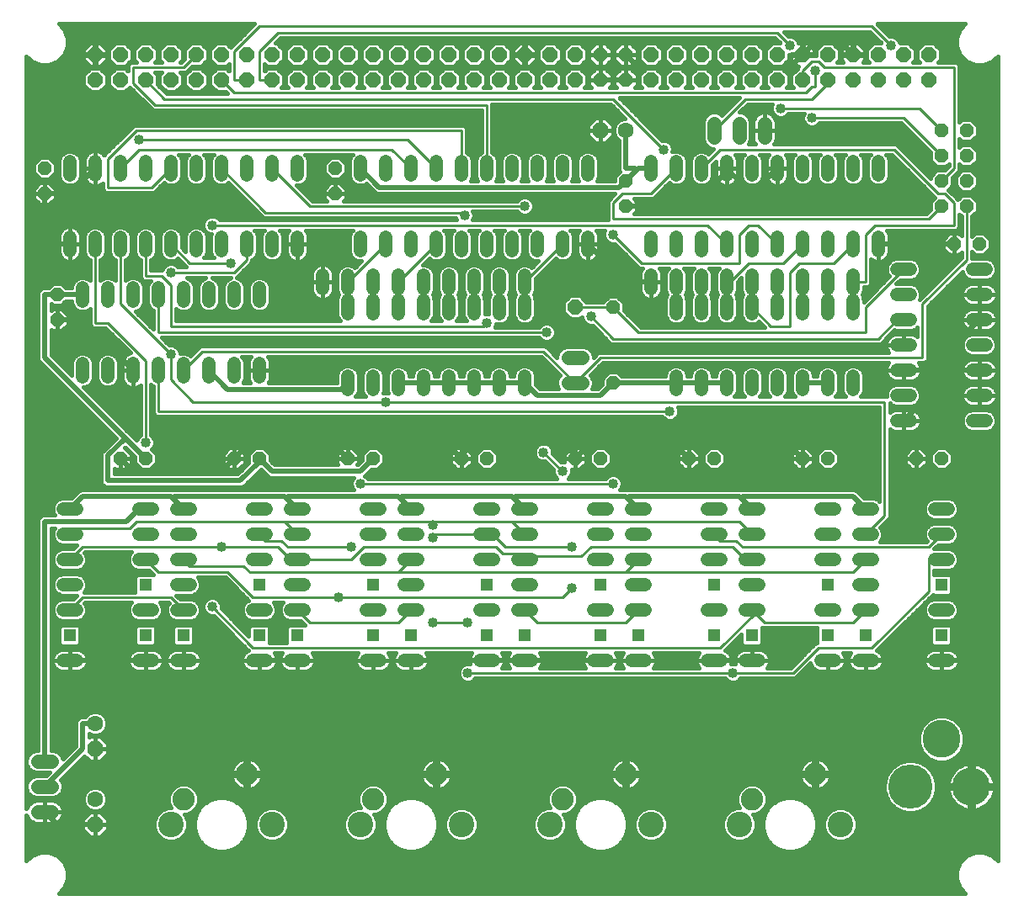
<source format=gbl>
G75*
%MOIN*%
%OFA0B0*%
%FSLAX24Y24*%
%IPPOS*%
%LPD*%
%AMOC8*
5,1,8,0,0,1.08239X$1,22.5*
%
%ADD10OC8,0.0600*%
%ADD11OC8,0.0520*%
%ADD12OC8,0.0560*%
%ADD13C,0.0520*%
%ADD14R,0.0515X0.0515*%
%ADD15OC8,0.0630*%
%ADD16C,0.0630*%
%ADD17C,0.0886*%
%ADD18C,0.1012*%
%ADD19C,0.0560*%
%ADD20C,0.1750*%
%ADD21C,0.1500*%
%ADD22C,0.0200*%
%ADD23C,0.0160*%
%ADD24C,0.0100*%
%ADD25C,0.0400*%
D10*
X022680Y023680D03*
X022680Y032680D03*
X022680Y033680D03*
X021680Y033680D03*
X021680Y032680D03*
X020680Y032680D03*
X020680Y033680D03*
X019680Y033680D03*
X019680Y032680D03*
X018680Y032680D03*
X018680Y033680D03*
X017680Y033680D03*
X017680Y032680D03*
X016680Y032680D03*
X016680Y033680D03*
X015680Y033680D03*
X015680Y032680D03*
X014680Y032680D03*
X014680Y033680D03*
X013680Y033680D03*
X013680Y032680D03*
X012680Y032680D03*
X012680Y033680D03*
X011680Y033680D03*
X011680Y032680D03*
X010680Y032680D03*
X010680Y033680D03*
X009680Y033680D03*
X009680Y032680D03*
X008680Y032680D03*
X008680Y033680D03*
X007680Y033680D03*
X007680Y032680D03*
X006680Y032680D03*
X006680Y033680D03*
X005680Y033680D03*
X005680Y032680D03*
X004680Y032680D03*
X004680Y033680D03*
X003680Y033680D03*
X003680Y032680D03*
X025680Y032680D03*
X025680Y033680D03*
X026680Y033680D03*
X026680Y032680D03*
X027680Y032680D03*
X027680Y033680D03*
X028680Y033680D03*
X028680Y032680D03*
X029680Y032680D03*
X029680Y033680D03*
X030680Y033680D03*
X030680Y032680D03*
X031680Y032680D03*
X031680Y033680D03*
X032680Y033680D03*
X032680Y032680D03*
X033680Y032680D03*
X033680Y033680D03*
X034680Y033680D03*
X034680Y032680D03*
X035680Y032680D03*
X035680Y033680D03*
X036680Y033680D03*
X036680Y032680D03*
D11*
X037680Y026180D03*
X038680Y026180D03*
X037180Y017680D03*
X036180Y017680D03*
X032680Y017680D03*
X031680Y017680D03*
X028180Y017680D03*
X027180Y017680D03*
X023680Y017680D03*
X022680Y017680D03*
X024180Y020680D03*
X024180Y023680D03*
X024680Y027680D03*
X024680Y028680D03*
X013180Y028180D03*
X013180Y029180D03*
X002180Y024180D03*
X002180Y023180D03*
X001680Y028180D03*
X001680Y029180D03*
X004680Y017680D03*
X005680Y017680D03*
X009180Y017680D03*
X010180Y017680D03*
X013680Y017680D03*
X014680Y017680D03*
X018180Y017680D03*
X019180Y017680D03*
D12*
X023680Y032680D03*
X023680Y033680D03*
X024680Y033680D03*
X024680Y032680D03*
X037180Y030680D03*
X037180Y029680D03*
X037180Y028680D03*
X037180Y027680D03*
X038180Y027680D03*
X038180Y028680D03*
X038180Y029680D03*
X038180Y030680D03*
D13*
X034680Y029440D02*
X034680Y028920D01*
X033680Y028920D02*
X033680Y029440D01*
X032680Y029440D02*
X032680Y028920D01*
X031680Y028920D02*
X031680Y029440D01*
X030680Y029440D02*
X030680Y028920D01*
X029680Y028920D02*
X029680Y029440D01*
X028680Y029440D02*
X028680Y028920D01*
X027680Y028920D02*
X027680Y029440D01*
X026680Y029440D02*
X026680Y028920D01*
X025680Y028920D02*
X025680Y029440D01*
X023180Y029440D02*
X023180Y028920D01*
X022180Y028920D02*
X022180Y029440D01*
X021180Y029440D02*
X021180Y028920D01*
X020180Y028920D02*
X020180Y029440D01*
X019180Y029440D02*
X019180Y028920D01*
X018180Y028920D02*
X018180Y029440D01*
X017180Y029440D02*
X017180Y028920D01*
X016180Y028920D02*
X016180Y029440D01*
X015180Y029440D02*
X015180Y028920D01*
X014180Y028920D02*
X014180Y029440D01*
X011680Y029440D02*
X011680Y028920D01*
X010680Y028920D02*
X010680Y029440D01*
X009680Y029440D02*
X009680Y028920D01*
X008680Y028920D02*
X008680Y029440D01*
X007680Y029440D02*
X007680Y028920D01*
X006680Y028920D02*
X006680Y029440D01*
X005680Y029440D02*
X005680Y028920D01*
X004680Y028920D02*
X004680Y029440D01*
X003680Y029440D02*
X003680Y028920D01*
X002680Y028920D02*
X002680Y029440D01*
X002680Y026440D02*
X002680Y025920D01*
X003680Y025920D02*
X003680Y026440D01*
X004680Y026440D02*
X004680Y025920D01*
X005680Y025920D02*
X005680Y026440D01*
X006680Y026440D02*
X006680Y025920D01*
X007680Y025920D02*
X007680Y026440D01*
X008680Y026440D02*
X008680Y025920D01*
X009680Y025920D02*
X009680Y026440D01*
X010680Y026440D02*
X010680Y025920D01*
X011680Y025920D02*
X011680Y026440D01*
X012680Y024940D02*
X012680Y024420D01*
X013680Y024420D02*
X013680Y024940D01*
X014680Y024940D02*
X014680Y024420D01*
X014680Y023940D02*
X014680Y023420D01*
X013680Y023420D02*
X013680Y023940D01*
X015680Y023940D02*
X015680Y023420D01*
X015680Y024420D02*
X015680Y024940D01*
X016680Y024940D02*
X016680Y024420D01*
X016680Y023940D02*
X016680Y023420D01*
X017680Y023420D02*
X017680Y023940D01*
X017680Y024420D02*
X017680Y024940D01*
X018680Y024940D02*
X018680Y024420D01*
X018680Y023940D02*
X018680Y023420D01*
X019680Y023420D02*
X019680Y023940D01*
X019680Y024420D02*
X019680Y024940D01*
X020680Y024940D02*
X020680Y024420D01*
X020680Y023940D02*
X020680Y023420D01*
X020680Y020940D02*
X020680Y020420D01*
X019680Y020420D02*
X019680Y020940D01*
X018680Y020940D02*
X018680Y020420D01*
X017680Y020420D02*
X017680Y020940D01*
X016680Y020940D02*
X016680Y020420D01*
X015680Y020420D02*
X015680Y020940D01*
X014680Y020940D02*
X014680Y020420D01*
X013680Y020420D02*
X013680Y020940D01*
X010180Y020920D02*
X010180Y021440D01*
X009180Y021440D02*
X009180Y020920D01*
X008180Y020920D02*
X008180Y021440D01*
X007180Y021440D02*
X007180Y020920D01*
X006180Y020920D02*
X006180Y021440D01*
X005180Y021440D02*
X005180Y020920D01*
X004180Y020920D02*
X004180Y021440D01*
X003180Y021440D02*
X003180Y020920D01*
X003180Y023920D02*
X003180Y024440D01*
X004180Y024440D02*
X004180Y023920D01*
X005180Y023920D02*
X005180Y024440D01*
X006180Y024440D02*
X006180Y023920D01*
X007180Y023920D02*
X007180Y024440D01*
X008180Y024440D02*
X008180Y023920D01*
X009180Y023920D02*
X009180Y024440D01*
X010180Y024440D02*
X010180Y023920D01*
X014180Y025920D02*
X014180Y026440D01*
X015180Y026440D02*
X015180Y025920D01*
X016180Y025920D02*
X016180Y026440D01*
X017180Y026440D02*
X017180Y025920D01*
X018180Y025920D02*
X018180Y026440D01*
X019180Y026440D02*
X019180Y025920D01*
X020180Y025920D02*
X020180Y026440D01*
X021180Y026440D02*
X021180Y025920D01*
X022180Y025920D02*
X022180Y026440D01*
X023180Y026440D02*
X023180Y025920D01*
X025680Y025920D02*
X025680Y026440D01*
X026680Y026440D02*
X026680Y025920D01*
X027680Y025920D02*
X027680Y026440D01*
X028680Y026440D02*
X028680Y025920D01*
X029680Y025920D02*
X029680Y026440D01*
X030680Y026440D02*
X030680Y025920D01*
X031680Y025920D02*
X031680Y026440D01*
X032680Y026440D02*
X032680Y025920D01*
X032680Y024940D02*
X032680Y024420D01*
X032680Y023940D02*
X032680Y023420D01*
X031680Y023420D02*
X031680Y023940D01*
X031680Y024420D02*
X031680Y024940D01*
X030680Y024940D02*
X030680Y024420D01*
X030680Y023940D02*
X030680Y023420D01*
X029680Y023420D02*
X029680Y023940D01*
X029680Y024420D02*
X029680Y024940D01*
X028680Y024940D02*
X028680Y024420D01*
X028680Y023940D02*
X028680Y023420D01*
X027680Y023420D02*
X027680Y023940D01*
X027680Y024420D02*
X027680Y024940D01*
X026680Y024940D02*
X026680Y024420D01*
X026680Y023940D02*
X026680Y023420D01*
X025680Y024420D02*
X025680Y024940D01*
X026680Y020940D02*
X026680Y020420D01*
X027680Y020420D02*
X027680Y020940D01*
X028680Y020940D02*
X028680Y020420D01*
X029680Y020420D02*
X029680Y020940D01*
X030680Y020940D02*
X030680Y020420D01*
X031680Y020420D02*
X031680Y020940D01*
X032680Y020940D02*
X032680Y020420D01*
X033680Y020420D02*
X033680Y020940D01*
X035420Y021180D02*
X035940Y021180D01*
X035940Y022180D02*
X035420Y022180D01*
X035420Y023180D02*
X035940Y023180D01*
X035940Y024180D02*
X035420Y024180D01*
X035420Y025180D02*
X035940Y025180D01*
X034680Y025920D02*
X034680Y026440D01*
X033680Y026440D02*
X033680Y025920D01*
X033680Y024940D02*
X033680Y024420D01*
X033680Y023940D02*
X033680Y023420D01*
X035420Y020180D02*
X035940Y020180D01*
X035940Y019180D02*
X035420Y019180D01*
X038420Y019180D02*
X038940Y019180D01*
X038940Y020180D02*
X038420Y020180D01*
X038420Y021180D02*
X038940Y021180D01*
X038940Y022180D02*
X038420Y022180D01*
X038420Y023180D02*
X038940Y023180D01*
X038940Y024180D02*
X038420Y024180D01*
X038420Y025180D02*
X038940Y025180D01*
X037440Y015680D02*
X036920Y015680D01*
X036920Y014680D02*
X037440Y014680D01*
X037440Y013680D02*
X036920Y013680D01*
X036920Y011680D02*
X037440Y011680D01*
X037440Y009680D02*
X036920Y009680D01*
X034440Y009680D02*
X033920Y009680D01*
X032940Y009680D02*
X032420Y009680D01*
X032420Y011680D02*
X032940Y011680D01*
X033920Y011680D02*
X034440Y011680D01*
X034440Y012680D02*
X033920Y012680D01*
X033920Y013680D02*
X034440Y013680D01*
X034440Y014680D02*
X033920Y014680D01*
X032940Y014680D02*
X032420Y014680D01*
X032420Y013680D02*
X032940Y013680D01*
X032940Y015680D02*
X032420Y015680D01*
X033920Y015680D02*
X034440Y015680D01*
X029940Y015680D02*
X029420Y015680D01*
X028440Y015680D02*
X027920Y015680D01*
X027920Y014680D02*
X028440Y014680D01*
X028440Y013680D02*
X027920Y013680D01*
X029420Y013680D02*
X029940Y013680D01*
X029940Y014680D02*
X029420Y014680D01*
X029420Y012680D02*
X029940Y012680D01*
X029940Y011680D02*
X029420Y011680D01*
X028440Y011680D02*
X027920Y011680D01*
X027920Y009680D02*
X028440Y009680D01*
X029420Y009680D02*
X029940Y009680D01*
X025440Y009680D02*
X024920Y009680D01*
X023940Y009680D02*
X023420Y009680D01*
X023420Y011680D02*
X023940Y011680D01*
X024920Y011680D02*
X025440Y011680D01*
X025440Y012680D02*
X024920Y012680D01*
X024920Y013680D02*
X025440Y013680D01*
X025440Y014680D02*
X024920Y014680D01*
X023940Y014680D02*
X023420Y014680D01*
X023420Y013680D02*
X023940Y013680D01*
X023940Y015680D02*
X023420Y015680D01*
X024920Y015680D02*
X025440Y015680D01*
X020940Y015680D02*
X020420Y015680D01*
X019440Y015680D02*
X018920Y015680D01*
X018920Y014680D02*
X019440Y014680D01*
X019440Y013680D02*
X018920Y013680D01*
X020420Y013680D02*
X020940Y013680D01*
X020940Y014680D02*
X020420Y014680D01*
X020420Y012680D02*
X020940Y012680D01*
X020940Y011680D02*
X020420Y011680D01*
X019440Y011680D02*
X018920Y011680D01*
X018920Y009680D02*
X019440Y009680D01*
X020420Y009680D02*
X020940Y009680D01*
X016440Y009680D02*
X015920Y009680D01*
X014940Y009680D02*
X014420Y009680D01*
X014420Y011680D02*
X014940Y011680D01*
X015920Y011680D02*
X016440Y011680D01*
X016440Y012680D02*
X015920Y012680D01*
X015920Y013680D02*
X016440Y013680D01*
X016440Y014680D02*
X015920Y014680D01*
X014940Y014680D02*
X014420Y014680D01*
X014420Y013680D02*
X014940Y013680D01*
X014940Y015680D02*
X014420Y015680D01*
X015920Y015680D02*
X016440Y015680D01*
X011940Y015680D02*
X011420Y015680D01*
X010440Y015680D02*
X009920Y015680D01*
X009920Y014680D02*
X010440Y014680D01*
X011420Y014680D02*
X011940Y014680D01*
X011940Y013680D02*
X011420Y013680D01*
X010440Y013680D02*
X009920Y013680D01*
X011420Y012680D02*
X011940Y012680D01*
X011940Y011680D02*
X011420Y011680D01*
X010440Y011680D02*
X009920Y011680D01*
X009920Y009680D02*
X010440Y009680D01*
X011420Y009680D02*
X011940Y009680D01*
X007440Y009680D02*
X006920Y009680D01*
X005940Y009680D02*
X005420Y009680D01*
X005420Y011680D02*
X005940Y011680D01*
X006920Y011680D02*
X007440Y011680D01*
X007440Y012680D02*
X006920Y012680D01*
X006920Y013680D02*
X007440Y013680D01*
X007440Y014680D02*
X006920Y014680D01*
X005940Y014680D02*
X005420Y014680D01*
X005420Y013680D02*
X005940Y013680D01*
X005940Y015680D02*
X005420Y015680D01*
X006920Y015680D02*
X007440Y015680D01*
X002940Y015680D02*
X002420Y015680D01*
X002420Y014680D02*
X002940Y014680D01*
X002940Y013680D02*
X002420Y013680D01*
X002420Y012680D02*
X002940Y012680D01*
X002940Y011680D02*
X002420Y011680D01*
X002420Y009680D02*
X002940Y009680D01*
D14*
X002680Y010680D03*
X005680Y010680D03*
X007180Y010680D03*
X005680Y012680D03*
X010180Y012680D03*
X010180Y010680D03*
X011680Y010680D03*
X014680Y010680D03*
X016180Y010680D03*
X014680Y012680D03*
X019180Y012680D03*
X019180Y010680D03*
X020680Y010680D03*
X023680Y010680D03*
X025180Y010680D03*
X023680Y012680D03*
X028180Y012680D03*
X028180Y010680D03*
X029680Y010680D03*
X032680Y010680D03*
X034180Y010680D03*
X032680Y012680D03*
X037180Y012680D03*
X037180Y010680D03*
D15*
X023680Y030680D03*
X003680Y006180D03*
X003680Y003180D03*
D16*
X003680Y004180D03*
X003680Y007180D03*
X024680Y030680D03*
D17*
X024680Y005180D03*
X022180Y004180D03*
X017180Y005180D03*
X014680Y004180D03*
X009680Y005180D03*
X007180Y004180D03*
X029680Y004180D03*
X032180Y005180D03*
D18*
X033180Y003180D03*
X029180Y003180D03*
X025680Y003180D03*
X021680Y003180D03*
X018180Y003180D03*
X014180Y003180D03*
X010680Y003180D03*
X006680Y003180D03*
D19*
X001960Y003680D02*
X001400Y003680D01*
X001400Y004680D02*
X001960Y004680D01*
X001960Y005680D02*
X001400Y005680D01*
X022400Y020680D02*
X022960Y020680D01*
X022960Y021680D02*
X022400Y021680D01*
X028180Y030400D02*
X028180Y030960D01*
X029180Y030960D02*
X029180Y030400D01*
X030180Y030400D02*
X030180Y030960D01*
D20*
X035960Y004680D03*
D21*
X037180Y006570D03*
X038361Y004680D03*
D22*
X038305Y004680D01*
X038305Y009680D01*
X037180Y009680D01*
X034180Y009680D01*
X029680Y009680D02*
X028180Y009680D01*
X023680Y009680D02*
X020680Y009680D01*
X019180Y009680D01*
X017180Y009680D01*
X017180Y005180D01*
X017180Y009680D02*
X016180Y009680D01*
X011680Y009680D02*
X010180Y009680D01*
X005680Y009680D02*
X002680Y009680D01*
X003180Y007180D02*
X003680Y007180D01*
X003180Y007180D02*
X003180Y006180D01*
X001680Y004680D01*
X001680Y005680D02*
X001680Y015180D01*
X004930Y015180D01*
X005430Y015680D01*
X005680Y015680D01*
X006680Y016180D02*
X006743Y016118D01*
X006805Y016180D01*
X011180Y016180D01*
X011243Y016118D01*
X011305Y016180D01*
X015680Y016180D01*
X015743Y016118D01*
X015805Y016180D01*
X020180Y016180D01*
X020243Y016118D01*
X020305Y016180D01*
X024680Y016180D01*
X024743Y016118D01*
X024805Y016180D01*
X029180Y016180D01*
X029243Y016118D01*
X029305Y016180D01*
X033680Y016180D01*
X034180Y015680D01*
X031680Y017680D02*
X031180Y018180D01*
X026805Y018180D01*
X026743Y018118D01*
X026680Y018180D01*
X023180Y018180D01*
X022680Y017680D01*
X022680Y017805D01*
X022055Y018430D01*
X018805Y018430D01*
X018180Y017805D01*
X018180Y017680D01*
X017680Y018180D01*
X013305Y018180D01*
X013243Y018118D01*
X013680Y017680D01*
X013243Y018118D02*
X013180Y018180D01*
X009680Y018180D01*
X009180Y017680D01*
X008680Y017180D01*
X005180Y017180D01*
X004680Y017680D01*
X004180Y017805D02*
X004180Y016805D01*
X009430Y016805D01*
X010180Y017555D01*
X010180Y017680D01*
X010680Y017180D01*
X014180Y017180D01*
X014680Y017680D01*
X015743Y016118D02*
X016180Y015680D01*
X020243Y016118D02*
X020680Y015680D01*
X024743Y016118D02*
X025180Y015680D01*
X027180Y017680D02*
X026743Y018118D01*
X029243Y016118D02*
X029680Y015680D01*
X028680Y020680D02*
X027680Y020680D01*
X026680Y020680D01*
X024180Y020680D01*
X023680Y020180D01*
X021180Y020180D01*
X020680Y020680D01*
X019680Y020680D01*
X018680Y020680D01*
X017680Y020680D01*
X016680Y020680D01*
X015680Y020680D01*
X013680Y020680D02*
X013430Y020430D01*
X008930Y020430D01*
X008180Y021180D01*
X005180Y021180D02*
X003180Y023180D01*
X002180Y023180D01*
X002180Y024180D02*
X001680Y024180D01*
X001680Y021680D01*
X004868Y018493D01*
X004180Y017805D01*
X004868Y018493D02*
X005680Y017680D01*
X006680Y016180D02*
X003180Y016180D01*
X002680Y015680D01*
X006743Y016118D02*
X007180Y015680D01*
X011243Y016118D02*
X011680Y015680D01*
X003180Y024180D02*
X002180Y024180D01*
X002680Y026180D02*
X001680Y026180D01*
X001680Y028180D01*
X002680Y028180D01*
X003680Y029180D01*
X014180Y029180D02*
X014930Y028430D01*
X024430Y028430D01*
X024680Y028680D01*
X025118Y029118D01*
X025055Y029180D01*
X024680Y029180D01*
X024680Y030680D01*
X025180Y029180D02*
X025680Y029180D01*
X025180Y029180D02*
X025118Y029118D01*
X024680Y027680D02*
X027305Y027680D01*
X028680Y029055D01*
X028680Y029180D01*
X029430Y028430D01*
X029930Y028430D01*
X030680Y029180D01*
X034680Y026180D02*
X037680Y026180D01*
X038680Y023180D02*
X036680Y021180D01*
X035680Y021180D01*
X036680Y021180D02*
X037680Y021180D01*
X035680Y019180D01*
X037680Y021180D02*
X038680Y021180D01*
X032680Y020680D02*
X031680Y020680D01*
X025680Y024680D02*
X024680Y024680D01*
X023180Y026180D01*
X023680Y032680D02*
X024680Y032680D01*
X025180Y033180D02*
X024680Y033680D01*
X025180Y033180D02*
X031180Y033180D01*
X031680Y033680D01*
X032180Y034180D01*
X033180Y034180D01*
X033680Y033680D01*
X002180Y003180D02*
X001680Y003680D01*
X002180Y003180D02*
X003680Y003180D01*
D23*
X000960Y003546D02*
X000960Y001740D01*
X001167Y001947D01*
X001500Y002085D01*
X001860Y002085D01*
X002193Y001947D01*
X002447Y001693D01*
X002585Y001360D01*
X002585Y001000D01*
X002447Y000667D01*
X002240Y000460D01*
X038120Y000460D01*
X037913Y000667D01*
X037775Y001000D01*
X037775Y001360D01*
X037913Y001693D01*
X038167Y001947D01*
X038500Y002085D01*
X038860Y002085D01*
X039193Y001947D01*
X039400Y001740D01*
X039400Y033620D01*
X039193Y033413D01*
X038860Y033275D01*
X038500Y033275D01*
X038167Y033413D01*
X037913Y033667D01*
X037775Y034000D01*
X037775Y034360D01*
X037913Y034693D01*
X038120Y034900D01*
X034632Y034900D01*
X034640Y034892D01*
X035117Y034415D01*
X035252Y034415D01*
X035384Y034360D01*
X035485Y034259D01*
X035534Y034140D01*
X035871Y034140D01*
X036140Y033871D01*
X036140Y033489D01*
X036041Y033390D01*
X036319Y033390D01*
X036220Y033489D01*
X036220Y033871D01*
X036489Y034140D01*
X036871Y034140D01*
X037140Y033871D01*
X037140Y033489D01*
X037041Y033390D01*
X037767Y033390D01*
X037890Y033267D01*
X037890Y031012D01*
X037998Y031120D01*
X038362Y031120D01*
X038620Y030862D01*
X038620Y030498D01*
X038362Y030240D01*
X037998Y030240D01*
X037890Y030348D01*
X037890Y030012D01*
X037998Y030120D01*
X038362Y030120D01*
X038620Y029862D01*
X038620Y029498D01*
X038362Y029240D01*
X037998Y029240D01*
X037890Y029348D01*
X037890Y029093D01*
X037767Y028970D01*
X037620Y028823D01*
X037620Y028498D01*
X037452Y028330D01*
X037767Y028015D01*
X037830Y027952D01*
X037998Y028120D01*
X038362Y028120D01*
X038620Y027862D01*
X038620Y027498D01*
X038390Y027268D01*
X038390Y026484D01*
X038506Y026600D01*
X038854Y026600D01*
X039100Y026354D01*
X039100Y026006D01*
X038854Y025760D01*
X038506Y025760D01*
X038390Y025876D01*
X038390Y025600D01*
X039024Y025600D01*
X039178Y025536D01*
X039296Y025418D01*
X039360Y025264D01*
X039360Y025096D01*
X039296Y024942D01*
X039178Y024824D01*
X039024Y024760D01*
X038336Y024760D01*
X038182Y024824D01*
X038064Y024942D01*
X038005Y025083D01*
X036640Y023718D01*
X036640Y021593D01*
X036517Y021470D01*
X036272Y021470D01*
X036276Y021467D01*
X036316Y021411D01*
X036348Y021349D01*
X036369Y021283D01*
X036380Y021215D01*
X036380Y021180D01*
X035680Y021180D01*
X035680Y021180D01*
X036380Y021180D01*
X036380Y021145D01*
X036369Y021077D01*
X036348Y021011D01*
X036316Y020949D01*
X036276Y020893D01*
X036227Y020844D01*
X036171Y020804D01*
X036109Y020772D01*
X036043Y020751D01*
X035975Y020740D01*
X035680Y020740D01*
X035680Y021180D01*
X035680Y021180D01*
X035680Y021180D01*
X034980Y021180D01*
X034980Y021215D01*
X034991Y021283D01*
X035012Y021349D01*
X035044Y021411D01*
X035084Y021467D01*
X035088Y021470D01*
X023767Y021470D01*
X023280Y020983D01*
X023333Y020929D01*
X023400Y020768D01*
X023400Y020592D01*
X023337Y020440D01*
X023572Y020440D01*
X023760Y020628D01*
X023760Y020854D01*
X024006Y021100D01*
X024354Y021100D01*
X024514Y020940D01*
X026260Y020940D01*
X026260Y021024D01*
X026324Y021178D01*
X026442Y021296D01*
X026596Y021360D01*
X026764Y021360D01*
X026918Y021296D01*
X027036Y021178D01*
X027100Y021024D01*
X027100Y020940D01*
X027260Y020940D01*
X027260Y021024D01*
X027324Y021178D01*
X027442Y021296D01*
X027596Y021360D01*
X027764Y021360D01*
X027918Y021296D01*
X028036Y021178D01*
X028100Y021024D01*
X028100Y020940D01*
X028260Y020940D01*
X028260Y021024D01*
X028324Y021178D01*
X028442Y021296D01*
X028596Y021360D01*
X028764Y021360D01*
X028918Y021296D01*
X029036Y021178D01*
X029100Y021024D01*
X029100Y020336D01*
X029036Y020182D01*
X028994Y020140D01*
X029366Y020140D01*
X029324Y020182D01*
X029260Y020336D01*
X029260Y021024D01*
X029324Y021178D01*
X029442Y021296D01*
X029596Y021360D01*
X029764Y021360D01*
X029918Y021296D01*
X030036Y021178D01*
X030100Y021024D01*
X030100Y020336D01*
X030036Y020182D01*
X029994Y020140D01*
X030366Y020140D01*
X030324Y020182D01*
X030260Y020336D01*
X030260Y021024D01*
X030324Y021178D01*
X030442Y021296D01*
X030596Y021360D01*
X030764Y021360D01*
X030918Y021296D01*
X031036Y021178D01*
X031100Y021024D01*
X031100Y020336D01*
X031036Y020182D01*
X030994Y020140D01*
X031366Y020140D01*
X031324Y020182D01*
X031260Y020336D01*
X031260Y021024D01*
X031324Y021178D01*
X031442Y021296D01*
X031596Y021360D01*
X031764Y021360D01*
X031918Y021296D01*
X032036Y021178D01*
X032100Y021024D01*
X032100Y020940D01*
X032260Y020940D01*
X032260Y021024D01*
X032324Y021178D01*
X032442Y021296D01*
X032596Y021360D01*
X032764Y021360D01*
X032918Y021296D01*
X033036Y021178D01*
X033100Y021024D01*
X033100Y020336D01*
X033036Y020182D01*
X032994Y020140D01*
X033366Y020140D01*
X033324Y020182D01*
X033260Y020336D01*
X033260Y021024D01*
X033324Y021178D01*
X033442Y021296D01*
X033596Y021360D01*
X033764Y021360D01*
X033918Y021296D01*
X034036Y021178D01*
X034100Y021024D01*
X034100Y020336D01*
X034036Y020182D01*
X033994Y020140D01*
X035000Y020140D01*
X035000Y020264D01*
X035064Y020418D01*
X035182Y020536D01*
X035336Y020600D01*
X036024Y020600D01*
X036178Y020536D01*
X036296Y020418D01*
X036360Y020264D01*
X036360Y020096D01*
X036296Y019942D01*
X036178Y019824D01*
X036024Y019760D01*
X035336Y019760D01*
X035182Y019824D01*
X035140Y019866D01*
X035140Y019520D01*
X035189Y019556D01*
X035251Y019588D01*
X035317Y019609D01*
X035385Y019620D01*
X035680Y019620D01*
X035680Y019180D01*
X035680Y019180D01*
X036380Y019180D01*
X036380Y019215D01*
X036369Y019283D01*
X036348Y019349D01*
X036316Y019411D01*
X036276Y019467D01*
X036227Y019516D01*
X036171Y019556D01*
X036109Y019588D01*
X036043Y019609D01*
X035975Y019620D01*
X035680Y019620D01*
X035680Y019180D01*
X035680Y019180D01*
X036380Y019180D01*
X036380Y019145D01*
X036369Y019077D01*
X036348Y019011D01*
X036316Y018949D01*
X036276Y018893D01*
X036227Y018844D01*
X036171Y018804D01*
X036109Y018772D01*
X036043Y018751D01*
X035975Y018740D01*
X035680Y018740D01*
X035680Y019180D01*
X035680Y019180D01*
X035680Y018740D01*
X035385Y018740D01*
X035317Y018751D01*
X035251Y018772D01*
X035189Y018804D01*
X035140Y018840D01*
X035140Y015343D01*
X035017Y015220D01*
X034755Y014958D01*
X034796Y014918D01*
X034860Y014764D01*
X034860Y014596D01*
X034796Y014442D01*
X034744Y014390D01*
X036593Y014390D01*
X036605Y014402D01*
X036564Y014442D01*
X036500Y014596D01*
X036500Y014764D01*
X036564Y014918D01*
X036682Y015036D01*
X036836Y015100D01*
X037524Y015100D01*
X037678Y015036D01*
X037796Y014918D01*
X037860Y014764D01*
X037860Y014596D01*
X037796Y014442D01*
X037678Y014324D01*
X037524Y014260D01*
X037057Y014260D01*
X036897Y014100D01*
X037524Y014100D01*
X037678Y014036D01*
X037796Y013918D01*
X037860Y013764D01*
X037860Y013596D01*
X037796Y013442D01*
X037678Y013324D01*
X037524Y013260D01*
X036890Y013260D01*
X036890Y013097D01*
X037504Y013097D01*
X037597Y013004D01*
X037597Y012356D01*
X037504Y012263D01*
X036856Y012263D01*
X036833Y012286D01*
X036767Y012220D01*
X034626Y010079D01*
X034671Y010056D01*
X034727Y010016D01*
X034776Y009967D01*
X034816Y009911D01*
X034848Y009849D01*
X034869Y009783D01*
X034880Y009715D01*
X034880Y009680D01*
X034180Y009680D01*
X034180Y009680D01*
X034880Y009680D01*
X034880Y009645D01*
X034869Y009577D01*
X034848Y009511D01*
X034816Y009449D01*
X034776Y009393D01*
X034727Y009344D01*
X034671Y009304D01*
X034609Y009272D01*
X034543Y009251D01*
X034475Y009240D01*
X034180Y009240D01*
X034180Y009680D01*
X034180Y009680D01*
X034180Y009680D01*
X033480Y009680D01*
X033480Y009715D01*
X033491Y009783D01*
X033512Y009849D01*
X033544Y009911D01*
X033584Y009967D01*
X033588Y009970D01*
X033272Y009970D01*
X033276Y009967D01*
X033316Y009911D01*
X033348Y009849D01*
X033369Y009783D01*
X033380Y009715D01*
X033380Y009680D01*
X032680Y009680D01*
X032680Y009680D01*
X033380Y009680D01*
X033380Y009645D01*
X033369Y009577D01*
X033348Y009511D01*
X033316Y009449D01*
X033276Y009393D01*
X033227Y009344D01*
X033171Y009304D01*
X033109Y009272D01*
X033043Y009251D01*
X032975Y009240D01*
X032680Y009240D01*
X032680Y009680D01*
X032680Y009680D01*
X032680Y009240D01*
X032385Y009240D01*
X032317Y009251D01*
X032251Y009272D01*
X032189Y009304D01*
X032133Y009344D01*
X032084Y009393D01*
X032044Y009449D01*
X032012Y009511D01*
X031993Y009571D01*
X031392Y008970D01*
X029229Y008970D01*
X029134Y008875D01*
X029002Y008820D01*
X028858Y008820D01*
X028726Y008875D01*
X028631Y008970D01*
X018729Y008970D01*
X018634Y008875D01*
X018502Y008820D01*
X018358Y008820D01*
X018226Y008875D01*
X018125Y008976D01*
X018070Y009108D01*
X018070Y009252D01*
X018125Y009384D01*
X018226Y009485D01*
X018358Y009540D01*
X018502Y009540D01*
X018503Y009539D01*
X018491Y009577D01*
X018480Y009645D01*
X018480Y009680D01*
X019180Y009680D01*
X019880Y009680D01*
X019880Y009715D01*
X019869Y009783D01*
X019848Y009849D01*
X019816Y009911D01*
X019776Y009967D01*
X019772Y009970D01*
X020088Y009970D01*
X020084Y009967D01*
X020044Y009911D01*
X020012Y009849D01*
X019991Y009783D01*
X019980Y009715D01*
X019980Y009680D01*
X020680Y009680D01*
X021380Y009680D01*
X021380Y009715D01*
X021369Y009783D01*
X021348Y009849D01*
X021316Y009911D01*
X021276Y009967D01*
X021272Y009970D01*
X023088Y009970D01*
X023084Y009967D01*
X023044Y009911D01*
X023012Y009849D01*
X022991Y009783D01*
X022980Y009715D01*
X022980Y009680D01*
X023680Y009680D01*
X024380Y009680D01*
X024380Y009715D01*
X024369Y009783D01*
X024348Y009849D01*
X024316Y009911D01*
X024276Y009967D01*
X024272Y009970D01*
X024588Y009970D01*
X024584Y009967D01*
X024544Y009911D01*
X024512Y009849D01*
X024491Y009783D01*
X024480Y009715D01*
X024480Y009680D01*
X025180Y009680D01*
X025880Y009680D01*
X025880Y009715D01*
X025869Y009783D01*
X025848Y009849D01*
X025816Y009911D01*
X025776Y009967D01*
X025772Y009970D01*
X027588Y009970D01*
X027584Y009967D01*
X027544Y009911D01*
X027512Y009849D01*
X027491Y009783D01*
X027480Y009715D01*
X027480Y009680D01*
X028180Y009680D01*
X028880Y009680D01*
X028880Y009715D01*
X028869Y009783D01*
X028848Y009849D01*
X028816Y009911D01*
X028776Y009967D01*
X028727Y010016D01*
X028671Y010056D01*
X028626Y010079D01*
X029263Y010716D01*
X029263Y010356D01*
X029356Y010263D01*
X030004Y010263D01*
X030097Y010356D01*
X030097Y010970D01*
X032263Y010970D01*
X032263Y010390D01*
X032218Y010390D01*
X032095Y010267D01*
X031218Y009390D01*
X030272Y009390D01*
X030276Y009393D01*
X030316Y009449D01*
X030348Y009511D01*
X030369Y009577D01*
X030380Y009645D01*
X030380Y009680D01*
X030380Y009715D01*
X030369Y009783D01*
X030348Y009849D01*
X030316Y009911D01*
X030276Y009967D01*
X030227Y010016D01*
X030171Y010056D01*
X030109Y010088D01*
X030043Y010109D01*
X029975Y010120D01*
X029680Y010120D01*
X029680Y009680D01*
X029680Y009680D01*
X030380Y009680D01*
X029680Y009680D01*
X029680Y009680D01*
X029680Y009680D01*
X028980Y009680D01*
X028980Y009715D01*
X028991Y009783D01*
X029012Y009849D01*
X029044Y009911D01*
X029084Y009967D01*
X029133Y010016D01*
X029189Y010056D01*
X029251Y010088D01*
X029317Y010109D01*
X029385Y010120D01*
X029680Y010120D01*
X029680Y009680D01*
X028980Y009680D01*
X028980Y009645D01*
X028991Y009577D01*
X029003Y009539D01*
X029002Y009540D01*
X028858Y009540D01*
X028857Y009539D01*
X028869Y009577D01*
X028880Y009645D01*
X028880Y009680D01*
X028180Y009680D01*
X028180Y009680D01*
X028180Y009680D01*
X027480Y009680D01*
X027480Y009645D01*
X027491Y009577D01*
X027512Y009511D01*
X027544Y009449D01*
X027584Y009393D01*
X027588Y009390D01*
X025772Y009390D01*
X025776Y009393D01*
X025816Y009449D01*
X025848Y009511D01*
X025869Y009577D01*
X025880Y009645D01*
X025880Y009680D01*
X025180Y009680D01*
X025180Y009680D01*
X025180Y009680D01*
X024480Y009680D01*
X024480Y009645D01*
X024491Y009577D01*
X024512Y009511D01*
X024544Y009449D01*
X024584Y009393D01*
X024588Y009390D01*
X024272Y009390D01*
X024276Y009393D01*
X024316Y009449D01*
X024348Y009511D01*
X024369Y009577D01*
X024380Y009645D01*
X024380Y009680D01*
X023680Y009680D01*
X023680Y009680D01*
X023680Y009680D01*
X022980Y009680D01*
X022980Y009645D01*
X022991Y009577D01*
X023012Y009511D01*
X023044Y009449D01*
X023084Y009393D01*
X023088Y009390D01*
X021272Y009390D01*
X021276Y009393D01*
X021316Y009449D01*
X021348Y009511D01*
X021369Y009577D01*
X021380Y009645D01*
X021380Y009680D01*
X020680Y009680D01*
X020680Y009680D01*
X020680Y009680D01*
X019980Y009680D01*
X019980Y009645D01*
X019991Y009577D01*
X020012Y009511D01*
X020044Y009449D01*
X020084Y009393D01*
X020088Y009390D01*
X019772Y009390D01*
X019776Y009393D01*
X019816Y009449D01*
X019848Y009511D01*
X019869Y009577D01*
X019880Y009645D01*
X019880Y009680D01*
X019180Y009680D01*
X019180Y009680D01*
X019180Y009680D01*
X018480Y009680D01*
X018480Y009715D01*
X018491Y009783D01*
X018512Y009849D01*
X018544Y009911D01*
X018584Y009967D01*
X018588Y009970D01*
X016772Y009970D01*
X016776Y009967D01*
X016816Y009911D01*
X016848Y009849D01*
X016869Y009783D01*
X016880Y009715D01*
X016880Y009680D01*
X016180Y009680D01*
X016180Y009680D01*
X016880Y009680D01*
X016880Y009645D01*
X016869Y009577D01*
X016848Y009511D01*
X016816Y009449D01*
X016776Y009393D01*
X016727Y009344D01*
X016671Y009304D01*
X016609Y009272D01*
X016543Y009251D01*
X016475Y009240D01*
X016180Y009240D01*
X016180Y009680D01*
X016180Y009680D01*
X016180Y009680D01*
X015480Y009680D01*
X015480Y009715D01*
X015491Y009783D01*
X015512Y009849D01*
X015544Y009911D01*
X015584Y009967D01*
X015588Y009970D01*
X015272Y009970D01*
X015276Y009967D01*
X015316Y009911D01*
X015348Y009849D01*
X015369Y009783D01*
X015380Y009715D01*
X015380Y009680D01*
X014680Y009680D01*
X014680Y009680D01*
X015380Y009680D01*
X015380Y009645D01*
X015369Y009577D01*
X015348Y009511D01*
X015316Y009449D01*
X015276Y009393D01*
X015227Y009344D01*
X015171Y009304D01*
X015109Y009272D01*
X015043Y009251D01*
X014975Y009240D01*
X014680Y009240D01*
X014680Y009680D01*
X014680Y009680D01*
X014680Y009680D01*
X013980Y009680D01*
X013980Y009715D01*
X013991Y009783D01*
X014012Y009849D01*
X014044Y009911D01*
X014084Y009967D01*
X014088Y009970D01*
X012272Y009970D01*
X012276Y009967D01*
X012316Y009911D01*
X012348Y009849D01*
X012369Y009783D01*
X012380Y009715D01*
X012380Y009680D01*
X011680Y009680D01*
X011680Y009680D01*
X012380Y009680D01*
X012380Y009645D01*
X012369Y009577D01*
X012348Y009511D01*
X012316Y009449D01*
X012276Y009393D01*
X012227Y009344D01*
X012171Y009304D01*
X012109Y009272D01*
X012043Y009251D01*
X011975Y009240D01*
X011680Y009240D01*
X011680Y009680D01*
X011680Y009680D01*
X011680Y009680D01*
X010980Y009680D01*
X010980Y009715D01*
X010991Y009783D01*
X011012Y009849D01*
X011044Y009911D01*
X011084Y009967D01*
X011088Y009970D01*
X010772Y009970D01*
X010776Y009967D01*
X010816Y009911D01*
X010848Y009849D01*
X010869Y009783D01*
X010880Y009715D01*
X010880Y009680D01*
X010180Y009680D01*
X010180Y009680D01*
X010880Y009680D01*
X010880Y009645D01*
X010869Y009577D01*
X010848Y009511D01*
X010816Y009449D01*
X010776Y009393D01*
X010727Y009344D01*
X010671Y009304D01*
X010609Y009272D01*
X010543Y009251D01*
X010475Y009240D01*
X010180Y009240D01*
X010180Y009680D01*
X010180Y009680D01*
X010180Y009680D01*
X009480Y009680D01*
X009480Y009715D01*
X009491Y009783D01*
X009512Y009849D01*
X009544Y009911D01*
X009584Y009967D01*
X009633Y010016D01*
X009689Y010056D01*
X009734Y010079D01*
X009720Y010093D01*
X008368Y011445D01*
X008233Y011445D01*
X008101Y011500D01*
X008000Y011601D01*
X007945Y011733D01*
X007945Y011877D01*
X008000Y012009D01*
X008101Y012110D01*
X008233Y012165D01*
X008377Y012165D01*
X008509Y012110D01*
X008610Y012009D01*
X008665Y011877D01*
X008665Y011742D01*
X009763Y010644D01*
X009763Y011004D01*
X009856Y011097D01*
X010504Y011097D01*
X010597Y011004D01*
X010597Y010390D01*
X011263Y010390D01*
X011263Y011004D01*
X011356Y011097D01*
X011966Y011097D01*
X011803Y011260D01*
X011336Y011260D01*
X011182Y011324D01*
X011064Y011442D01*
X011000Y011596D01*
X011000Y011764D01*
X011064Y011918D01*
X011116Y011970D01*
X010744Y011970D01*
X010796Y011918D01*
X010860Y011764D01*
X010860Y011596D01*
X010796Y011442D01*
X010678Y011324D01*
X010524Y011260D01*
X009836Y011260D01*
X009682Y011324D01*
X009564Y011442D01*
X009500Y011596D01*
X009500Y011764D01*
X009564Y011918D01*
X009682Y012036D01*
X009749Y012064D01*
X009720Y012093D01*
X008843Y012970D01*
X007744Y012970D01*
X007796Y012918D01*
X007860Y012764D01*
X007860Y012596D01*
X007796Y012442D01*
X007678Y012324D01*
X007524Y012260D01*
X006897Y012260D01*
X007057Y012100D01*
X007524Y012100D01*
X007678Y012036D01*
X007796Y011918D01*
X007860Y011764D01*
X007860Y011596D01*
X007796Y011442D01*
X007678Y011324D01*
X007524Y011260D01*
X006836Y011260D01*
X006682Y011324D01*
X006564Y011442D01*
X006500Y011596D01*
X006500Y011764D01*
X006564Y011918D01*
X006605Y011958D01*
X006593Y011970D01*
X006244Y011970D01*
X006296Y011918D01*
X006360Y011764D01*
X006360Y011596D01*
X006296Y011442D01*
X006178Y011324D01*
X006024Y011260D01*
X005336Y011260D01*
X005182Y011324D01*
X005064Y011442D01*
X005000Y011596D01*
X005000Y011764D01*
X005064Y011918D01*
X005116Y011970D01*
X003267Y011970D01*
X003255Y011958D01*
X003296Y011918D01*
X003360Y011764D01*
X003360Y011596D01*
X003296Y011442D01*
X003178Y011324D01*
X003024Y011260D01*
X002336Y011260D01*
X002182Y011324D01*
X002064Y011442D01*
X002000Y011596D01*
X002000Y011764D01*
X002064Y011918D01*
X002182Y012036D01*
X002336Y012100D01*
X002803Y012100D01*
X002963Y012260D01*
X002336Y012260D01*
X002182Y012324D01*
X002064Y012442D01*
X002000Y012596D01*
X002000Y012764D01*
X002064Y012918D01*
X002182Y013036D01*
X002336Y013100D01*
X003024Y013100D01*
X003178Y013036D01*
X003296Y012918D01*
X003360Y012764D01*
X003360Y012596D01*
X003296Y012442D01*
X003244Y012390D01*
X005263Y012390D01*
X005263Y013004D01*
X005356Y013097D01*
X005966Y013097D01*
X005803Y013260D01*
X005336Y013260D01*
X005182Y013324D01*
X005064Y013442D01*
X005000Y013596D01*
X005000Y013764D01*
X005064Y013918D01*
X005116Y013970D01*
X003267Y013970D01*
X003255Y013958D01*
X003296Y013918D01*
X003360Y013764D01*
X003360Y013596D01*
X003296Y013442D01*
X003178Y013324D01*
X003024Y013260D01*
X002336Y013260D01*
X002182Y013324D01*
X002064Y013442D01*
X002000Y013596D01*
X002000Y013764D01*
X002064Y013918D01*
X002182Y014036D01*
X002336Y014100D01*
X002803Y014100D01*
X002963Y014260D01*
X002336Y014260D01*
X002182Y014324D01*
X002064Y014442D01*
X002000Y014596D01*
X002000Y014764D01*
X002064Y014918D01*
X002066Y014920D01*
X001940Y014920D01*
X001940Y006120D01*
X002048Y006120D01*
X002209Y006053D01*
X002333Y005929D01*
X002400Y005768D01*
X002920Y006288D01*
X002920Y007232D01*
X002960Y007327D01*
X003033Y007400D01*
X003128Y007440D01*
X003274Y007440D01*
X003277Y007449D01*
X003411Y007583D01*
X003586Y007655D01*
X003774Y007655D01*
X003949Y007583D01*
X004083Y007449D01*
X004155Y007274D01*
X004155Y007086D01*
X004083Y006911D01*
X003949Y006777D01*
X003774Y006705D01*
X003586Y006705D01*
X003440Y006765D01*
X003440Y006640D01*
X003475Y006675D01*
X003680Y006675D01*
X003680Y006180D01*
X003680Y006180D01*
X004175Y006180D01*
X004175Y006385D01*
X003885Y006675D01*
X003680Y006675D01*
X003680Y006180D01*
X003680Y006180D01*
X004175Y006180D01*
X004175Y005975D01*
X003885Y005685D01*
X003680Y005685D01*
X003680Y006180D01*
X003680Y006180D01*
X003680Y005685D01*
X003475Y005685D01*
X003264Y005896D01*
X002315Y004947D01*
X002333Y004929D01*
X002400Y004768D01*
X002400Y004592D01*
X002333Y004431D01*
X002209Y004307D01*
X002048Y004240D01*
X001312Y004240D01*
X001151Y004307D01*
X001027Y004431D01*
X000960Y004592D01*
X000960Y004768D01*
X001027Y004929D01*
X001151Y005053D01*
X001312Y005120D01*
X001752Y005120D01*
X001872Y005240D01*
X001312Y005240D01*
X001151Y005307D01*
X001027Y005431D01*
X000960Y005592D01*
X000960Y005768D01*
X001027Y005929D01*
X001151Y006053D01*
X001312Y006120D01*
X001420Y006120D01*
X001420Y015232D01*
X001460Y015327D01*
X001533Y015400D01*
X001628Y015440D01*
X002066Y015440D01*
X002064Y015442D01*
X002000Y015596D01*
X002000Y015764D01*
X002064Y015918D01*
X002182Y016036D01*
X002336Y016100D01*
X002732Y016100D01*
X002960Y016327D01*
X003033Y016400D01*
X003128Y016440D01*
X006732Y016440D01*
X006743Y016436D01*
X006753Y016440D01*
X011232Y016440D01*
X011242Y016436D01*
X011253Y016440D01*
X013911Y016440D01*
X013875Y016476D01*
X013820Y016608D01*
X013820Y016752D01*
X013875Y016884D01*
X013911Y016920D01*
X010628Y016920D01*
X010533Y016960D01*
X010460Y017033D01*
X010242Y017250D01*
X009577Y016585D01*
X009482Y016545D01*
X004128Y016545D01*
X004033Y016585D01*
X003960Y016658D01*
X003920Y016753D01*
X003920Y017857D01*
X003960Y017952D01*
X004033Y018025D01*
X004500Y018492D01*
X001533Y021460D01*
X001460Y021533D01*
X001420Y021628D01*
X001420Y024232D01*
X001460Y024327D01*
X001533Y024400D01*
X001628Y024440D01*
X001846Y024440D01*
X002006Y024600D01*
X002354Y024600D01*
X002514Y024440D01*
X002760Y024440D01*
X002760Y024524D01*
X002824Y024678D01*
X002942Y024796D01*
X003096Y024860D01*
X003264Y024860D01*
X003418Y024796D01*
X003470Y024744D01*
X003470Y025552D01*
X003442Y025564D01*
X003324Y025682D01*
X003260Y025836D01*
X003260Y026524D01*
X003324Y026678D01*
X003442Y026796D01*
X003596Y026860D01*
X003764Y026860D01*
X003918Y026796D01*
X004036Y026678D01*
X004100Y026524D01*
X004100Y025836D01*
X004036Y025682D01*
X003918Y025564D01*
X003890Y025552D01*
X003890Y024744D01*
X003942Y024796D01*
X004096Y024860D01*
X004264Y024860D01*
X004418Y024796D01*
X004470Y024744D01*
X004470Y025552D01*
X004442Y025564D01*
X004324Y025682D01*
X004260Y025836D01*
X004260Y026524D01*
X004324Y026678D01*
X004442Y026796D01*
X004596Y026860D01*
X004764Y026860D01*
X004918Y026796D01*
X005036Y026678D01*
X005100Y026524D01*
X005100Y025836D01*
X005036Y025682D01*
X004918Y025564D01*
X004890Y025552D01*
X004890Y024744D01*
X004942Y024796D01*
X005096Y024860D01*
X005264Y024860D01*
X005418Y024796D01*
X005536Y024678D01*
X005600Y024524D01*
X005600Y023836D01*
X005536Y023682D01*
X005418Y023564D01*
X005277Y023505D01*
X005970Y022812D01*
X005970Y023552D01*
X005942Y023564D01*
X005824Y023682D01*
X005760Y023836D01*
X005760Y024524D01*
X005824Y024678D01*
X005866Y024720D01*
X005593Y024720D01*
X005470Y024843D01*
X005470Y025552D01*
X005442Y025564D01*
X005324Y025682D01*
X005260Y025836D01*
X005260Y026524D01*
X005324Y026678D01*
X005442Y026796D01*
X005596Y026860D01*
X005764Y026860D01*
X005918Y026796D01*
X006036Y026678D01*
X006100Y026524D01*
X006100Y025836D01*
X006036Y025682D01*
X005918Y025564D01*
X005890Y025552D01*
X005890Y025140D01*
X006326Y025140D01*
X006375Y025259D01*
X006476Y025360D01*
X006608Y025415D01*
X006752Y025415D01*
X006884Y025360D01*
X006979Y025265D01*
X007298Y025265D01*
X006958Y025605D01*
X006918Y025564D01*
X006764Y025500D01*
X006596Y025500D01*
X006442Y025564D01*
X006324Y025682D01*
X006260Y025836D01*
X006260Y026524D01*
X006324Y026678D01*
X006442Y026796D01*
X006596Y026860D01*
X006764Y026860D01*
X006918Y026796D01*
X007036Y026678D01*
X007100Y026524D01*
X007100Y026057D01*
X007260Y025897D01*
X007260Y026524D01*
X007324Y026678D01*
X007442Y026796D01*
X007596Y026860D01*
X007764Y026860D01*
X007918Y026796D01*
X008036Y026678D01*
X008100Y026524D01*
X008100Y025836D01*
X008036Y025682D01*
X007994Y025640D01*
X008366Y025640D01*
X008324Y025682D01*
X008260Y025836D01*
X008260Y026524D01*
X008279Y026570D01*
X008233Y026570D01*
X008101Y026625D01*
X008000Y026726D01*
X007945Y026858D01*
X007945Y027002D01*
X008000Y027134D01*
X008101Y027235D01*
X008233Y027290D01*
X008377Y027290D01*
X008509Y027235D01*
X008604Y027140D01*
X017984Y027140D01*
X017951Y027220D01*
X010343Y027220D01*
X008958Y028605D01*
X008918Y028564D01*
X008764Y028500D01*
X008596Y028500D01*
X008442Y028564D01*
X008324Y028682D01*
X008260Y028836D01*
X008260Y029524D01*
X008324Y029678D01*
X008366Y029720D01*
X007994Y029720D01*
X008036Y029678D01*
X008100Y029524D01*
X008100Y028836D01*
X008036Y028682D01*
X007918Y028564D01*
X007764Y028500D01*
X007596Y028500D01*
X007442Y028564D01*
X007324Y028682D01*
X007260Y028836D01*
X007260Y029524D01*
X007324Y029678D01*
X007366Y029720D01*
X006994Y029720D01*
X007036Y029678D01*
X007100Y029524D01*
X007100Y028836D01*
X007036Y028682D01*
X006918Y028564D01*
X006764Y028500D01*
X006596Y028500D01*
X006442Y028564D01*
X006402Y028605D01*
X006017Y028220D01*
X004093Y028220D01*
X003970Y028343D01*
X003970Y028588D01*
X003967Y028584D01*
X003911Y028544D01*
X003849Y028512D01*
X003783Y028491D01*
X003715Y028480D01*
X003680Y028480D01*
X003680Y029180D01*
X003680Y029180D01*
X003680Y029880D01*
X003715Y029880D01*
X003783Y029869D01*
X003849Y029848D01*
X003911Y029816D01*
X003967Y029776D01*
X004016Y029727D01*
X004032Y029704D01*
X004093Y029765D01*
X005218Y030890D01*
X018267Y030890D01*
X018390Y030767D01*
X018390Y029808D01*
X018418Y029796D01*
X018536Y029678D01*
X018600Y029524D01*
X018600Y028836D01*
X018539Y028690D01*
X018821Y028690D01*
X018760Y028836D01*
X018760Y029524D01*
X018824Y029678D01*
X018942Y029796D01*
X018970Y029808D01*
X018970Y031470D01*
X005968Y031470D01*
X005093Y032345D01*
X005044Y032394D01*
X004871Y032220D01*
X004489Y032220D01*
X004220Y032489D01*
X004220Y032871D01*
X004489Y033140D01*
X004871Y033140D01*
X004970Y033041D01*
X004970Y033267D01*
X005093Y033390D01*
X005319Y033390D01*
X005220Y033489D01*
X005220Y033871D01*
X005489Y034140D01*
X005871Y034140D01*
X006140Y033871D01*
X006140Y033489D01*
X006041Y033390D01*
X006319Y033390D01*
X006220Y033489D01*
X006220Y033871D01*
X006489Y034140D01*
X006871Y034140D01*
X007140Y033871D01*
X007140Y033489D01*
X007041Y033390D01*
X007093Y033390D01*
X007220Y033517D01*
X007220Y033871D01*
X007489Y034140D01*
X007871Y034140D01*
X008140Y033871D01*
X008140Y033489D01*
X007871Y033220D01*
X007517Y033220D01*
X007267Y032970D01*
X007041Y032970D01*
X007140Y032871D01*
X007140Y032489D01*
X006871Y032220D01*
X006489Y032220D01*
X006220Y032489D01*
X006220Y032871D01*
X006319Y032970D01*
X006041Y032970D01*
X006140Y032871D01*
X006140Y032517D01*
X006517Y032140D01*
X008923Y032140D01*
X008843Y032220D01*
X008489Y032220D01*
X008220Y032489D01*
X008220Y032871D01*
X008489Y033140D01*
X008871Y033140D01*
X008970Y033041D01*
X008970Y033319D01*
X008871Y033220D01*
X008489Y033220D01*
X008220Y033489D01*
X008220Y033871D01*
X008489Y034140D01*
X008871Y034140D01*
X009044Y033966D01*
X009978Y034900D01*
X002240Y034900D01*
X002447Y034693D01*
X002585Y034360D01*
X002585Y034000D01*
X002447Y033667D01*
X002193Y033413D01*
X001860Y033275D01*
X001500Y033275D01*
X001167Y033413D01*
X000960Y033620D01*
X000960Y003814D01*
X000974Y003857D01*
X001007Y003921D01*
X001049Y003980D01*
X001100Y004031D01*
X001159Y004073D01*
X001223Y004106D01*
X001292Y004129D01*
X001364Y004140D01*
X001670Y004140D01*
X001670Y003690D01*
X001690Y003690D01*
X001690Y004140D01*
X001996Y004140D01*
X002068Y004129D01*
X002137Y004106D01*
X002201Y004073D01*
X002260Y004031D01*
X002311Y003980D01*
X002353Y003921D01*
X002386Y003857D01*
X002409Y003788D01*
X002420Y003716D01*
X002420Y003690D01*
X001690Y003690D01*
X001690Y003670D01*
X002420Y003670D01*
X002420Y003644D01*
X002409Y003572D01*
X002386Y003503D01*
X002353Y003439D01*
X002311Y003380D01*
X002260Y003329D01*
X002201Y003287D01*
X002137Y003254D01*
X002068Y003231D01*
X001996Y003220D01*
X001690Y003220D01*
X001690Y003670D01*
X001670Y003670D01*
X001670Y003220D01*
X001364Y003220D01*
X001292Y003231D01*
X001223Y003254D01*
X001159Y003287D01*
X001100Y003329D01*
X001049Y003380D01*
X001007Y003439D01*
X000974Y003503D01*
X000960Y003546D01*
X000960Y003424D02*
X001018Y003424D01*
X000960Y003265D02*
X001201Y003265D01*
X000960Y003107D02*
X003185Y003107D01*
X003185Y003180D02*
X003185Y002975D01*
X003475Y002685D01*
X003680Y002685D01*
X003885Y002685D01*
X004175Y002975D01*
X004175Y003180D01*
X004175Y003385D01*
X003885Y003675D01*
X003680Y003675D01*
X003680Y003180D01*
X003680Y003180D01*
X004175Y003180D01*
X003680Y003180D01*
X003680Y003180D01*
X003680Y003180D01*
X003185Y003180D01*
X003185Y003385D01*
X003475Y003675D01*
X003680Y003675D01*
X003680Y003180D01*
X003680Y002685D01*
X003680Y003180D01*
X003680Y003180D01*
X003185Y003180D01*
X003185Y003265D02*
X002159Y003265D01*
X002342Y003424D02*
X003223Y003424D01*
X003382Y003582D02*
X002410Y003582D01*
X002416Y003741D02*
X003500Y003741D01*
X003586Y003705D02*
X003774Y003705D01*
X003949Y003777D01*
X004083Y003911D01*
X004155Y004086D01*
X004155Y004274D01*
X004083Y004449D01*
X003949Y004583D01*
X003774Y004655D01*
X003586Y004655D01*
X003411Y004583D01*
X003277Y004449D01*
X003205Y004274D01*
X003205Y004086D01*
X003277Y003911D01*
X003411Y003777D01*
X003586Y003705D01*
X003680Y003582D02*
X003680Y003582D01*
X003680Y003424D02*
X003680Y003424D01*
X003680Y003265D02*
X003680Y003265D01*
X003680Y003107D02*
X003680Y003107D01*
X003680Y002948D02*
X003680Y002948D01*
X003680Y002790D02*
X003680Y002790D01*
X003990Y002790D02*
X006128Y002790D01*
X006115Y002803D02*
X006303Y002615D01*
X006547Y002514D01*
X006813Y002514D01*
X007057Y002615D01*
X007245Y002803D01*
X007346Y003047D01*
X007346Y003313D01*
X007245Y003557D01*
X007225Y003577D01*
X007300Y003577D01*
X007522Y003669D01*
X007691Y003838D01*
X007783Y004060D01*
X007783Y004300D01*
X007691Y004522D01*
X007522Y004691D01*
X007300Y004783D01*
X007060Y004783D01*
X006838Y004691D01*
X006669Y004522D01*
X006577Y004300D01*
X006577Y004060D01*
X006666Y003846D01*
X006547Y003846D01*
X006303Y003745D01*
X006115Y003557D01*
X006014Y003313D01*
X006014Y003047D01*
X006115Y002803D01*
X006055Y002948D02*
X004148Y002948D01*
X004175Y003107D02*
X006014Y003107D01*
X006014Y003265D02*
X004175Y003265D01*
X004137Y003424D02*
X006060Y003424D01*
X006140Y003582D02*
X003978Y003582D01*
X003860Y003741D02*
X006298Y003741D01*
X006644Y003899D02*
X004071Y003899D01*
X004143Y004058D02*
X006578Y004058D01*
X006577Y004216D02*
X004155Y004216D01*
X004114Y004375D02*
X006608Y004375D01*
X006680Y004533D02*
X003999Y004533D01*
X003361Y004533D02*
X002375Y004533D01*
X002400Y004692D02*
X006839Y004692D01*
X007521Y004692D02*
X009293Y004692D01*
X009274Y004705D02*
X009354Y004647D01*
X009441Y004603D01*
X009534Y004572D01*
X009612Y004560D01*
X009612Y005112D01*
X009748Y005112D01*
X009748Y005248D01*
X010300Y005248D01*
X010288Y005326D01*
X010257Y005419D01*
X010213Y005506D01*
X010155Y005586D01*
X010086Y005655D01*
X010006Y005713D01*
X009919Y005757D01*
X009826Y005788D01*
X009748Y005800D01*
X009748Y005248D01*
X009612Y005248D01*
X009612Y005112D01*
X009060Y005112D01*
X009072Y005034D01*
X009103Y004941D01*
X009147Y004854D01*
X009205Y004774D01*
X009274Y004705D01*
X009150Y004850D02*
X002366Y004850D01*
X002376Y005009D02*
X009081Y005009D01*
X009060Y005248D02*
X009612Y005248D01*
X009612Y005800D01*
X009534Y005788D01*
X009441Y005757D01*
X009354Y005713D01*
X009274Y005655D01*
X009205Y005586D01*
X009147Y005506D01*
X009103Y005419D01*
X009072Y005326D01*
X009060Y005248D01*
X009072Y005326D02*
X002693Y005326D01*
X002852Y005484D02*
X009136Y005484D01*
X009262Y005643D02*
X003010Y005643D01*
X003169Y005801D02*
X003359Y005801D01*
X003680Y005801D02*
X003680Y005801D01*
X003680Y005960D02*
X003680Y005960D01*
X003680Y006118D02*
X003680Y006118D01*
X003680Y006277D02*
X003680Y006277D01*
X003680Y006435D02*
X003680Y006435D01*
X003680Y006594D02*
X003680Y006594D01*
X003888Y006752D02*
X036271Y006752D01*
X036270Y006751D02*
X036270Y006389D01*
X036409Y006054D01*
X036665Y005798D01*
X036999Y005660D01*
X037361Y005660D01*
X037695Y005798D01*
X037951Y006054D01*
X038090Y006389D01*
X038090Y006751D01*
X037951Y007085D01*
X037695Y007341D01*
X037361Y007480D01*
X036999Y007480D01*
X036665Y007341D01*
X036409Y007085D01*
X036270Y006751D01*
X036270Y006594D02*
X003967Y006594D01*
X004125Y006435D02*
X036270Y006435D01*
X036316Y006277D02*
X004175Y006277D01*
X004175Y006118D02*
X036382Y006118D01*
X036503Y005960D02*
X004160Y005960D01*
X004001Y005801D02*
X036662Y005801D01*
X036595Y005508D02*
X036359Y005644D01*
X036096Y005715D01*
X035823Y005715D01*
X035560Y005644D01*
X035324Y005508D01*
X035131Y005316D01*
X034995Y005079D01*
X034925Y004816D01*
X034925Y004544D01*
X034995Y004281D01*
X035131Y004044D01*
X035324Y003852D01*
X035560Y003716D01*
X035823Y003645D01*
X036096Y003645D01*
X036359Y003716D01*
X036595Y003852D01*
X036788Y004044D01*
X036924Y004281D01*
X036995Y004544D01*
X036995Y004816D01*
X036924Y005079D01*
X036788Y005316D01*
X036595Y005508D01*
X036619Y005484D02*
X037893Y005484D01*
X037911Y005495D02*
X037822Y005440D01*
X037740Y005375D01*
X037667Y005301D01*
X037601Y005219D01*
X037546Y005131D01*
X037501Y005036D01*
X037466Y004938D01*
X037443Y004836D01*
X037434Y004760D01*
X038281Y004760D01*
X038281Y004600D01*
X037434Y004600D01*
X037443Y004524D01*
X037466Y004422D01*
X037501Y004324D01*
X037546Y004229D01*
X037601Y004141D01*
X037667Y004059D01*
X037740Y003985D01*
X037822Y003920D01*
X037911Y003865D01*
X038005Y003819D01*
X038103Y003785D01*
X038205Y003762D01*
X038281Y003753D01*
X038281Y004600D01*
X038441Y004600D01*
X038441Y003753D01*
X038517Y003762D01*
X038619Y003785D01*
X038718Y003819D01*
X038812Y003865D01*
X038900Y003920D01*
X038982Y003985D01*
X039056Y004059D01*
X039121Y004141D01*
X039176Y004229D01*
X039222Y004324D01*
X039256Y004422D01*
X039279Y004524D01*
X039288Y004600D01*
X038441Y004600D01*
X038441Y004760D01*
X038281Y004760D01*
X038281Y005607D01*
X038205Y005598D01*
X038103Y005575D01*
X038005Y005541D01*
X037911Y005495D01*
X037691Y005326D02*
X036778Y005326D01*
X036873Y005167D02*
X037569Y005167D01*
X037491Y005009D02*
X036943Y005009D01*
X036985Y004850D02*
X037446Y004850D01*
X037442Y004533D02*
X036992Y004533D01*
X036995Y004692D02*
X038281Y004692D01*
X038281Y004850D02*
X038441Y004850D01*
X038441Y004760D02*
X038441Y005607D01*
X038517Y005598D01*
X038619Y005575D01*
X038718Y005541D01*
X038812Y005495D01*
X038900Y005440D01*
X038982Y005375D01*
X039056Y005301D01*
X039121Y005219D01*
X039176Y005131D01*
X039222Y005036D01*
X039256Y004938D01*
X039279Y004836D01*
X039288Y004760D01*
X038441Y004760D01*
X038441Y004692D02*
X039400Y004692D01*
X039400Y004850D02*
X039276Y004850D01*
X039231Y005009D02*
X039400Y005009D01*
X039400Y005167D02*
X039153Y005167D01*
X039031Y005326D02*
X039400Y005326D01*
X039400Y005484D02*
X038830Y005484D01*
X038441Y005484D02*
X038281Y005484D01*
X038281Y005326D02*
X038441Y005326D01*
X038441Y005167D02*
X038281Y005167D01*
X038281Y005009D02*
X038441Y005009D01*
X038441Y004533D02*
X038281Y004533D01*
X038281Y004375D02*
X038441Y004375D01*
X038441Y004216D02*
X038281Y004216D01*
X038281Y004058D02*
X038441Y004058D01*
X038441Y003899D02*
X038281Y003899D01*
X037856Y003899D02*
X036642Y003899D01*
X036795Y004058D02*
X037668Y004058D01*
X037554Y004216D02*
X036887Y004216D01*
X036949Y004375D02*
X037483Y004375D01*
X036402Y003741D02*
X039400Y003741D01*
X039400Y003899D02*
X038866Y003899D01*
X039054Y004058D02*
X039400Y004058D01*
X039400Y004216D02*
X039168Y004216D01*
X039239Y004375D02*
X039400Y004375D01*
X039400Y004533D02*
X039280Y004533D01*
X039400Y003582D02*
X033720Y003582D01*
X033745Y003557D02*
X033557Y003745D01*
X033313Y003846D01*
X033047Y003846D01*
X032803Y003745D01*
X032615Y003557D01*
X032514Y003313D01*
X032514Y003047D01*
X032615Y002803D01*
X032803Y002615D01*
X033047Y002514D01*
X033313Y002514D01*
X033557Y002615D01*
X033745Y002803D01*
X033846Y003047D01*
X033846Y003313D01*
X033745Y003557D01*
X033800Y003424D02*
X039400Y003424D01*
X039400Y003265D02*
X033846Y003265D01*
X033846Y003107D02*
X039400Y003107D01*
X039400Y002948D02*
X033805Y002948D01*
X033732Y002790D02*
X039400Y002790D01*
X039400Y002631D02*
X033573Y002631D01*
X032787Y002631D02*
X032096Y002631D01*
X032034Y002525D02*
X032175Y002768D01*
X032247Y003039D01*
X032247Y003321D01*
X032175Y003592D01*
X032034Y003835D01*
X031835Y004034D01*
X031592Y004175D01*
X031321Y004247D01*
X031039Y004247D01*
X030768Y004175D01*
X030525Y004034D01*
X030326Y003835D01*
X030185Y003592D01*
X030113Y003321D01*
X030113Y003039D01*
X030185Y002768D01*
X030326Y002525D01*
X030525Y002326D01*
X030768Y002185D01*
X031039Y002113D01*
X031321Y002113D01*
X031592Y002185D01*
X031835Y002326D01*
X032034Y002525D01*
X031982Y002473D02*
X039400Y002473D01*
X039400Y002314D02*
X031815Y002314D01*
X031481Y002156D02*
X039400Y002156D01*
X039400Y001997D02*
X039072Y001997D01*
X039301Y001839D02*
X039400Y001839D01*
X038288Y001997D02*
X002072Y001997D01*
X002301Y001839D02*
X038059Y001839D01*
X037908Y001680D02*
X002452Y001680D01*
X002518Y001521D02*
X037842Y001521D01*
X037776Y001363D02*
X002584Y001363D01*
X002585Y001204D02*
X037775Y001204D01*
X037775Y001046D02*
X002585Y001046D01*
X002538Y000887D02*
X037822Y000887D01*
X037887Y000729D02*
X002473Y000729D01*
X002350Y000570D02*
X038010Y000570D01*
X035517Y003741D02*
X033562Y003741D01*
X032798Y003741D02*
X032089Y003741D01*
X032177Y003582D02*
X032640Y003582D01*
X032560Y003424D02*
X032220Y003424D01*
X032247Y003265D02*
X032514Y003265D01*
X032514Y003107D02*
X032247Y003107D01*
X032223Y002948D02*
X032555Y002948D01*
X032628Y002790D02*
X032181Y002790D01*
X031971Y003899D02*
X035277Y003899D01*
X035124Y004058D02*
X031795Y004058D01*
X031438Y004216D02*
X035032Y004216D01*
X034970Y004375D02*
X030252Y004375D01*
X030283Y004300D02*
X030191Y004522D01*
X030022Y004691D01*
X029800Y004783D01*
X029560Y004783D01*
X029338Y004691D01*
X029169Y004522D01*
X029077Y004300D01*
X029077Y004060D01*
X029166Y003846D01*
X029047Y003846D01*
X028803Y003745D01*
X028615Y003557D01*
X028514Y003313D01*
X028514Y003047D01*
X028615Y002803D01*
X028803Y002615D01*
X029047Y002514D01*
X029313Y002514D01*
X029557Y002615D01*
X029745Y002803D01*
X029846Y003047D01*
X029846Y003313D01*
X029745Y003557D01*
X029725Y003577D01*
X029800Y003577D01*
X030022Y003669D01*
X030191Y003838D01*
X030283Y004060D01*
X030283Y004300D01*
X030283Y004216D02*
X030922Y004216D01*
X030565Y004058D02*
X030282Y004058D01*
X030216Y003899D02*
X030389Y003899D01*
X030271Y003741D02*
X030093Y003741D01*
X030183Y003582D02*
X029812Y003582D01*
X029800Y003424D02*
X030140Y003424D01*
X030113Y003265D02*
X029846Y003265D01*
X029846Y003107D02*
X030113Y003107D01*
X030137Y002948D02*
X029805Y002948D01*
X029732Y002790D02*
X030179Y002790D01*
X030264Y002631D02*
X029573Y002631D01*
X028787Y002631D02*
X026073Y002631D01*
X026057Y002615D02*
X026245Y002803D01*
X026346Y003047D01*
X026346Y003313D01*
X026245Y003557D01*
X026057Y003745D01*
X025813Y003846D01*
X025547Y003846D01*
X025303Y003745D01*
X025115Y003557D01*
X025014Y003313D01*
X025014Y003047D01*
X025115Y002803D01*
X025303Y002615D01*
X025547Y002514D01*
X025813Y002514D01*
X026057Y002615D01*
X026232Y002790D02*
X028628Y002790D01*
X028555Y002948D02*
X026305Y002948D01*
X026346Y003107D02*
X028514Y003107D01*
X028514Y003265D02*
X026346Y003265D01*
X026300Y003424D02*
X028560Y003424D01*
X028640Y003582D02*
X026220Y003582D01*
X026062Y003741D02*
X028798Y003741D01*
X029144Y003899D02*
X024471Y003899D01*
X024534Y003835D02*
X024335Y004034D01*
X024092Y004175D01*
X023821Y004247D01*
X023539Y004247D01*
X023268Y004175D01*
X023025Y004034D01*
X022826Y003835D01*
X022685Y003592D01*
X022613Y003321D01*
X022613Y003039D01*
X022685Y002768D01*
X022826Y002525D01*
X023025Y002326D01*
X023268Y002185D01*
X023539Y002113D01*
X023821Y002113D01*
X024092Y002185D01*
X024335Y002326D01*
X024534Y002525D01*
X024675Y002768D01*
X024747Y003039D01*
X024747Y003321D01*
X024675Y003592D01*
X024534Y003835D01*
X024589Y003741D02*
X025298Y003741D01*
X025140Y003582D02*
X024677Y003582D01*
X024720Y003424D02*
X025060Y003424D01*
X025014Y003265D02*
X024747Y003265D01*
X024747Y003107D02*
X025014Y003107D01*
X025055Y002948D02*
X024723Y002948D01*
X024681Y002790D02*
X025128Y002790D01*
X025287Y002631D02*
X024596Y002631D01*
X024482Y002473D02*
X030378Y002473D01*
X030545Y002314D02*
X024315Y002314D01*
X023981Y002156D02*
X030879Y002156D01*
X029078Y004058D02*
X024295Y004058D01*
X023938Y004216D02*
X029077Y004216D01*
X029108Y004375D02*
X022752Y004375D01*
X022783Y004300D02*
X022691Y004522D01*
X022522Y004691D01*
X022300Y004783D01*
X022060Y004783D01*
X021838Y004691D01*
X021669Y004522D01*
X021577Y004300D01*
X021577Y004060D01*
X021666Y003846D01*
X021547Y003846D01*
X021303Y003745D01*
X021115Y003557D01*
X021014Y003313D01*
X021014Y003047D01*
X021115Y002803D01*
X021303Y002615D01*
X021547Y002514D01*
X021813Y002514D01*
X022057Y002615D01*
X022245Y002803D01*
X022346Y003047D01*
X022346Y003313D01*
X022245Y003557D01*
X022225Y003577D01*
X022300Y003577D01*
X022522Y003669D01*
X022691Y003838D01*
X022783Y004060D01*
X022783Y004300D01*
X022783Y004216D02*
X023422Y004216D01*
X023065Y004058D02*
X022782Y004058D01*
X022716Y003899D02*
X022889Y003899D01*
X022771Y003741D02*
X022593Y003741D01*
X022683Y003582D02*
X022312Y003582D01*
X022300Y003424D02*
X022640Y003424D01*
X022613Y003265D02*
X022346Y003265D01*
X022346Y003107D02*
X022613Y003107D01*
X022637Y002948D02*
X022305Y002948D01*
X022232Y002790D02*
X022679Y002790D01*
X022764Y002631D02*
X022073Y002631D01*
X021287Y002631D02*
X018573Y002631D01*
X018557Y002615D02*
X018745Y002803D01*
X018846Y003047D01*
X018846Y003313D01*
X018745Y003557D01*
X018557Y003745D01*
X018313Y003846D01*
X018047Y003846D01*
X017803Y003745D01*
X017615Y003557D01*
X017514Y003313D01*
X017514Y003047D01*
X017615Y002803D01*
X017803Y002615D01*
X018047Y002514D01*
X018313Y002514D01*
X018557Y002615D01*
X018732Y002790D02*
X021128Y002790D01*
X021055Y002948D02*
X018805Y002948D01*
X018846Y003107D02*
X021014Y003107D01*
X021014Y003265D02*
X018846Y003265D01*
X018800Y003424D02*
X021060Y003424D01*
X021140Y003582D02*
X018720Y003582D01*
X018562Y003741D02*
X021298Y003741D01*
X021644Y003899D02*
X016971Y003899D01*
X017034Y003835D02*
X016835Y004034D01*
X016592Y004175D01*
X016321Y004247D01*
X016039Y004247D01*
X015768Y004175D01*
X015525Y004034D01*
X015326Y003835D01*
X015185Y003592D01*
X015113Y003321D01*
X015113Y003039D01*
X015185Y002768D01*
X015326Y002525D01*
X015525Y002326D01*
X015768Y002185D01*
X016039Y002113D01*
X016321Y002113D01*
X016592Y002185D01*
X016835Y002326D01*
X017034Y002525D01*
X017175Y002768D01*
X017247Y003039D01*
X017247Y003321D01*
X017175Y003592D01*
X017034Y003835D01*
X017089Y003741D02*
X017798Y003741D01*
X017640Y003582D02*
X017177Y003582D01*
X017220Y003424D02*
X017560Y003424D01*
X017514Y003265D02*
X017247Y003265D01*
X017247Y003107D02*
X017514Y003107D01*
X017555Y002948D02*
X017223Y002948D01*
X017181Y002790D02*
X017628Y002790D01*
X017787Y002631D02*
X017096Y002631D01*
X016982Y002473D02*
X022878Y002473D01*
X023045Y002314D02*
X016815Y002314D01*
X016481Y002156D02*
X023379Y002156D01*
X021578Y004058D02*
X016795Y004058D01*
X016438Y004216D02*
X021577Y004216D01*
X021608Y004375D02*
X015252Y004375D01*
X015283Y004300D02*
X015191Y004522D01*
X015022Y004691D01*
X014800Y004783D01*
X014560Y004783D01*
X014338Y004691D01*
X014169Y004522D01*
X014077Y004300D01*
X014077Y004060D01*
X014166Y003846D01*
X014047Y003846D01*
X013803Y003745D01*
X013615Y003557D01*
X013514Y003313D01*
X013514Y003047D01*
X013615Y002803D01*
X013803Y002615D01*
X014047Y002514D01*
X014313Y002514D01*
X014557Y002615D01*
X014745Y002803D01*
X014846Y003047D01*
X014846Y003313D01*
X014745Y003557D01*
X014725Y003577D01*
X014800Y003577D01*
X015022Y003669D01*
X015191Y003838D01*
X015283Y004060D01*
X015283Y004300D01*
X015283Y004216D02*
X015922Y004216D01*
X015565Y004058D02*
X015282Y004058D01*
X015216Y003899D02*
X015389Y003899D01*
X015271Y003741D02*
X015093Y003741D01*
X015183Y003582D02*
X014812Y003582D01*
X014800Y003424D02*
X015140Y003424D01*
X015113Y003265D02*
X014846Y003265D01*
X014846Y003107D02*
X015113Y003107D01*
X015137Y002948D02*
X014805Y002948D01*
X014732Y002790D02*
X015179Y002790D01*
X015264Y002631D02*
X014573Y002631D01*
X013787Y002631D02*
X011073Y002631D01*
X011057Y002615D02*
X011245Y002803D01*
X011346Y003047D01*
X011346Y003313D01*
X011245Y003557D01*
X011057Y003745D01*
X010813Y003846D01*
X010547Y003846D01*
X010303Y003745D01*
X010115Y003557D01*
X010014Y003313D01*
X010014Y003047D01*
X010115Y002803D01*
X010303Y002615D01*
X010547Y002514D01*
X010813Y002514D01*
X011057Y002615D01*
X011232Y002790D02*
X013628Y002790D01*
X013555Y002948D02*
X011305Y002948D01*
X011346Y003107D02*
X013514Y003107D01*
X013514Y003265D02*
X011346Y003265D01*
X011300Y003424D02*
X013560Y003424D01*
X013640Y003582D02*
X011220Y003582D01*
X011062Y003741D02*
X013798Y003741D01*
X014144Y003899D02*
X009471Y003899D01*
X009534Y003835D02*
X009335Y004034D01*
X009092Y004175D01*
X008821Y004247D01*
X008539Y004247D01*
X008268Y004175D01*
X008025Y004034D01*
X007826Y003835D01*
X007685Y003592D01*
X007613Y003321D01*
X007613Y003039D01*
X007685Y002768D01*
X007826Y002525D01*
X008025Y002326D01*
X008268Y002185D01*
X008539Y002113D01*
X008821Y002113D01*
X009092Y002185D01*
X009335Y002326D01*
X009534Y002525D01*
X009675Y002768D01*
X009747Y003039D01*
X009747Y003321D01*
X009675Y003592D01*
X009534Y003835D01*
X009589Y003741D02*
X010298Y003741D01*
X010140Y003582D02*
X009677Y003582D01*
X009720Y003424D02*
X010060Y003424D01*
X010014Y003265D02*
X009747Y003265D01*
X009747Y003107D02*
X010014Y003107D01*
X010055Y002948D02*
X009723Y002948D01*
X009681Y002790D02*
X010128Y002790D01*
X010287Y002631D02*
X009596Y002631D01*
X009482Y002473D02*
X015378Y002473D01*
X015545Y002314D02*
X009315Y002314D01*
X008981Y002156D02*
X015879Y002156D01*
X014078Y004058D02*
X009295Y004058D01*
X008938Y004216D02*
X014077Y004216D01*
X014108Y004375D02*
X007752Y004375D01*
X007783Y004216D02*
X008422Y004216D01*
X008065Y004058D02*
X007782Y004058D01*
X007716Y003899D02*
X007889Y003899D01*
X007771Y003741D02*
X007593Y003741D01*
X007683Y003582D02*
X007312Y003582D01*
X007300Y003424D02*
X007640Y003424D01*
X007613Y003265D02*
X007346Y003265D01*
X007346Y003107D02*
X007613Y003107D01*
X007637Y002948D02*
X007305Y002948D01*
X007232Y002790D02*
X007679Y002790D01*
X007764Y002631D02*
X007073Y002631D01*
X006287Y002631D02*
X000960Y002631D01*
X000960Y002473D02*
X007878Y002473D01*
X008045Y002314D02*
X000960Y002314D01*
X000960Y002156D02*
X008379Y002156D01*
X007680Y004533D02*
X014180Y004533D01*
X014339Y004692D02*
X010067Y004692D01*
X010086Y004705D02*
X010155Y004774D01*
X010213Y004854D01*
X010257Y004941D01*
X010288Y005034D01*
X010300Y005112D01*
X009748Y005112D01*
X009748Y004560D01*
X009826Y004572D01*
X009919Y004603D01*
X010006Y004647D01*
X010086Y004705D01*
X010210Y004850D02*
X016650Y004850D01*
X016647Y004854D02*
X016705Y004774D01*
X016774Y004705D01*
X016854Y004647D01*
X016941Y004603D01*
X017034Y004572D01*
X017112Y004560D01*
X017112Y005112D01*
X017248Y005112D01*
X017248Y005248D01*
X017800Y005248D01*
X017788Y005326D01*
X017757Y005419D01*
X017713Y005506D01*
X017655Y005586D01*
X017586Y005655D01*
X017506Y005713D01*
X017419Y005757D01*
X017326Y005788D01*
X017248Y005800D01*
X017248Y005248D01*
X017112Y005248D01*
X017112Y005112D01*
X016560Y005112D01*
X016572Y005034D01*
X016603Y004941D01*
X016647Y004854D01*
X016581Y005009D02*
X010279Y005009D01*
X010288Y005326D02*
X016572Y005326D01*
X016560Y005248D01*
X017112Y005248D01*
X017112Y005800D01*
X017034Y005788D01*
X016941Y005757D01*
X016854Y005713D01*
X016774Y005655D01*
X016705Y005586D01*
X016647Y005506D01*
X016603Y005419D01*
X016572Y005326D01*
X016636Y005484D02*
X010224Y005484D01*
X010098Y005643D02*
X016762Y005643D01*
X017112Y005643D02*
X017248Y005643D01*
X017248Y005484D02*
X017112Y005484D01*
X017112Y005326D02*
X017248Y005326D01*
X017248Y005167D02*
X024612Y005167D01*
X024612Y005112D02*
X024060Y005112D01*
X024072Y005034D01*
X024103Y004941D01*
X024147Y004854D01*
X024205Y004774D01*
X024274Y004705D01*
X024354Y004647D01*
X024441Y004603D01*
X024534Y004572D01*
X024612Y004560D01*
X024612Y005112D01*
X024748Y005112D01*
X024748Y005248D01*
X025300Y005248D01*
X025288Y005326D01*
X025257Y005419D01*
X025213Y005506D01*
X025155Y005586D01*
X025086Y005655D01*
X025006Y005713D01*
X024919Y005757D01*
X024826Y005788D01*
X024748Y005800D01*
X024748Y005248D01*
X024612Y005248D01*
X024612Y005112D01*
X024612Y005009D02*
X024748Y005009D01*
X024748Y005112D02*
X024748Y004560D01*
X024826Y004572D01*
X024919Y004603D01*
X025006Y004647D01*
X025086Y004705D01*
X025155Y004774D01*
X025213Y004854D01*
X025257Y004941D01*
X025288Y005034D01*
X025300Y005112D01*
X024748Y005112D01*
X024748Y005167D02*
X032112Y005167D01*
X032112Y005112D02*
X031560Y005112D01*
X031572Y005034D01*
X031603Y004941D01*
X031647Y004854D01*
X031705Y004774D01*
X031774Y004705D01*
X031854Y004647D01*
X031941Y004603D01*
X032034Y004572D01*
X032112Y004560D01*
X032112Y005112D01*
X032248Y005112D01*
X032248Y005248D01*
X032800Y005248D01*
X032788Y005326D01*
X032757Y005419D01*
X032713Y005506D01*
X032655Y005586D01*
X032586Y005655D01*
X032506Y005713D01*
X032419Y005757D01*
X032326Y005788D01*
X032248Y005800D01*
X032248Y005248D01*
X032112Y005248D01*
X032112Y005112D01*
X032112Y005009D02*
X032248Y005009D01*
X032248Y005112D02*
X032248Y004560D01*
X032326Y004572D01*
X032419Y004603D01*
X032506Y004647D01*
X032586Y004705D01*
X032655Y004774D01*
X032713Y004854D01*
X032757Y004941D01*
X032788Y005034D01*
X032800Y005112D01*
X032248Y005112D01*
X032248Y005167D02*
X035046Y005167D01*
X034976Y005009D02*
X032779Y005009D01*
X032710Y004850D02*
X034934Y004850D01*
X034925Y004692D02*
X032567Y004692D01*
X032248Y004692D02*
X032112Y004692D01*
X032112Y004850D02*
X032248Y004850D01*
X032112Y005248D02*
X031560Y005248D01*
X031572Y005326D01*
X031603Y005419D01*
X031647Y005506D01*
X031705Y005586D01*
X031774Y005655D01*
X031854Y005713D01*
X031941Y005757D01*
X032034Y005788D01*
X032112Y005800D01*
X032112Y005248D01*
X032112Y005326D02*
X032248Y005326D01*
X032248Y005484D02*
X032112Y005484D01*
X032112Y005643D02*
X032248Y005643D01*
X032598Y005643D02*
X035557Y005643D01*
X035300Y005484D02*
X032724Y005484D01*
X032788Y005326D02*
X035141Y005326D01*
X034927Y004533D02*
X030180Y004533D01*
X030021Y004692D02*
X031793Y004692D01*
X031650Y004850D02*
X025210Y004850D01*
X025279Y005009D02*
X031581Y005009D01*
X031572Y005326D02*
X025288Y005326D01*
X025224Y005484D02*
X031636Y005484D01*
X031762Y005643D02*
X025098Y005643D01*
X024748Y005643D02*
X024612Y005643D01*
X024612Y005800D02*
X024612Y005248D01*
X024060Y005248D01*
X024072Y005326D01*
X024103Y005419D01*
X024147Y005506D01*
X024205Y005586D01*
X024274Y005655D01*
X024354Y005713D01*
X024441Y005757D01*
X024534Y005788D01*
X024612Y005800D01*
X024612Y005484D02*
X024748Y005484D01*
X024748Y005326D02*
X024612Y005326D01*
X024262Y005643D02*
X017598Y005643D01*
X017724Y005484D02*
X024136Y005484D01*
X024072Y005326D02*
X017788Y005326D01*
X017800Y005112D02*
X017248Y005112D01*
X017248Y004560D01*
X017326Y004572D01*
X017419Y004603D01*
X017506Y004647D01*
X017586Y004705D01*
X017655Y004774D01*
X017713Y004854D01*
X017757Y004941D01*
X017788Y005034D01*
X017800Y005112D01*
X017779Y005009D02*
X024081Y005009D01*
X024150Y004850D02*
X017710Y004850D01*
X017567Y004692D02*
X021839Y004692D01*
X021680Y004533D02*
X015180Y004533D01*
X015021Y004692D02*
X016793Y004692D01*
X017112Y004692D02*
X017248Y004692D01*
X017248Y004850D02*
X017112Y004850D01*
X017112Y005009D02*
X017248Y005009D01*
X017112Y005167D02*
X009748Y005167D01*
X009612Y005167D02*
X002535Y005167D01*
X002433Y005801D02*
X002386Y005801D01*
X002303Y005960D02*
X002592Y005960D01*
X002750Y006118D02*
X002052Y006118D01*
X001940Y006277D02*
X002909Y006277D01*
X002920Y006435D02*
X001940Y006435D01*
X001940Y006594D02*
X002920Y006594D01*
X002920Y006752D02*
X001940Y006752D01*
X001940Y006911D02*
X002920Y006911D01*
X002920Y007069D02*
X001940Y007069D01*
X001940Y007228D02*
X002920Y007228D01*
X003018Y007386D02*
X001940Y007386D01*
X001940Y007545D02*
X003373Y007545D01*
X003987Y007545D02*
X039400Y007545D01*
X039400Y007703D02*
X001940Y007703D01*
X001940Y007862D02*
X039400Y007862D01*
X039400Y008020D02*
X001940Y008020D01*
X001940Y008179D02*
X039400Y008179D01*
X039400Y008337D02*
X001940Y008337D01*
X001940Y008496D02*
X039400Y008496D01*
X039400Y008654D02*
X001940Y008654D01*
X001940Y008813D02*
X039400Y008813D01*
X039400Y008971D02*
X031393Y008971D01*
X031551Y009130D02*
X039400Y009130D01*
X039400Y009288D02*
X037640Y009288D01*
X037671Y009304D02*
X037727Y009344D01*
X037776Y009393D01*
X037816Y009449D01*
X037848Y009511D01*
X037869Y009577D01*
X037880Y009645D01*
X037880Y009680D01*
X037880Y009715D01*
X037869Y009783D01*
X037848Y009849D01*
X037816Y009911D01*
X037776Y009967D01*
X037727Y010016D01*
X037671Y010056D01*
X037609Y010088D01*
X037543Y010109D01*
X037475Y010120D01*
X037180Y010120D01*
X037180Y009680D01*
X037180Y009680D01*
X037880Y009680D01*
X037180Y009680D01*
X037180Y009680D01*
X037180Y009240D01*
X037475Y009240D01*
X037543Y009251D01*
X037609Y009272D01*
X037671Y009304D01*
X037814Y009447D02*
X039400Y009447D01*
X039400Y009605D02*
X037874Y009605D01*
X037872Y009764D02*
X039400Y009764D01*
X039400Y009922D02*
X037808Y009922D01*
X037623Y010081D02*
X039400Y010081D01*
X039400Y010239D02*
X034786Y010239D01*
X034627Y010081D02*
X036737Y010081D01*
X036751Y010088D02*
X036689Y010056D01*
X036633Y010016D01*
X036584Y009967D01*
X036544Y009911D01*
X036512Y009849D01*
X036491Y009783D01*
X036480Y009715D01*
X036480Y009680D01*
X037180Y009680D01*
X037180Y009680D01*
X037180Y009680D01*
X037180Y010120D01*
X036885Y010120D01*
X036817Y010109D01*
X036751Y010088D01*
X036856Y010263D02*
X037504Y010263D01*
X037597Y010356D01*
X037597Y011004D01*
X037504Y011097D01*
X036856Y011097D01*
X036763Y011004D01*
X036763Y010356D01*
X036856Y010263D01*
X036763Y010398D02*
X034944Y010398D01*
X035103Y010556D02*
X036763Y010556D01*
X036763Y010715D02*
X035261Y010715D01*
X035420Y010873D02*
X036763Y010873D01*
X036790Y011032D02*
X035578Y011032D01*
X035737Y011190D02*
X039400Y011190D01*
X039400Y011032D02*
X037570Y011032D01*
X037597Y010873D02*
X039400Y010873D01*
X039400Y010715D02*
X037597Y010715D01*
X037597Y010556D02*
X039400Y010556D01*
X039400Y010398D02*
X037597Y010398D01*
X037180Y010081D02*
X037180Y010081D01*
X037180Y009922D02*
X037180Y009922D01*
X037180Y009764D02*
X037180Y009764D01*
X037180Y009680D02*
X036480Y009680D01*
X036480Y009645D01*
X036491Y009577D01*
X036512Y009511D01*
X036544Y009449D01*
X036584Y009393D01*
X036633Y009344D01*
X036689Y009304D01*
X036751Y009272D01*
X036817Y009251D01*
X036885Y009240D01*
X037180Y009240D01*
X037180Y009680D01*
X037180Y009605D02*
X037180Y009605D01*
X037180Y009447D02*
X037180Y009447D01*
X037180Y009288D02*
X037180Y009288D01*
X036720Y009288D02*
X034640Y009288D01*
X034814Y009447D02*
X036546Y009447D01*
X036486Y009605D02*
X034874Y009605D01*
X034872Y009764D02*
X036488Y009764D01*
X036552Y009922D02*
X034808Y009922D01*
X034180Y009680D02*
X034180Y009240D01*
X033885Y009240D01*
X033817Y009251D01*
X033751Y009272D01*
X033689Y009304D01*
X033633Y009344D01*
X033584Y009393D01*
X033544Y009449D01*
X033512Y009511D01*
X033491Y009577D01*
X033480Y009645D01*
X033480Y009680D01*
X034180Y009680D01*
X034180Y009605D02*
X034180Y009605D01*
X034180Y009447D02*
X034180Y009447D01*
X034180Y009288D02*
X034180Y009288D01*
X033720Y009288D02*
X033140Y009288D01*
X033314Y009447D02*
X033546Y009447D01*
X033486Y009605D02*
X033374Y009605D01*
X033372Y009764D02*
X033488Y009764D01*
X033552Y009922D02*
X033308Y009922D01*
X032680Y009605D02*
X032680Y009605D01*
X032680Y009447D02*
X032680Y009447D01*
X032680Y009288D02*
X032680Y009288D01*
X032220Y009288D02*
X031710Y009288D01*
X031868Y009447D02*
X032046Y009447D01*
X031592Y009764D02*
X030372Y009764D01*
X030374Y009605D02*
X031433Y009605D01*
X031275Y009447D02*
X030314Y009447D01*
X030308Y009922D02*
X031750Y009922D01*
X031909Y010081D02*
X030123Y010081D01*
X030097Y010398D02*
X032263Y010398D01*
X032263Y010556D02*
X030097Y010556D01*
X030097Y010715D02*
X032263Y010715D01*
X032263Y010873D02*
X030097Y010873D01*
X029263Y010715D02*
X029261Y010715D01*
X029263Y010556D02*
X029103Y010556D01*
X028944Y010398D02*
X029263Y010398D01*
X029237Y010081D02*
X028627Y010081D01*
X028786Y010239D02*
X032067Y010239D01*
X029680Y010081D02*
X029680Y010081D01*
X029680Y009922D02*
X029680Y009922D01*
X029680Y009764D02*
X029680Y009764D01*
X029052Y009922D02*
X028808Y009922D01*
X028872Y009764D02*
X028988Y009764D01*
X028986Y009605D02*
X028874Y009605D01*
X027546Y009447D02*
X025814Y009447D01*
X025874Y009605D02*
X027486Y009605D01*
X027488Y009764D02*
X025872Y009764D01*
X025808Y009922D02*
X027552Y009922D01*
X024552Y009922D02*
X024308Y009922D01*
X024372Y009764D02*
X024488Y009764D01*
X024486Y009605D02*
X024374Y009605D01*
X024314Y009447D02*
X024546Y009447D01*
X023046Y009447D02*
X021314Y009447D01*
X021374Y009605D02*
X022986Y009605D01*
X022988Y009764D02*
X021372Y009764D01*
X021308Y009922D02*
X023052Y009922D01*
X020052Y009922D02*
X019808Y009922D01*
X019872Y009764D02*
X019988Y009764D01*
X019986Y009605D02*
X019874Y009605D01*
X019814Y009447D02*
X020046Y009447D01*
X018486Y009605D02*
X016874Y009605D01*
X016872Y009764D02*
X018488Y009764D01*
X018552Y009922D02*
X016808Y009922D01*
X016814Y009447D02*
X018187Y009447D01*
X018085Y009288D02*
X016640Y009288D01*
X016180Y009288D02*
X016180Y009288D01*
X016180Y009240D02*
X016180Y009680D01*
X015480Y009680D01*
X015480Y009645D01*
X015491Y009577D01*
X015512Y009511D01*
X015544Y009449D01*
X015584Y009393D01*
X015633Y009344D01*
X015689Y009304D01*
X015751Y009272D01*
X015817Y009251D01*
X015885Y009240D01*
X016180Y009240D01*
X016180Y009447D02*
X016180Y009447D01*
X016180Y009605D02*
X016180Y009605D01*
X015720Y009288D02*
X015140Y009288D01*
X015314Y009447D02*
X015546Y009447D01*
X015486Y009605D02*
X015374Y009605D01*
X015372Y009764D02*
X015488Y009764D01*
X015552Y009922D02*
X015308Y009922D01*
X014680Y009680D02*
X014680Y009240D01*
X014385Y009240D01*
X014317Y009251D01*
X014251Y009272D01*
X014189Y009304D01*
X014133Y009344D01*
X014084Y009393D01*
X014044Y009449D01*
X014012Y009511D01*
X013991Y009577D01*
X013980Y009645D01*
X013980Y009680D01*
X014680Y009680D01*
X014680Y009605D02*
X014680Y009605D01*
X014680Y009447D02*
X014680Y009447D01*
X014680Y009288D02*
X014680Y009288D01*
X014220Y009288D02*
X012140Y009288D01*
X012314Y009447D02*
X014046Y009447D01*
X013986Y009605D02*
X012374Y009605D01*
X012372Y009764D02*
X013988Y009764D01*
X014052Y009922D02*
X012308Y009922D01*
X011680Y009680D02*
X011680Y009240D01*
X011385Y009240D01*
X011317Y009251D01*
X011251Y009272D01*
X011189Y009304D01*
X011133Y009344D01*
X011084Y009393D01*
X011044Y009449D01*
X011012Y009511D01*
X010991Y009577D01*
X010980Y009645D01*
X010980Y009680D01*
X011680Y009680D01*
X011680Y009605D02*
X011680Y009605D01*
X011680Y009447D02*
X011680Y009447D01*
X011680Y009288D02*
X011680Y009288D01*
X011220Y009288D02*
X010640Y009288D01*
X010814Y009447D02*
X011046Y009447D01*
X010986Y009605D02*
X010874Y009605D01*
X010872Y009764D02*
X010988Y009764D01*
X011052Y009922D02*
X010808Y009922D01*
X010597Y010398D02*
X011263Y010398D01*
X011263Y010556D02*
X010597Y010556D01*
X010597Y010715D02*
X011263Y010715D01*
X011263Y010873D02*
X010597Y010873D01*
X010570Y011032D02*
X011290Y011032D01*
X011158Y011349D02*
X010702Y011349D01*
X010823Y011507D02*
X011037Y011507D01*
X011000Y011666D02*
X010860Y011666D01*
X010835Y011824D02*
X011025Y011824D01*
X011873Y011190D02*
X009217Y011190D01*
X009375Y011032D02*
X009790Y011032D01*
X009763Y010873D02*
X009534Y010873D01*
X009692Y010715D02*
X009763Y010715D01*
X009416Y010398D02*
X007597Y010398D01*
X007597Y010356D02*
X007504Y010263D01*
X006856Y010263D01*
X006763Y010356D01*
X006763Y011004D01*
X006856Y011097D01*
X007504Y011097D01*
X007597Y011004D01*
X007597Y010356D01*
X007597Y010556D02*
X009257Y010556D01*
X009099Y010715D02*
X007597Y010715D01*
X007597Y010873D02*
X008940Y010873D01*
X008781Y011032D02*
X007570Y011032D01*
X007702Y011349D02*
X008464Y011349D01*
X008623Y011190D02*
X001940Y011190D01*
X001940Y011032D02*
X002290Y011032D01*
X002263Y011004D02*
X002263Y010356D01*
X002356Y010263D01*
X003004Y010263D01*
X003097Y010356D01*
X003097Y011004D01*
X003004Y011097D01*
X002356Y011097D01*
X002263Y011004D01*
X002263Y010873D02*
X001940Y010873D01*
X001940Y010715D02*
X002263Y010715D01*
X002263Y010556D02*
X001940Y010556D01*
X001940Y010398D02*
X002263Y010398D01*
X002317Y010109D02*
X002251Y010088D01*
X002189Y010056D01*
X002133Y010016D01*
X002084Y009967D01*
X002044Y009911D01*
X002012Y009849D01*
X001991Y009783D01*
X001980Y009715D01*
X001980Y009680D01*
X002680Y009680D01*
X002680Y009680D01*
X002680Y010120D01*
X002975Y010120D01*
X003043Y010109D01*
X003109Y010088D01*
X003171Y010056D01*
X003227Y010016D01*
X003276Y009967D01*
X003316Y009911D01*
X003348Y009849D01*
X003369Y009783D01*
X003380Y009715D01*
X003380Y009680D01*
X002680Y009680D01*
X002680Y009680D01*
X002680Y009240D01*
X002975Y009240D01*
X003043Y009251D01*
X003109Y009272D01*
X003171Y009304D01*
X003227Y009344D01*
X003276Y009393D01*
X003316Y009449D01*
X003348Y009511D01*
X003369Y009577D01*
X003380Y009645D01*
X003380Y009680D01*
X002680Y009680D01*
X002680Y009680D01*
X002680Y009680D01*
X002680Y010120D01*
X002385Y010120D01*
X002317Y010109D01*
X002237Y010081D02*
X001940Y010081D01*
X001940Y010239D02*
X009574Y010239D01*
X009733Y010081D02*
X007623Y010081D01*
X007609Y010088D02*
X007543Y010109D01*
X007475Y010120D01*
X007180Y010120D01*
X007180Y009680D01*
X007180Y009680D01*
X007880Y009680D01*
X007880Y009715D01*
X007869Y009783D01*
X007848Y009849D01*
X007816Y009911D01*
X007776Y009967D01*
X007727Y010016D01*
X007671Y010056D01*
X007609Y010088D01*
X007808Y009922D02*
X009552Y009922D01*
X009488Y009764D02*
X007872Y009764D01*
X007880Y009680D02*
X007180Y009680D01*
X007180Y009680D01*
X007180Y009240D01*
X007475Y009240D01*
X007543Y009251D01*
X007609Y009272D01*
X007671Y009304D01*
X007727Y009344D01*
X007776Y009393D01*
X007816Y009449D01*
X007848Y009511D01*
X007869Y009577D01*
X007880Y009645D01*
X007880Y009680D01*
X007874Y009605D02*
X009486Y009605D01*
X009491Y009577D02*
X009512Y009511D01*
X009544Y009449D01*
X009584Y009393D01*
X009633Y009344D01*
X009689Y009304D01*
X009751Y009272D01*
X009817Y009251D01*
X009885Y009240D01*
X010180Y009240D01*
X010180Y009680D01*
X009480Y009680D01*
X009480Y009645D01*
X009491Y009577D01*
X009546Y009447D02*
X007814Y009447D01*
X007640Y009288D02*
X009720Y009288D01*
X010180Y009288D02*
X010180Y009288D01*
X010180Y009447D02*
X010180Y009447D01*
X010180Y009605D02*
X010180Y009605D01*
X009658Y011349D02*
X009058Y011349D01*
X008900Y011507D02*
X009537Y011507D01*
X009500Y011666D02*
X008741Y011666D01*
X008665Y011824D02*
X009525Y011824D01*
X009629Y011983D02*
X008621Y011983D01*
X008435Y012141D02*
X009672Y012141D01*
X009513Y012300D02*
X007619Y012300D01*
X007803Y012458D02*
X009355Y012458D01*
X009196Y012617D02*
X007860Y012617D01*
X007855Y012775D02*
X009038Y012775D01*
X008879Y012934D02*
X007780Y012934D01*
X008175Y012141D02*
X007016Y012141D01*
X006525Y011824D02*
X006335Y011824D01*
X006360Y011666D02*
X006500Y011666D01*
X006537Y011507D02*
X006323Y011507D01*
X006202Y011349D02*
X006658Y011349D01*
X006790Y011032D02*
X006070Y011032D01*
X006097Y011004D02*
X006004Y011097D01*
X005356Y011097D01*
X005263Y011004D01*
X005263Y010356D01*
X005356Y010263D01*
X006004Y010263D01*
X006097Y010356D01*
X006097Y011004D01*
X006097Y010873D02*
X006763Y010873D01*
X006763Y010715D02*
X006097Y010715D01*
X006097Y010556D02*
X006763Y010556D01*
X006763Y010398D02*
X006097Y010398D01*
X006043Y010109D02*
X005975Y010120D01*
X005680Y010120D01*
X005680Y009680D01*
X005680Y009680D01*
X006380Y009680D01*
X006380Y009715D01*
X006369Y009783D01*
X006348Y009849D01*
X006316Y009911D01*
X006276Y009967D01*
X006227Y010016D01*
X006171Y010056D01*
X006109Y010088D01*
X006043Y010109D01*
X006123Y010081D02*
X006737Y010081D01*
X006751Y010088D02*
X006689Y010056D01*
X006633Y010016D01*
X006584Y009967D01*
X006544Y009911D01*
X006512Y009849D01*
X006491Y009783D01*
X006480Y009715D01*
X006480Y009680D01*
X007180Y009680D01*
X007180Y009680D01*
X007180Y009680D01*
X007180Y010120D01*
X006885Y010120D01*
X006817Y010109D01*
X006751Y010088D01*
X006552Y009922D02*
X006308Y009922D01*
X006372Y009764D02*
X006488Y009764D01*
X006480Y009680D02*
X006480Y009645D01*
X006491Y009577D01*
X006512Y009511D01*
X006544Y009449D01*
X006584Y009393D01*
X006633Y009344D01*
X006689Y009304D01*
X006751Y009272D01*
X006817Y009251D01*
X006885Y009240D01*
X007180Y009240D01*
X007180Y009680D01*
X006480Y009680D01*
X006486Y009605D02*
X006374Y009605D01*
X006369Y009577D02*
X006380Y009645D01*
X006380Y009680D01*
X005680Y009680D01*
X005680Y009680D01*
X005680Y009240D01*
X005975Y009240D01*
X006043Y009251D01*
X006109Y009272D01*
X006171Y009304D01*
X006227Y009344D01*
X006276Y009393D01*
X006316Y009449D01*
X006348Y009511D01*
X006369Y009577D01*
X006314Y009447D02*
X006546Y009447D01*
X006720Y009288D02*
X006140Y009288D01*
X005680Y009288D02*
X005680Y009288D01*
X005680Y009240D02*
X005680Y009680D01*
X005680Y009680D01*
X005680Y009680D01*
X004980Y009680D01*
X004980Y009715D01*
X004991Y009783D01*
X005012Y009849D01*
X005044Y009911D01*
X005084Y009967D01*
X005133Y010016D01*
X005189Y010056D01*
X005251Y010088D01*
X005317Y010109D01*
X005385Y010120D01*
X005680Y010120D01*
X005680Y009680D01*
X004980Y009680D01*
X004980Y009645D01*
X004991Y009577D01*
X005012Y009511D01*
X005044Y009449D01*
X005084Y009393D01*
X005133Y009344D01*
X005189Y009304D01*
X005251Y009272D01*
X005317Y009251D01*
X005385Y009240D01*
X005680Y009240D01*
X005680Y009447D02*
X005680Y009447D01*
X005680Y009605D02*
X005680Y009605D01*
X005680Y009764D02*
X005680Y009764D01*
X005680Y009922D02*
X005680Y009922D01*
X005680Y010081D02*
X005680Y010081D01*
X005237Y010081D02*
X003123Y010081D01*
X003308Y009922D02*
X005052Y009922D01*
X004988Y009764D02*
X003372Y009764D01*
X003374Y009605D02*
X004986Y009605D01*
X005046Y009447D02*
X003314Y009447D01*
X003140Y009288D02*
X005220Y009288D01*
X005263Y010398D02*
X003097Y010398D01*
X003097Y010556D02*
X005263Y010556D01*
X005263Y010715D02*
X003097Y010715D01*
X003097Y010873D02*
X005263Y010873D01*
X005290Y011032D02*
X003070Y011032D01*
X003202Y011349D02*
X005158Y011349D01*
X005037Y011507D02*
X003323Y011507D01*
X003360Y011666D02*
X005000Y011666D01*
X005025Y011824D02*
X003335Y011824D01*
X002844Y012141D02*
X001940Y012141D01*
X001940Y011983D02*
X002129Y011983D01*
X002025Y011824D02*
X001940Y011824D01*
X001940Y011666D02*
X002000Y011666D01*
X002037Y011507D02*
X001940Y011507D01*
X001940Y011349D02*
X002158Y011349D01*
X001420Y011349D02*
X000960Y011349D01*
X000960Y011507D02*
X001420Y011507D01*
X001420Y011666D02*
X000960Y011666D01*
X000960Y011824D02*
X001420Y011824D01*
X001420Y011983D02*
X000960Y011983D01*
X000960Y012141D02*
X001420Y012141D01*
X001420Y012300D02*
X000960Y012300D01*
X000960Y012458D02*
X001420Y012458D01*
X001420Y012617D02*
X000960Y012617D01*
X000960Y012775D02*
X001420Y012775D01*
X001420Y012934D02*
X000960Y012934D01*
X000960Y013092D02*
X001420Y013092D01*
X001420Y013251D02*
X000960Y013251D01*
X000960Y013409D02*
X001420Y013409D01*
X001420Y013568D02*
X000960Y013568D01*
X000960Y013726D02*
X001420Y013726D01*
X001420Y013885D02*
X000960Y013885D01*
X000960Y014043D02*
X001420Y014043D01*
X001420Y014202D02*
X000960Y014202D01*
X000960Y014360D02*
X001420Y014360D01*
X001420Y014519D02*
X000960Y014519D01*
X000960Y014677D02*
X001420Y014677D01*
X001420Y014836D02*
X000960Y014836D01*
X000960Y014994D02*
X001420Y014994D01*
X001420Y015153D02*
X000960Y015153D01*
X000960Y015311D02*
X001453Y015311D01*
X000960Y015470D02*
X002053Y015470D01*
X002000Y015628D02*
X000960Y015628D01*
X000960Y015787D02*
X002010Y015787D01*
X002091Y015945D02*
X000960Y015945D01*
X000960Y016104D02*
X002736Y016104D01*
X002894Y016262D02*
X000960Y016262D01*
X000960Y016421D02*
X003081Y016421D01*
X003927Y016738D02*
X000960Y016738D01*
X000960Y016896D02*
X003920Y016896D01*
X003920Y017055D02*
X000960Y017055D01*
X000960Y017213D02*
X003920Y017213D01*
X003920Y017372D02*
X000960Y017372D01*
X000960Y017530D02*
X003920Y017530D01*
X003920Y017689D02*
X000960Y017689D01*
X000960Y017847D02*
X003920Y017847D01*
X004013Y018006D02*
X000960Y018006D01*
X000960Y018164D02*
X004171Y018164D01*
X004330Y018323D02*
X000960Y018323D01*
X000960Y018481D02*
X004488Y018481D01*
X004353Y018640D02*
X000960Y018640D01*
X000960Y018798D02*
X004194Y018798D01*
X004036Y018957D02*
X000960Y018957D01*
X000960Y019115D02*
X003877Y019115D01*
X003719Y019274D02*
X000960Y019274D01*
X000960Y019432D02*
X003560Y019432D01*
X003402Y019591D02*
X000960Y019591D01*
X000960Y019749D02*
X003243Y019749D01*
X003085Y019908D02*
X000960Y019908D01*
X000960Y020066D02*
X002926Y020066D01*
X002768Y020225D02*
X000960Y020225D01*
X000960Y020383D02*
X002609Y020383D01*
X002451Y020542D02*
X000960Y020542D01*
X000960Y020700D02*
X002292Y020700D01*
X002134Y020859D02*
X000960Y020859D01*
X000960Y021017D02*
X001975Y021017D01*
X001817Y021176D02*
X000960Y021176D01*
X000960Y021334D02*
X001658Y021334D01*
X001500Y021493D02*
X000960Y021493D01*
X000960Y021651D02*
X001420Y021651D01*
X001420Y021810D02*
X000960Y021810D01*
X000960Y021968D02*
X001420Y021968D01*
X001420Y022127D02*
X000960Y022127D01*
X000960Y022285D02*
X001420Y022285D01*
X001420Y022444D02*
X000960Y022444D01*
X000960Y022602D02*
X001420Y022602D01*
X001420Y022761D02*
X000960Y022761D01*
X000960Y022919D02*
X001420Y022919D01*
X001420Y023078D02*
X000960Y023078D01*
X000960Y023236D02*
X001420Y023236D01*
X001420Y023395D02*
X000960Y023395D01*
X000960Y023553D02*
X001420Y023553D01*
X001420Y023712D02*
X000960Y023712D01*
X000960Y023870D02*
X001420Y023870D01*
X001420Y024029D02*
X000960Y024029D01*
X000960Y024187D02*
X001420Y024187D01*
X001478Y024346D02*
X000960Y024346D01*
X000960Y024504D02*
X001910Y024504D01*
X002450Y024504D02*
X002760Y024504D01*
X002818Y024663D02*
X000960Y024663D01*
X000960Y024821D02*
X003002Y024821D01*
X003358Y024821D02*
X003470Y024821D01*
X003470Y024980D02*
X000960Y024980D01*
X000960Y025138D02*
X003470Y025138D01*
X003470Y025297D02*
X000960Y025297D01*
X000960Y025455D02*
X003470Y025455D01*
X003392Y025614D02*
X002996Y025614D01*
X003016Y025633D02*
X003056Y025689D01*
X003088Y025751D01*
X003109Y025817D01*
X003120Y025885D01*
X003120Y026180D01*
X003120Y026475D01*
X003109Y026543D01*
X003088Y026609D01*
X003056Y026671D01*
X003016Y026727D01*
X002967Y026776D01*
X002911Y026816D01*
X002849Y026848D01*
X002783Y026869D01*
X002715Y026880D01*
X002680Y026880D01*
X002680Y026180D01*
X003120Y026180D01*
X002680Y026180D01*
X002680Y026180D01*
X002680Y026180D01*
X002680Y025480D01*
X002715Y025480D01*
X002783Y025491D01*
X002849Y025512D01*
X002911Y025544D01*
X002967Y025584D01*
X003016Y025633D01*
X003095Y025772D02*
X003287Y025772D01*
X003260Y025931D02*
X003120Y025931D01*
X003120Y026089D02*
X003260Y026089D01*
X003260Y026248D02*
X003120Y026248D01*
X003120Y026406D02*
X003260Y026406D01*
X003277Y026565D02*
X003102Y026565D01*
X003018Y026723D02*
X003369Y026723D01*
X003991Y026723D02*
X004369Y026723D01*
X004277Y026565D02*
X004083Y026565D01*
X004100Y026406D02*
X004260Y026406D01*
X004260Y026248D02*
X004100Y026248D01*
X004100Y026089D02*
X004260Y026089D01*
X004260Y025931D02*
X004100Y025931D01*
X004073Y025772D02*
X004287Y025772D01*
X004392Y025614D02*
X003968Y025614D01*
X003890Y025455D02*
X004470Y025455D01*
X004470Y025297D02*
X003890Y025297D01*
X003890Y025138D02*
X004470Y025138D01*
X004470Y024980D02*
X003890Y024980D01*
X003890Y024821D02*
X004002Y024821D01*
X004358Y024821D02*
X004470Y024821D01*
X004890Y024821D02*
X005002Y024821D01*
X004890Y024980D02*
X005470Y024980D01*
X005470Y025138D02*
X004890Y025138D01*
X004890Y025297D02*
X005470Y025297D01*
X005470Y025455D02*
X004890Y025455D01*
X004968Y025614D02*
X005392Y025614D01*
X005287Y025772D02*
X005073Y025772D01*
X005100Y025931D02*
X005260Y025931D01*
X005260Y026089D02*
X005100Y026089D01*
X005100Y026248D02*
X005260Y026248D01*
X005260Y026406D02*
X005100Y026406D01*
X005083Y026565D02*
X005277Y026565D01*
X005369Y026723D02*
X004991Y026723D01*
X005991Y026723D02*
X006369Y026723D01*
X006277Y026565D02*
X006083Y026565D01*
X006100Y026406D02*
X006260Y026406D01*
X006260Y026248D02*
X006100Y026248D01*
X006100Y026089D02*
X006260Y026089D01*
X006260Y025931D02*
X006100Y025931D01*
X006073Y025772D02*
X006287Y025772D01*
X006392Y025614D02*
X005968Y025614D01*
X005890Y025455D02*
X007108Y025455D01*
X007266Y025297D02*
X006948Y025297D01*
X006412Y025297D02*
X005890Y025297D01*
X005492Y024821D02*
X005358Y024821D01*
X005542Y024663D02*
X005818Y024663D01*
X005760Y024504D02*
X005600Y024504D01*
X005600Y024346D02*
X005760Y024346D01*
X005760Y024187D02*
X005600Y024187D01*
X005600Y024029D02*
X005760Y024029D01*
X005760Y023870D02*
X005600Y023870D01*
X005548Y023712D02*
X005812Y023712D01*
X005968Y023553D02*
X005392Y023553D01*
X005387Y023395D02*
X005970Y023395D01*
X005970Y023236D02*
X005546Y023236D01*
X005704Y023078D02*
X005970Y023078D01*
X005970Y022919D02*
X005863Y022919D01*
X006312Y022470D02*
X021256Y022470D01*
X021351Y022375D01*
X021483Y022320D01*
X021627Y022320D01*
X021759Y022375D01*
X021860Y022476D01*
X021915Y022608D01*
X021915Y022752D01*
X021860Y022884D01*
X021759Y022985D01*
X021627Y023040D01*
X021483Y023040D01*
X021351Y022985D01*
X021256Y022890D01*
X019501Y022890D01*
X019540Y022983D01*
X019540Y023023D01*
X019596Y023000D01*
X019764Y023000D01*
X019918Y023064D01*
X020036Y023182D01*
X020100Y023336D01*
X020100Y024024D01*
X020036Y024178D01*
X020034Y024180D01*
X020036Y024182D01*
X020100Y024336D01*
X020100Y025024D01*
X020036Y025178D01*
X019918Y025296D01*
X019764Y025360D01*
X019596Y025360D01*
X019442Y025296D01*
X019324Y025178D01*
X019260Y025024D01*
X019260Y024336D01*
X019324Y024182D01*
X019326Y024180D01*
X019324Y024178D01*
X019260Y024024D01*
X019260Y023412D01*
X019252Y023415D01*
X019108Y023415D01*
X019100Y023412D01*
X019100Y024024D01*
X019036Y024178D01*
X019034Y024180D01*
X019036Y024182D01*
X019100Y024336D01*
X019100Y025024D01*
X019036Y025178D01*
X018918Y025296D01*
X018764Y025360D01*
X018596Y025360D01*
X018442Y025296D01*
X018324Y025178D01*
X018260Y025024D01*
X018260Y024336D01*
X018324Y024182D01*
X018326Y024180D01*
X018324Y024178D01*
X018260Y024024D01*
X018260Y023336D01*
X018324Y023182D01*
X018366Y023140D01*
X017994Y023140D01*
X018036Y023182D01*
X018100Y023336D01*
X018100Y024024D01*
X018036Y024178D01*
X018034Y024180D01*
X018036Y024182D01*
X018100Y024336D01*
X018100Y025024D01*
X018036Y025178D01*
X017918Y025296D01*
X017764Y025360D01*
X017596Y025360D01*
X017442Y025296D01*
X017324Y025178D01*
X017260Y025024D01*
X017260Y024336D01*
X017324Y024182D01*
X017326Y024180D01*
X017324Y024178D01*
X017260Y024024D01*
X017260Y023336D01*
X017324Y023182D01*
X017366Y023140D01*
X016994Y023140D01*
X017036Y023182D01*
X017100Y023336D01*
X017100Y024024D01*
X017036Y024178D01*
X017034Y024180D01*
X017036Y024182D01*
X017100Y024336D01*
X017100Y025024D01*
X017036Y025178D01*
X016918Y025296D01*
X016764Y025360D01*
X016657Y025360D01*
X016902Y025605D01*
X016942Y025564D01*
X017096Y025500D01*
X017264Y025500D01*
X017418Y025564D01*
X017536Y025682D01*
X017600Y025836D01*
X017600Y026524D01*
X017536Y026678D01*
X017494Y026720D01*
X017866Y026720D01*
X017824Y026678D01*
X017760Y026524D01*
X017760Y025836D01*
X017824Y025682D01*
X017942Y025564D01*
X018096Y025500D01*
X018264Y025500D01*
X018418Y025564D01*
X018536Y025682D01*
X018600Y025836D01*
X018600Y026524D01*
X018536Y026678D01*
X018494Y026720D01*
X018866Y026720D01*
X018824Y026678D01*
X018760Y026524D01*
X018760Y025836D01*
X018824Y025682D01*
X018942Y025564D01*
X019096Y025500D01*
X019264Y025500D01*
X019418Y025564D01*
X019536Y025682D01*
X019600Y025836D01*
X019600Y026524D01*
X019536Y026678D01*
X019494Y026720D01*
X019866Y026720D01*
X019824Y026678D01*
X019760Y026524D01*
X019760Y025836D01*
X019824Y025682D01*
X019942Y025564D01*
X020096Y025500D01*
X020264Y025500D01*
X020418Y025564D01*
X020536Y025682D01*
X020600Y025836D01*
X020600Y026524D01*
X020536Y026678D01*
X020494Y026720D01*
X020866Y026720D01*
X020824Y026678D01*
X020760Y026524D01*
X020760Y025836D01*
X020824Y025682D01*
X020942Y025564D01*
X021096Y025500D01*
X021203Y025500D01*
X020958Y025255D01*
X020918Y025296D01*
X020764Y025360D01*
X020596Y025360D01*
X020442Y025296D01*
X020324Y025178D01*
X020260Y025024D01*
X020260Y024336D01*
X020324Y024182D01*
X020326Y024180D01*
X020324Y024178D01*
X020260Y024024D01*
X020260Y023336D01*
X020324Y023182D01*
X020442Y023064D01*
X020596Y023000D01*
X020764Y023000D01*
X020918Y023064D01*
X021036Y023182D01*
X021100Y023336D01*
X021100Y024024D01*
X021036Y024178D01*
X021034Y024180D01*
X021036Y024182D01*
X021100Y024336D01*
X021100Y024803D01*
X021902Y025605D01*
X021942Y025564D01*
X022096Y025500D01*
X022264Y025500D01*
X022418Y025564D01*
X022536Y025682D01*
X022600Y025836D01*
X022600Y026524D01*
X022536Y026678D01*
X022494Y026720D01*
X022840Y026720D01*
X022804Y026671D01*
X022772Y026609D01*
X022751Y026543D01*
X022740Y026475D01*
X022740Y026180D01*
X023180Y026180D01*
X023620Y026180D01*
X023620Y026475D01*
X023609Y026543D01*
X023588Y026609D01*
X023556Y026671D01*
X023520Y026720D01*
X023859Y026720D01*
X023820Y026627D01*
X023820Y026483D01*
X023875Y026351D01*
X023976Y026250D01*
X024108Y026195D01*
X024243Y026195D01*
X025218Y025220D01*
X025340Y025220D01*
X025304Y025171D01*
X025272Y025109D01*
X025251Y025043D01*
X025240Y024975D01*
X025240Y024680D01*
X025680Y024680D01*
X026120Y024680D01*
X026120Y024975D01*
X026109Y025043D01*
X026088Y025109D01*
X026056Y025171D01*
X026020Y025220D01*
X026366Y025220D01*
X026324Y025178D01*
X026260Y025024D01*
X026260Y024336D01*
X026324Y024182D01*
X026326Y024180D01*
X026324Y024178D01*
X026260Y024024D01*
X026260Y023336D01*
X026324Y023182D01*
X026442Y023064D01*
X026596Y023000D01*
X026764Y023000D01*
X026918Y023064D01*
X027036Y023182D01*
X027100Y023336D01*
X027100Y024024D01*
X027036Y024178D01*
X027034Y024180D01*
X027036Y024182D01*
X027100Y024336D01*
X027100Y025024D01*
X027036Y025178D01*
X026994Y025220D01*
X027366Y025220D01*
X027324Y025178D01*
X027260Y025024D01*
X027260Y024336D01*
X027324Y024182D01*
X027326Y024180D01*
X027324Y024178D01*
X027260Y024024D01*
X027260Y023336D01*
X027324Y023182D01*
X027442Y023064D01*
X027596Y023000D01*
X027764Y023000D01*
X027918Y023064D01*
X028036Y023182D01*
X028100Y023336D01*
X028100Y024024D01*
X028036Y024178D01*
X028034Y024180D01*
X028036Y024182D01*
X028100Y024336D01*
X028100Y025024D01*
X028036Y025178D01*
X027994Y025220D01*
X028366Y025220D01*
X028324Y025178D01*
X028260Y025024D01*
X028260Y024336D01*
X028324Y024182D01*
X028326Y024180D01*
X028324Y024178D01*
X028260Y024024D01*
X028260Y023336D01*
X028324Y023182D01*
X028442Y023064D01*
X028596Y023000D01*
X028764Y023000D01*
X028918Y023064D01*
X029036Y023182D01*
X029100Y023336D01*
X029100Y024024D01*
X029036Y024178D01*
X029034Y024180D01*
X029036Y024182D01*
X029100Y024336D01*
X029100Y024678D01*
X029260Y024838D01*
X029260Y024336D01*
X029324Y024182D01*
X029326Y024180D01*
X029324Y024178D01*
X029260Y024024D01*
X029260Y023336D01*
X029324Y023182D01*
X029442Y023064D01*
X029596Y023000D01*
X029764Y023000D01*
X029918Y023064D01*
X029958Y023105D01*
X030173Y022890D01*
X025267Y022890D01*
X024600Y023557D01*
X024600Y023854D01*
X024354Y024100D01*
X024006Y024100D01*
X023796Y023890D01*
X023121Y023890D01*
X022871Y024140D01*
X022489Y024140D01*
X022220Y023871D01*
X022220Y023489D01*
X022489Y023220D01*
X022871Y023220D01*
X022945Y023294D01*
X022945Y023233D01*
X023000Y023101D01*
X023101Y023000D01*
X023233Y022945D01*
X023368Y022945D01*
X024093Y022220D01*
X034767Y022220D01*
X035316Y022769D01*
X035336Y022760D01*
X036024Y022760D01*
X036178Y022824D01*
X036220Y022866D01*
X036220Y022520D01*
X036171Y022556D01*
X036109Y022588D01*
X036043Y022609D01*
X035975Y022620D01*
X035680Y022620D01*
X035680Y022180D01*
X035680Y022180D01*
X035680Y022180D01*
X034980Y022180D01*
X034980Y022215D01*
X034991Y022283D01*
X035012Y022349D01*
X035044Y022411D01*
X035084Y022467D01*
X035133Y022516D01*
X035189Y022556D01*
X035251Y022588D01*
X035317Y022609D01*
X035385Y022620D01*
X035680Y022620D01*
X035680Y022180D01*
X034980Y022180D01*
X034980Y022145D01*
X034991Y022077D01*
X035012Y022011D01*
X035044Y021949D01*
X035084Y021893D01*
X035088Y021890D01*
X023593Y021890D01*
X023400Y021697D01*
X023400Y021768D01*
X023333Y021929D01*
X023209Y022053D01*
X023048Y022120D01*
X022312Y022120D01*
X022151Y022053D01*
X022027Y021929D01*
X021960Y021768D01*
X021960Y021697D01*
X021640Y022017D01*
X021517Y022140D01*
X007843Y022140D01*
X007720Y022017D01*
X007458Y021755D01*
X007418Y021796D01*
X007264Y021860D01*
X007096Y021860D01*
X007040Y021837D01*
X007040Y021877D01*
X006985Y022009D01*
X006884Y022110D01*
X006752Y022165D01*
X006617Y022165D01*
X006312Y022470D01*
X006338Y022444D02*
X021282Y022444D01*
X021530Y022127D02*
X034983Y022127D01*
X034991Y022285D02*
X034832Y022285D01*
X034991Y022444D02*
X035068Y022444D01*
X035149Y022602D02*
X035295Y022602D01*
X035308Y022761D02*
X035335Y022761D01*
X035680Y022602D02*
X035680Y022602D01*
X035680Y022444D02*
X035680Y022444D01*
X035680Y022285D02*
X035680Y022285D01*
X036065Y022602D02*
X036220Y022602D01*
X036220Y022761D02*
X036025Y022761D01*
X036640Y022761D02*
X038287Y022761D01*
X038317Y022751D02*
X038385Y022740D01*
X038680Y022740D01*
X038975Y022740D01*
X039043Y022751D01*
X039109Y022772D01*
X039171Y022804D01*
X039227Y022844D01*
X039276Y022893D01*
X039316Y022949D01*
X039348Y023011D01*
X039369Y023077D01*
X039380Y023145D01*
X039380Y023180D01*
X039380Y023215D01*
X039369Y023283D01*
X039348Y023349D01*
X039316Y023411D01*
X039276Y023467D01*
X039227Y023516D01*
X039171Y023556D01*
X039109Y023588D01*
X039043Y023609D01*
X038975Y023620D01*
X038680Y023620D01*
X038680Y023180D01*
X038680Y023180D01*
X039380Y023180D01*
X038680Y023180D01*
X038680Y023180D01*
X038680Y022740D01*
X038680Y023180D01*
X038680Y023180D01*
X038680Y023180D01*
X037980Y023180D01*
X037980Y023215D01*
X037991Y023283D01*
X038012Y023349D01*
X038044Y023411D01*
X038084Y023467D01*
X038133Y023516D01*
X038189Y023556D01*
X038251Y023588D01*
X038317Y023609D01*
X038385Y023620D01*
X038680Y023620D01*
X038680Y023180D01*
X037980Y023180D01*
X037980Y023145D01*
X037991Y023077D01*
X038012Y023011D01*
X038044Y022949D01*
X038084Y022893D01*
X038133Y022844D01*
X038189Y022804D01*
X038251Y022772D01*
X038317Y022751D01*
X038336Y022600D02*
X038182Y022536D01*
X038064Y022418D01*
X038000Y022264D01*
X038000Y022096D01*
X038064Y021942D01*
X038182Y021824D01*
X038336Y021760D01*
X039024Y021760D01*
X039178Y021824D01*
X039296Y021942D01*
X039360Y022096D01*
X039360Y022264D01*
X039296Y022418D01*
X039178Y022536D01*
X039024Y022600D01*
X038336Y022600D01*
X038090Y022444D02*
X036640Y022444D01*
X036640Y022602D02*
X039400Y022602D01*
X039400Y022444D02*
X039270Y022444D01*
X039351Y022285D02*
X039400Y022285D01*
X039400Y022127D02*
X039360Y022127D01*
X039400Y021968D02*
X039307Y021968D01*
X039400Y021810D02*
X039143Y021810D01*
X039043Y021609D02*
X038975Y021620D01*
X038680Y021620D01*
X038680Y021180D01*
X038680Y021180D01*
X039380Y021180D01*
X039380Y021215D01*
X039369Y021283D01*
X039348Y021349D01*
X039316Y021411D01*
X039276Y021467D01*
X039227Y021516D01*
X039171Y021556D01*
X039109Y021588D01*
X039043Y021609D01*
X039250Y021493D02*
X039400Y021493D01*
X039400Y021651D02*
X036640Y021651D01*
X036640Y021810D02*
X038217Y021810D01*
X038317Y021609D02*
X038251Y021588D01*
X038189Y021556D01*
X038133Y021516D01*
X038084Y021467D01*
X038044Y021411D01*
X038012Y021349D01*
X037991Y021283D01*
X037980Y021215D01*
X037980Y021180D01*
X038680Y021180D01*
X038680Y021180D01*
X038680Y020740D01*
X038975Y020740D01*
X039043Y020751D01*
X039109Y020772D01*
X039171Y020804D01*
X039227Y020844D01*
X039276Y020893D01*
X039316Y020949D01*
X039348Y021011D01*
X039369Y021077D01*
X039380Y021145D01*
X039380Y021180D01*
X038680Y021180D01*
X038680Y021180D01*
X038680Y021180D01*
X038680Y021620D01*
X038385Y021620D01*
X038317Y021609D01*
X038110Y021493D02*
X036540Y021493D01*
X036353Y021334D02*
X038007Y021334D01*
X037980Y021180D02*
X037980Y021145D01*
X037991Y021077D01*
X038012Y021011D01*
X038044Y020949D01*
X038084Y020893D01*
X038133Y020844D01*
X038189Y020804D01*
X038251Y020772D01*
X038317Y020751D01*
X038385Y020740D01*
X038680Y020740D01*
X038680Y021180D01*
X037980Y021180D01*
X037980Y021176D02*
X036380Y021176D01*
X036350Y021017D02*
X038010Y021017D01*
X038119Y020859D02*
X036241Y020859D01*
X036165Y020542D02*
X038169Y020542D01*
X038189Y020556D02*
X038133Y020516D01*
X038084Y020467D01*
X038044Y020411D01*
X038012Y020349D01*
X037991Y020283D01*
X037980Y020215D01*
X037980Y020180D01*
X038680Y020180D01*
X038680Y020180D01*
X038680Y020620D01*
X038975Y020620D01*
X039043Y020609D01*
X039109Y020588D01*
X039171Y020556D01*
X039227Y020516D01*
X039276Y020467D01*
X039316Y020411D01*
X039348Y020349D01*
X039369Y020283D01*
X039380Y020215D01*
X039380Y020180D01*
X038680Y020180D01*
X038680Y020180D01*
X038680Y019740D01*
X038975Y019740D01*
X039043Y019751D01*
X039109Y019772D01*
X039171Y019804D01*
X039227Y019844D01*
X039276Y019893D01*
X039316Y019949D01*
X039348Y020011D01*
X039369Y020077D01*
X039380Y020145D01*
X039380Y020180D01*
X038680Y020180D01*
X038680Y020180D01*
X038680Y020180D01*
X038680Y020620D01*
X038385Y020620D01*
X038317Y020609D01*
X038251Y020588D01*
X038189Y020556D01*
X038030Y020383D02*
X036311Y020383D01*
X036360Y020225D02*
X037982Y020225D01*
X037980Y020180D02*
X037980Y020145D01*
X037991Y020077D01*
X038012Y020011D01*
X038044Y019949D01*
X038084Y019893D01*
X038133Y019844D01*
X038189Y019804D01*
X038251Y019772D01*
X038317Y019751D01*
X038385Y019740D01*
X038680Y019740D01*
X038680Y020180D01*
X037980Y020180D01*
X037994Y020066D02*
X036347Y020066D01*
X036261Y019908D02*
X038074Y019908D01*
X038328Y019749D02*
X035140Y019749D01*
X035140Y019591D02*
X035260Y019591D01*
X035680Y019591D02*
X035680Y019591D01*
X035680Y019432D02*
X035680Y019432D01*
X035680Y019274D02*
X035680Y019274D01*
X035680Y019115D02*
X035680Y019115D01*
X035680Y018957D02*
X035680Y018957D01*
X035680Y018798D02*
X035680Y018798D01*
X036160Y018798D02*
X038245Y018798D01*
X038182Y018824D02*
X038336Y018760D01*
X039024Y018760D01*
X039178Y018824D01*
X039296Y018942D01*
X039360Y019096D01*
X039360Y019264D01*
X039296Y019418D01*
X039178Y019536D01*
X039024Y019600D01*
X038336Y019600D01*
X038182Y019536D01*
X038064Y019418D01*
X038000Y019264D01*
X038000Y019096D01*
X038064Y018942D01*
X038182Y018824D01*
X038058Y018957D02*
X036320Y018957D01*
X036375Y019115D02*
X038000Y019115D01*
X038004Y019274D02*
X036371Y019274D01*
X036301Y019432D02*
X038078Y019432D01*
X038314Y019591D02*
X036100Y019591D01*
X035200Y018798D02*
X035140Y018798D01*
X035140Y018640D02*
X039400Y018640D01*
X039400Y018798D02*
X039115Y018798D01*
X039302Y018957D02*
X039400Y018957D01*
X039400Y019115D02*
X039360Y019115D01*
X039356Y019274D02*
X039400Y019274D01*
X039400Y019432D02*
X039282Y019432D01*
X039400Y019591D02*
X039046Y019591D01*
X039032Y019749D02*
X039400Y019749D01*
X039400Y019908D02*
X039286Y019908D01*
X039366Y020066D02*
X039400Y020066D01*
X039400Y020225D02*
X039378Y020225D01*
X039400Y020383D02*
X039330Y020383D01*
X039400Y020542D02*
X039191Y020542D01*
X039400Y020700D02*
X034100Y020700D01*
X034100Y020542D02*
X035195Y020542D01*
X035049Y020383D02*
X034100Y020383D01*
X034054Y020225D02*
X035000Y020225D01*
X035251Y020772D02*
X035317Y020751D01*
X035385Y020740D01*
X035680Y020740D01*
X035680Y021180D01*
X034980Y021180D01*
X034980Y021145D01*
X034991Y021077D01*
X035012Y021011D01*
X035044Y020949D01*
X035084Y020893D01*
X035133Y020844D01*
X035189Y020804D01*
X035251Y020772D01*
X035119Y020859D02*
X034100Y020859D01*
X034100Y021017D02*
X035010Y021017D01*
X034980Y021176D02*
X034037Y021176D01*
X033826Y021334D02*
X035007Y021334D01*
X035034Y021968D02*
X023294Y021968D01*
X023383Y021810D02*
X023513Y021810D01*
X023631Y021334D02*
X026534Y021334D01*
X026323Y021176D02*
X023473Y021176D01*
X023314Y021017D02*
X023923Y021017D01*
X023765Y020859D02*
X023362Y020859D01*
X023400Y020700D02*
X023760Y020700D01*
X023674Y020542D02*
X023379Y020542D01*
X024437Y021017D02*
X026260Y021017D01*
X026826Y021334D02*
X027534Y021334D01*
X027323Y021176D02*
X027037Y021176D01*
X027100Y021017D02*
X027260Y021017D01*
X027826Y021334D02*
X028534Y021334D01*
X028323Y021176D02*
X028037Y021176D01*
X028100Y021017D02*
X028260Y021017D01*
X028826Y021334D02*
X029534Y021334D01*
X029323Y021176D02*
X029037Y021176D01*
X029100Y021017D02*
X029260Y021017D01*
X029260Y020859D02*
X029100Y020859D01*
X029100Y020700D02*
X029260Y020700D01*
X029260Y020542D02*
X029100Y020542D01*
X029100Y020383D02*
X029260Y020383D01*
X029306Y020225D02*
X029054Y020225D01*
X030054Y020225D02*
X030306Y020225D01*
X030260Y020383D02*
X030100Y020383D01*
X030100Y020542D02*
X030260Y020542D01*
X030260Y020700D02*
X030100Y020700D01*
X030100Y020859D02*
X030260Y020859D01*
X030260Y021017D02*
X030100Y021017D01*
X030037Y021176D02*
X030323Y021176D01*
X030534Y021334D02*
X029826Y021334D01*
X030826Y021334D02*
X031534Y021334D01*
X031323Y021176D02*
X031037Y021176D01*
X031100Y021017D02*
X031260Y021017D01*
X031260Y020859D02*
X031100Y020859D01*
X031100Y020700D02*
X031260Y020700D01*
X031260Y020542D02*
X031100Y020542D01*
X031100Y020383D02*
X031260Y020383D01*
X031306Y020225D02*
X031054Y020225D01*
X032100Y021017D02*
X032260Y021017D01*
X032323Y021176D02*
X032037Y021176D01*
X031826Y021334D02*
X032534Y021334D01*
X032826Y021334D02*
X033534Y021334D01*
X033323Y021176D02*
X033037Y021176D01*
X033100Y021017D02*
X033260Y021017D01*
X033260Y020859D02*
X033100Y020859D01*
X033100Y020700D02*
X033260Y020700D01*
X033260Y020542D02*
X033100Y020542D01*
X033100Y020383D02*
X033260Y020383D01*
X033306Y020225D02*
X033054Y020225D01*
X034720Y019720D02*
X034720Y015994D01*
X034678Y016036D01*
X034524Y016100D01*
X034128Y016100D01*
X033900Y016327D01*
X033827Y016400D01*
X033732Y016440D01*
X029253Y016440D01*
X029242Y016436D01*
X029232Y016440D01*
X024753Y016440D01*
X024742Y016436D01*
X024732Y016440D01*
X024449Y016440D01*
X024485Y016476D01*
X024540Y016608D01*
X024540Y016752D01*
X024485Y016884D01*
X024384Y016985D01*
X024252Y017040D01*
X024108Y017040D01*
X023976Y016985D01*
X023881Y016890D01*
X022399Y016890D01*
X022485Y016976D01*
X022540Y017108D01*
X022540Y017240D01*
X022680Y017240D01*
X022862Y017240D01*
X023120Y017498D01*
X023120Y017680D01*
X023120Y017862D01*
X022862Y018120D01*
X022680Y018120D01*
X022680Y017680D01*
X022680Y017680D01*
X023120Y017680D01*
X022680Y017680D01*
X022680Y017680D01*
X022680Y017680D01*
X022240Y017680D01*
X022240Y017862D01*
X022498Y018120D01*
X022680Y018120D01*
X022680Y017680D01*
X022680Y017240D01*
X022680Y017680D01*
X022680Y017680D01*
X022240Y017680D01*
X022240Y017540D01*
X022117Y017540D01*
X021790Y017867D01*
X021790Y018002D01*
X021735Y018134D01*
X021634Y018235D01*
X021502Y018290D01*
X021358Y018290D01*
X021226Y018235D01*
X021125Y018134D01*
X021070Y018002D01*
X021070Y017858D01*
X021125Y017726D01*
X021226Y017625D01*
X021358Y017570D01*
X021493Y017570D01*
X021820Y017243D01*
X021820Y017108D01*
X021875Y016976D01*
X021961Y016890D01*
X014479Y016890D01*
X014384Y016985D01*
X014362Y016994D01*
X014628Y017260D01*
X014854Y017260D01*
X015100Y017506D01*
X015100Y017854D01*
X014854Y018100D01*
X014506Y018100D01*
X014260Y017854D01*
X014260Y017628D01*
X014072Y017440D01*
X014062Y017440D01*
X014120Y017498D01*
X014120Y017680D01*
X014120Y017862D01*
X013862Y018120D01*
X013680Y018120D01*
X013680Y017680D01*
X013680Y017680D01*
X014120Y017680D01*
X013680Y017680D01*
X013680Y017680D01*
X013680Y017680D01*
X013240Y017680D01*
X013240Y017862D01*
X013498Y018120D01*
X013680Y018120D01*
X013680Y017680D01*
X013240Y017680D01*
X013240Y017498D01*
X013298Y017440D01*
X010788Y017440D01*
X010600Y017628D01*
X010600Y017854D01*
X010354Y018100D01*
X010006Y018100D01*
X009760Y017854D01*
X009760Y017506D01*
X009762Y017504D01*
X009322Y017065D01*
X004440Y017065D01*
X004440Y017298D01*
X004498Y017240D01*
X004680Y017240D01*
X004862Y017240D01*
X005120Y017498D01*
X005120Y017680D01*
X005120Y017862D01*
X004862Y018120D01*
X004867Y018125D01*
X005260Y017732D01*
X005260Y017506D01*
X005506Y017260D01*
X005854Y017260D01*
X006100Y017506D01*
X006100Y017854D01*
X005919Y018035D01*
X005985Y018101D01*
X006040Y018233D01*
X006040Y018377D01*
X005985Y018509D01*
X005890Y018604D01*
X005890Y020616D01*
X005942Y020564D01*
X005970Y020552D01*
X005970Y019468D01*
X006093Y019345D01*
X026131Y019345D01*
X026226Y019250D01*
X026358Y019195D01*
X026502Y019195D01*
X026634Y019250D01*
X026735Y019351D01*
X026790Y019483D01*
X026790Y019627D01*
X026751Y019720D01*
X034720Y019720D01*
X034720Y019591D02*
X026790Y019591D01*
X026769Y019432D02*
X034720Y019432D01*
X034720Y019274D02*
X026658Y019274D01*
X026202Y019274D02*
X005890Y019274D01*
X005890Y019432D02*
X006006Y019432D01*
X005970Y019591D02*
X005890Y019591D01*
X005890Y019749D02*
X005970Y019749D01*
X005970Y019908D02*
X005890Y019908D01*
X005890Y020066D02*
X005970Y020066D01*
X005970Y020225D02*
X005890Y020225D01*
X005890Y020383D02*
X005970Y020383D01*
X005970Y020542D02*
X005890Y020542D01*
X005470Y020542D02*
X005406Y020542D01*
X005411Y020544D02*
X005467Y020584D01*
X005470Y020588D01*
X005470Y018604D01*
X005375Y018509D01*
X005329Y018399D01*
X005015Y018713D01*
X003228Y020500D01*
X003264Y020500D01*
X003418Y020564D01*
X003536Y020682D01*
X003600Y020836D01*
X003600Y021524D01*
X003536Y021678D01*
X003418Y021796D01*
X003264Y021860D01*
X003096Y021860D01*
X002942Y021796D01*
X002824Y021678D01*
X002760Y021524D01*
X002760Y020968D01*
X001940Y021788D01*
X001940Y022798D01*
X001998Y022740D01*
X002180Y022740D01*
X002362Y022740D01*
X002620Y022998D01*
X002620Y023180D01*
X002620Y023362D01*
X002362Y023620D01*
X002180Y023620D01*
X002180Y023180D01*
X002180Y023180D01*
X002620Y023180D01*
X002180Y023180D01*
X002180Y023180D01*
X002180Y023620D01*
X001998Y023620D01*
X001940Y023562D01*
X001940Y023826D01*
X002006Y023760D01*
X002354Y023760D01*
X002514Y023920D01*
X002760Y023920D01*
X002760Y023836D01*
X002824Y023682D01*
X002942Y023564D01*
X003096Y023500D01*
X003264Y023500D01*
X003418Y023564D01*
X003470Y023616D01*
X003470Y022968D01*
X003593Y022845D01*
X004093Y022845D01*
X005071Y021867D01*
X005011Y021848D01*
X004949Y021816D01*
X004893Y021776D01*
X004844Y021727D01*
X004804Y021671D01*
X004772Y021609D01*
X004751Y021543D01*
X004740Y021475D01*
X004740Y021180D01*
X005180Y021180D01*
X005180Y020480D01*
X005215Y020480D01*
X005283Y020491D01*
X005349Y020512D01*
X005411Y020544D01*
X005470Y020383D02*
X003345Y020383D01*
X003364Y020542D02*
X003996Y020542D01*
X003942Y020564D02*
X004096Y020500D01*
X004264Y020500D01*
X004418Y020564D01*
X004536Y020682D01*
X004600Y020836D01*
X004600Y021524D01*
X004536Y021678D01*
X004418Y021796D01*
X004264Y021860D01*
X004096Y021860D01*
X003942Y021796D01*
X003824Y021678D01*
X003760Y021524D01*
X003760Y020836D01*
X003824Y020682D01*
X003942Y020564D01*
X003817Y020700D02*
X003543Y020700D01*
X003600Y020859D02*
X003760Y020859D01*
X003760Y021017D02*
X003600Y021017D01*
X003600Y021176D02*
X003760Y021176D01*
X003760Y021334D02*
X003600Y021334D01*
X003600Y021493D02*
X003760Y021493D01*
X003813Y021651D02*
X003547Y021651D01*
X003385Y021810D02*
X003975Y021810D01*
X004385Y021810D02*
X004940Y021810D01*
X004970Y021968D02*
X001940Y021968D01*
X001940Y021810D02*
X002975Y021810D01*
X002813Y021651D02*
X002077Y021651D01*
X002235Y021493D02*
X002760Y021493D01*
X002760Y021334D02*
X002394Y021334D01*
X002552Y021176D02*
X002760Y021176D01*
X002760Y021017D02*
X002711Y021017D01*
X003503Y020225D02*
X005470Y020225D01*
X005470Y020066D02*
X003662Y020066D01*
X003820Y019908D02*
X005470Y019908D01*
X005470Y019749D02*
X003979Y019749D01*
X004137Y019591D02*
X005470Y019591D01*
X005470Y019432D02*
X004296Y019432D01*
X004454Y019274D02*
X005470Y019274D01*
X005470Y019115D02*
X004613Y019115D01*
X004771Y018957D02*
X005470Y018957D01*
X005470Y018798D02*
X004930Y018798D01*
X005088Y018640D02*
X005470Y018640D01*
X005363Y018481D02*
X005247Y018481D01*
X004987Y018006D02*
X004977Y018006D01*
X005120Y017847D02*
X005145Y017847D01*
X005120Y017689D02*
X005260Y017689D01*
X005120Y017680D02*
X004680Y017680D01*
X004680Y017680D01*
X005120Y017680D01*
X005120Y017530D02*
X005260Y017530D01*
X005395Y017372D02*
X004994Y017372D01*
X004680Y017372D02*
X004680Y017372D01*
X004680Y017240D02*
X004680Y017680D01*
X004680Y017680D01*
X004680Y017240D01*
X004440Y017213D02*
X009470Y017213D01*
X009362Y017240D02*
X009620Y017498D01*
X009620Y017680D01*
X009620Y017862D01*
X009362Y018120D01*
X009180Y018120D01*
X009180Y017680D01*
X009620Y017680D01*
X009180Y017680D01*
X009180Y017680D01*
X009180Y017680D01*
X009180Y017240D01*
X009362Y017240D01*
X009180Y017240D02*
X009180Y017680D01*
X009180Y017680D01*
X009180Y017680D01*
X008740Y017680D01*
X008740Y017862D01*
X008998Y018120D01*
X009180Y018120D01*
X009180Y017680D01*
X008740Y017680D01*
X008740Y017498D01*
X008998Y017240D01*
X009180Y017240D01*
X009180Y017372D02*
X009180Y017372D01*
X009180Y017530D02*
X009180Y017530D01*
X009180Y017689D02*
X009180Y017689D01*
X009180Y017847D02*
X009180Y017847D01*
X009180Y018006D02*
X009180Y018006D01*
X009477Y018006D02*
X009912Y018006D01*
X009760Y017847D02*
X009620Y017847D01*
X009620Y017689D02*
X009760Y017689D01*
X009760Y017530D02*
X009620Y017530D01*
X009629Y017372D02*
X009494Y017372D01*
X009889Y016896D02*
X013887Y016896D01*
X013820Y016738D02*
X009730Y016738D01*
X009564Y016579D02*
X013832Y016579D01*
X014473Y016896D02*
X021955Y016896D01*
X021842Y017055D02*
X014422Y017055D01*
X014581Y017213D02*
X021820Y017213D01*
X021691Y017372D02*
X019465Y017372D01*
X019354Y017260D02*
X019600Y017506D01*
X019600Y017854D01*
X019354Y018100D01*
X019006Y018100D01*
X018760Y017854D01*
X018760Y017506D01*
X019006Y017260D01*
X019354Y017260D01*
X019600Y017530D02*
X021533Y017530D01*
X021162Y017689D02*
X019600Y017689D01*
X019600Y017847D02*
X021075Y017847D01*
X021072Y018006D02*
X019448Y018006D01*
X018912Y018006D02*
X018477Y018006D01*
X018362Y018120D02*
X018180Y018120D01*
X018180Y017680D01*
X018620Y017680D01*
X018620Y017862D01*
X018362Y018120D01*
X018180Y018120D02*
X018180Y017680D01*
X018180Y017680D01*
X018180Y017680D01*
X018620Y017680D01*
X018620Y017498D01*
X018362Y017240D01*
X018180Y017240D01*
X018180Y017680D01*
X018180Y017680D01*
X018180Y017680D01*
X017740Y017680D01*
X017740Y017862D01*
X017998Y018120D01*
X018180Y018120D01*
X018180Y018006D02*
X018180Y018006D01*
X018180Y017847D02*
X018180Y017847D01*
X018180Y017689D02*
X018180Y017689D01*
X018180Y017680D02*
X017740Y017680D01*
X017740Y017498D01*
X017998Y017240D01*
X018180Y017240D01*
X018180Y017680D01*
X018180Y017530D02*
X018180Y017530D01*
X018180Y017372D02*
X018180Y017372D01*
X018494Y017372D02*
X018895Y017372D01*
X018760Y017530D02*
X018620Y017530D01*
X018620Y017689D02*
X018760Y017689D01*
X018760Y017847D02*
X018620Y017847D01*
X017883Y018006D02*
X014948Y018006D01*
X015100Y017847D02*
X017740Y017847D01*
X017740Y017689D02*
X015100Y017689D01*
X015100Y017530D02*
X017740Y017530D01*
X017866Y017372D02*
X014965Y017372D01*
X014260Y017689D02*
X014120Y017689D01*
X014120Y017847D02*
X014260Y017847D01*
X014412Y018006D02*
X013977Y018006D01*
X013680Y018006D02*
X013680Y018006D01*
X013680Y017847D02*
X013680Y017847D01*
X013680Y017689D02*
X013680Y017689D01*
X013383Y018006D02*
X010448Y018006D01*
X010600Y017847D02*
X013240Y017847D01*
X013240Y017689D02*
X010600Y017689D01*
X010698Y017530D02*
X013240Y017530D01*
X014120Y017530D02*
X014162Y017530D01*
X013994Y020140D02*
X014036Y020182D01*
X014100Y020336D01*
X014100Y021024D01*
X014036Y021178D01*
X013918Y021296D01*
X013764Y021360D01*
X013596Y021360D01*
X013442Y021296D01*
X013324Y021178D01*
X013260Y021024D01*
X013260Y020690D01*
X010557Y020690D01*
X010588Y020751D01*
X010609Y020817D01*
X010620Y020885D01*
X010620Y021180D01*
X010620Y021475D01*
X010609Y021543D01*
X010588Y021609D01*
X010556Y021671D01*
X010520Y021720D01*
X021343Y021720D01*
X022080Y020983D01*
X022027Y020929D01*
X021960Y020768D01*
X021960Y020592D01*
X022023Y020440D01*
X021288Y020440D01*
X021100Y020628D01*
X021100Y021024D01*
X021036Y021178D01*
X020918Y021296D01*
X020764Y021360D01*
X020596Y021360D01*
X020442Y021296D01*
X020324Y021178D01*
X020260Y021024D01*
X020260Y020940D01*
X020100Y020940D01*
X020100Y021024D01*
X020036Y021178D01*
X019918Y021296D01*
X019764Y021360D01*
X019596Y021360D01*
X019442Y021296D01*
X019324Y021178D01*
X019260Y021024D01*
X019260Y020940D01*
X019100Y020940D01*
X019100Y021024D01*
X019036Y021178D01*
X018918Y021296D01*
X018764Y021360D01*
X018596Y021360D01*
X018442Y021296D01*
X018324Y021178D01*
X018260Y021024D01*
X018260Y020940D01*
X018100Y020940D01*
X018100Y021024D01*
X018036Y021178D01*
X017918Y021296D01*
X017764Y021360D01*
X017596Y021360D01*
X017442Y021296D01*
X017324Y021178D01*
X017260Y021024D01*
X017260Y020940D01*
X017100Y020940D01*
X017100Y021024D01*
X017036Y021178D01*
X016918Y021296D01*
X016764Y021360D01*
X016596Y021360D01*
X016442Y021296D01*
X016324Y021178D01*
X016260Y021024D01*
X016260Y020940D01*
X016100Y020940D01*
X016100Y021024D01*
X016036Y021178D01*
X015918Y021296D01*
X015764Y021360D01*
X015596Y021360D01*
X015442Y021296D01*
X015324Y021178D01*
X015260Y021024D01*
X015260Y020336D01*
X015285Y020276D01*
X015252Y020290D01*
X015108Y020290D01*
X015075Y020276D01*
X015100Y020336D01*
X015100Y021024D01*
X015036Y021178D01*
X014918Y021296D01*
X014764Y021360D01*
X014596Y021360D01*
X014442Y021296D01*
X014324Y021178D01*
X014260Y021024D01*
X014260Y020336D01*
X014324Y020182D01*
X014366Y020140D01*
X013994Y020140D01*
X014054Y020225D02*
X014306Y020225D01*
X014260Y020383D02*
X014100Y020383D01*
X014100Y020542D02*
X014260Y020542D01*
X014260Y020700D02*
X014100Y020700D01*
X014100Y020859D02*
X014260Y020859D01*
X014260Y021017D02*
X014100Y021017D01*
X014037Y021176D02*
X014323Y021176D01*
X014534Y021334D02*
X013826Y021334D01*
X013534Y021334D02*
X010620Y021334D01*
X010620Y021180D02*
X010180Y021180D01*
X010180Y021180D01*
X010620Y021180D01*
X010620Y021176D02*
X013323Y021176D01*
X013260Y021017D02*
X010620Y021017D01*
X010616Y020859D02*
X013260Y020859D01*
X013260Y020700D02*
X010562Y020700D01*
X010180Y021180D02*
X009740Y021180D01*
X010180Y021180D01*
X010180Y021180D01*
X009740Y021180D02*
X009740Y020885D01*
X009751Y020817D01*
X009772Y020751D01*
X009803Y020690D01*
X009539Y020690D01*
X009600Y020836D01*
X009600Y021524D01*
X009536Y021678D01*
X009494Y021720D01*
X009840Y021720D01*
X009804Y021671D01*
X009772Y021609D01*
X009751Y021543D01*
X009740Y021475D01*
X009740Y021180D01*
X009740Y021176D02*
X009600Y021176D01*
X009600Y021334D02*
X009740Y021334D01*
X009743Y021493D02*
X009600Y021493D01*
X009547Y021651D02*
X009794Y021651D01*
X009740Y021017D02*
X009600Y021017D01*
X009600Y020859D02*
X009744Y020859D01*
X009798Y020700D02*
X009543Y020700D01*
X010617Y021493D02*
X021570Y021493D01*
X021412Y021651D02*
X010566Y021651D01*
X010264Y023500D02*
X010418Y023564D01*
X010536Y023682D01*
X010600Y023836D01*
X010600Y024524D01*
X010536Y024678D01*
X010418Y024796D01*
X010264Y024860D01*
X010096Y024860D01*
X009942Y024796D01*
X009824Y024678D01*
X009760Y024524D01*
X009760Y023836D01*
X009824Y023682D01*
X009942Y023564D01*
X010096Y023500D01*
X010264Y023500D01*
X010392Y023553D02*
X013260Y023553D01*
X013260Y023395D02*
X006890Y023395D01*
X006890Y023553D02*
X006968Y023553D01*
X006942Y023564D02*
X007096Y023500D01*
X007264Y023500D01*
X007418Y023564D01*
X007536Y023682D01*
X007600Y023836D01*
X007600Y024524D01*
X007536Y024678D01*
X007418Y024796D01*
X007300Y024845D01*
X008060Y024845D01*
X007942Y024796D01*
X007824Y024678D01*
X007760Y024524D01*
X007760Y023836D01*
X007824Y023682D01*
X007942Y023564D01*
X008096Y023500D01*
X008264Y023500D01*
X008418Y023564D01*
X008536Y023682D01*
X008600Y023836D01*
X008600Y024524D01*
X008536Y024678D01*
X008418Y024796D01*
X008300Y024845D01*
X009060Y024845D01*
X008942Y024796D01*
X008824Y024678D01*
X008760Y024524D01*
X008760Y023836D01*
X008824Y023682D01*
X008942Y023564D01*
X009096Y023500D01*
X009264Y023500D01*
X009418Y023564D01*
X009536Y023682D01*
X009600Y023836D01*
X009600Y024524D01*
X009536Y024678D01*
X009418Y024796D01*
X009277Y024855D01*
X009767Y025345D01*
X009890Y025468D01*
X009890Y025552D01*
X009918Y025564D01*
X010036Y025682D01*
X010100Y025836D01*
X010100Y026524D01*
X010036Y026678D01*
X009994Y026720D01*
X010366Y026720D01*
X010324Y026678D01*
X010260Y026524D01*
X010260Y025836D01*
X010324Y025682D01*
X010442Y025564D01*
X010596Y025500D01*
X010764Y025500D01*
X010918Y025564D01*
X011036Y025682D01*
X011100Y025836D01*
X011100Y026524D01*
X011036Y026678D01*
X010994Y026720D01*
X011340Y026720D01*
X011304Y026671D01*
X011272Y026609D01*
X011251Y026543D01*
X011240Y026475D01*
X011240Y026180D01*
X011680Y026180D01*
X012120Y026180D01*
X012120Y026475D01*
X012109Y026543D01*
X012088Y026609D01*
X012056Y026671D01*
X012020Y026720D01*
X013866Y026720D01*
X013824Y026678D01*
X013760Y026524D01*
X013760Y025836D01*
X013824Y025682D01*
X013942Y025564D01*
X014096Y025500D01*
X014203Y025500D01*
X013958Y025255D01*
X013918Y025296D01*
X013764Y025360D01*
X013596Y025360D01*
X013442Y025296D01*
X013324Y025178D01*
X013260Y025024D01*
X013260Y024336D01*
X013324Y024182D01*
X013326Y024180D01*
X013324Y024178D01*
X013260Y024024D01*
X013260Y023336D01*
X013324Y023182D01*
X013366Y023140D01*
X006890Y023140D01*
X006890Y023616D01*
X006942Y023564D01*
X006890Y023236D02*
X013302Y023236D01*
X013260Y023712D02*
X010548Y023712D01*
X010600Y023870D02*
X013260Y023870D01*
X013262Y024029D02*
X012881Y024029D01*
X012911Y024044D02*
X012967Y024084D01*
X013016Y024133D01*
X013056Y024189D01*
X013088Y024251D01*
X013109Y024317D01*
X013120Y024385D01*
X013120Y024680D01*
X013120Y024975D01*
X013109Y025043D01*
X013088Y025109D01*
X013056Y025171D01*
X013016Y025227D01*
X012967Y025276D01*
X012911Y025316D01*
X012849Y025348D01*
X012783Y025369D01*
X012715Y025380D01*
X012680Y025380D01*
X012680Y024680D01*
X013120Y024680D01*
X012680Y024680D01*
X012680Y024680D01*
X012680Y024680D01*
X012680Y023980D01*
X012715Y023980D01*
X012783Y023991D01*
X012849Y024012D01*
X012911Y024044D01*
X013055Y024187D02*
X013322Y024187D01*
X013260Y024346D02*
X013114Y024346D01*
X013120Y024504D02*
X013260Y024504D01*
X013260Y024663D02*
X013120Y024663D01*
X013120Y024821D02*
X013260Y024821D01*
X013260Y024980D02*
X013119Y024980D01*
X013073Y025138D02*
X013307Y025138D01*
X013443Y025297D02*
X012938Y025297D01*
X012680Y025297D02*
X012680Y025297D01*
X012680Y025380D02*
X012645Y025380D01*
X012577Y025369D01*
X012511Y025348D01*
X012449Y025316D01*
X012393Y025276D01*
X012344Y025227D01*
X012304Y025171D01*
X012272Y025109D01*
X012251Y025043D01*
X012240Y024975D01*
X012240Y024680D01*
X012680Y024680D01*
X012680Y024680D01*
X012680Y024680D01*
X012680Y025380D01*
X012680Y025138D02*
X012680Y025138D01*
X012680Y024980D02*
X012680Y024980D01*
X012680Y024821D02*
X012680Y024821D01*
X012680Y024680D02*
X012240Y024680D01*
X012240Y024385D01*
X012251Y024317D01*
X012272Y024251D01*
X012304Y024189D01*
X012344Y024133D01*
X012393Y024084D01*
X012449Y024044D01*
X012511Y024012D01*
X012577Y023991D01*
X012645Y023980D01*
X012680Y023980D01*
X012680Y024680D01*
X012680Y024663D02*
X012680Y024663D01*
X012680Y024504D02*
X012680Y024504D01*
X012680Y024346D02*
X012680Y024346D01*
X012680Y024187D02*
X012680Y024187D01*
X012680Y024029D02*
X012680Y024029D01*
X012479Y024029D02*
X010600Y024029D01*
X010600Y024187D02*
X012305Y024187D01*
X012246Y024346D02*
X010600Y024346D01*
X010600Y024504D02*
X012240Y024504D01*
X012240Y024663D02*
X010542Y024663D01*
X010358Y024821D02*
X012240Y024821D01*
X012241Y024980D02*
X009402Y024980D01*
X009358Y024821D02*
X010002Y024821D01*
X009818Y024663D02*
X009542Y024663D01*
X009600Y024504D02*
X009760Y024504D01*
X009760Y024346D02*
X009600Y024346D01*
X009600Y024187D02*
X009760Y024187D01*
X009760Y024029D02*
X009600Y024029D01*
X009600Y023870D02*
X009760Y023870D01*
X009812Y023712D02*
X009548Y023712D01*
X009392Y023553D02*
X009968Y023553D01*
X008968Y023553D02*
X008392Y023553D01*
X008548Y023712D02*
X008812Y023712D01*
X008760Y023870D02*
X008600Y023870D01*
X008600Y024029D02*
X008760Y024029D01*
X008760Y024187D02*
X008600Y024187D01*
X008600Y024346D02*
X008760Y024346D01*
X008760Y024504D02*
X008600Y024504D01*
X008542Y024663D02*
X008818Y024663D01*
X009002Y024821D02*
X008358Y024821D01*
X008002Y024821D02*
X007358Y024821D01*
X007542Y024663D02*
X007818Y024663D01*
X007760Y024504D02*
X007600Y024504D01*
X007600Y024346D02*
X007760Y024346D01*
X007760Y024187D02*
X007600Y024187D01*
X007600Y024029D02*
X007760Y024029D01*
X007760Y023870D02*
X007600Y023870D01*
X007548Y023712D02*
X007812Y023712D01*
X007968Y023553D02*
X007392Y023553D01*
X006497Y022285D02*
X024028Y022285D01*
X023869Y022444D02*
X021828Y022444D01*
X021912Y022602D02*
X023711Y022602D01*
X023552Y022761D02*
X021911Y022761D01*
X021825Y022919D02*
X023394Y022919D01*
X023023Y023078D02*
X020932Y023078D01*
X021058Y023236D02*
X022473Y023236D01*
X022315Y023395D02*
X021100Y023395D01*
X021100Y023553D02*
X022220Y023553D01*
X022220Y023712D02*
X021100Y023712D01*
X021100Y023870D02*
X022220Y023870D01*
X022378Y024029D02*
X021098Y024029D01*
X021038Y024187D02*
X025305Y024187D01*
X025304Y024189D02*
X025344Y024133D01*
X025393Y024084D01*
X025449Y024044D01*
X025511Y024012D01*
X025577Y023991D01*
X025645Y023980D01*
X025680Y023980D01*
X025715Y023980D01*
X025783Y023991D01*
X025849Y024012D01*
X025911Y024044D01*
X025967Y024084D01*
X026016Y024133D01*
X026056Y024189D01*
X026088Y024251D01*
X026109Y024317D01*
X026120Y024385D01*
X026120Y024680D01*
X025680Y024680D01*
X025680Y024680D01*
X025680Y023980D01*
X025680Y024680D01*
X025680Y024680D01*
X025680Y024680D01*
X025240Y024680D01*
X025240Y024385D01*
X025251Y024317D01*
X025272Y024251D01*
X025304Y024189D01*
X025246Y024346D02*
X021100Y024346D01*
X021100Y024504D02*
X025240Y024504D01*
X025240Y024663D02*
X021100Y024663D01*
X021118Y024821D02*
X025240Y024821D01*
X025241Y024980D02*
X021277Y024980D01*
X021435Y025138D02*
X025287Y025138D01*
X025141Y025297D02*
X021594Y025297D01*
X021752Y025455D02*
X024983Y025455D01*
X024824Y025614D02*
X023496Y025614D01*
X023516Y025633D02*
X023556Y025689D01*
X023588Y025751D01*
X023609Y025817D01*
X023620Y025885D01*
X023620Y026180D01*
X023180Y026180D01*
X023180Y026180D01*
X023180Y025480D01*
X023215Y025480D01*
X023283Y025491D01*
X023349Y025512D01*
X023411Y025544D01*
X023467Y025584D01*
X023516Y025633D01*
X023595Y025772D02*
X024666Y025772D01*
X024507Y025931D02*
X023620Y025931D01*
X023620Y026089D02*
X024349Y026089D01*
X023982Y026248D02*
X023620Y026248D01*
X023620Y026406D02*
X023852Y026406D01*
X023820Y026565D02*
X023602Y026565D01*
X023180Y026180D02*
X023180Y026180D01*
X023180Y026180D01*
X023180Y025480D01*
X023145Y025480D01*
X023077Y025491D01*
X023011Y025512D01*
X022949Y025544D01*
X022893Y025584D01*
X022844Y025633D01*
X022804Y025689D01*
X022772Y025751D01*
X022751Y025817D01*
X022740Y025885D01*
X022740Y026180D01*
X023180Y026180D01*
X023180Y026089D02*
X023180Y026089D01*
X023180Y025931D02*
X023180Y025931D01*
X023180Y025772D02*
X023180Y025772D01*
X023180Y025614D02*
X023180Y025614D01*
X022864Y025614D02*
X022468Y025614D01*
X022573Y025772D02*
X022765Y025772D01*
X022740Y025931D02*
X022600Y025931D01*
X022600Y026089D02*
X022740Y026089D01*
X022740Y026248D02*
X022600Y026248D01*
X022600Y026406D02*
X022740Y026406D01*
X022758Y026565D02*
X022583Y026565D01*
X023970Y027140D02*
X023970Y027892D01*
X024093Y028015D01*
X024248Y028170D01*
X014878Y028170D01*
X014783Y028210D01*
X014423Y028569D01*
X014418Y028564D01*
X014264Y028500D01*
X014096Y028500D01*
X013942Y028564D01*
X013824Y028682D01*
X013760Y028836D01*
X013760Y029524D01*
X013824Y029678D01*
X013866Y029720D01*
X011994Y029720D01*
X012036Y029678D01*
X012100Y029524D01*
X012100Y028836D01*
X012036Y028682D01*
X011918Y028564D01*
X011764Y028500D01*
X011657Y028500D01*
X012267Y027890D01*
X012848Y027890D01*
X012740Y027998D01*
X012740Y028180D01*
X013180Y028180D01*
X013180Y028180D01*
X013180Y028620D01*
X013362Y028620D01*
X013620Y028362D01*
X013620Y028180D01*
X013180Y028180D01*
X013180Y028180D01*
X013180Y028180D01*
X013180Y028620D01*
X012998Y028620D01*
X012740Y028362D01*
X012740Y028180D01*
X013180Y028180D01*
X013620Y028180D01*
X013620Y027998D01*
X013512Y027890D01*
X020381Y027890D01*
X020476Y027985D01*
X020608Y028040D01*
X020752Y028040D01*
X020884Y027985D01*
X020985Y027884D01*
X021040Y027752D01*
X021040Y027608D01*
X020985Y027476D01*
X020884Y027375D01*
X020752Y027320D01*
X020608Y027320D01*
X020476Y027375D01*
X020381Y027470D01*
X018626Y027470D01*
X018665Y027377D01*
X018665Y027233D01*
X018626Y027140D01*
X023970Y027140D01*
X023970Y027199D02*
X018651Y027199D01*
X018665Y027357D02*
X020519Y027357D01*
X020841Y027357D02*
X023970Y027357D01*
X023970Y027516D02*
X021002Y027516D01*
X021040Y027674D02*
X023970Y027674D01*
X023970Y027833D02*
X021006Y027833D01*
X020870Y027991D02*
X024069Y027991D01*
X024228Y028150D02*
X013620Y028150D01*
X013620Y028308D02*
X014684Y028308D01*
X014526Y028467D02*
X013516Y028467D01*
X013354Y028760D02*
X013006Y028760D01*
X012760Y029006D01*
X012760Y029354D01*
X013006Y029600D01*
X013354Y029600D01*
X013600Y029354D01*
X013600Y029006D01*
X013354Y028760D01*
X013378Y028784D02*
X013782Y028784D01*
X013760Y028942D02*
X013536Y028942D01*
X013600Y029101D02*
X013760Y029101D01*
X013760Y029259D02*
X013600Y029259D01*
X013536Y029418D02*
X013760Y029418D01*
X013782Y029576D02*
X013378Y029576D01*
X012982Y029576D02*
X012078Y029576D01*
X012100Y029418D02*
X012824Y029418D01*
X012760Y029259D02*
X012100Y029259D01*
X012100Y029101D02*
X012760Y029101D01*
X012824Y028942D02*
X012100Y028942D01*
X012078Y028784D02*
X012982Y028784D01*
X012844Y028467D02*
X011690Y028467D01*
X011849Y028308D02*
X012740Y028308D01*
X012740Y028150D02*
X012007Y028150D01*
X012166Y027991D02*
X012747Y027991D01*
X013180Y028308D02*
X013180Y028308D01*
X013180Y028467D02*
X013180Y028467D01*
X013613Y027991D02*
X020490Y027991D01*
X020539Y028690D02*
X020600Y028836D01*
X020600Y029524D01*
X020536Y029678D01*
X020418Y029796D01*
X020264Y029860D01*
X020096Y029860D01*
X019942Y029796D01*
X019824Y029678D01*
X019760Y029524D01*
X019760Y028836D01*
X019821Y028690D01*
X019539Y028690D01*
X019600Y028836D01*
X019600Y029524D01*
X019536Y029678D01*
X019418Y029796D01*
X019390Y029808D01*
X019390Y031720D01*
X024093Y031720D01*
X024658Y031155D01*
X024586Y031155D01*
X024411Y031083D01*
X024277Y030949D01*
X024205Y030774D01*
X024205Y030586D01*
X024277Y030411D01*
X024411Y030277D01*
X024420Y030274D01*
X024420Y029128D01*
X024453Y029047D01*
X024260Y028854D01*
X024260Y028690D01*
X023539Y028690D01*
X023600Y028836D01*
X023600Y029524D01*
X023536Y029678D01*
X023418Y029796D01*
X023264Y029860D01*
X023096Y029860D01*
X022942Y029796D01*
X022824Y029678D01*
X022760Y029524D01*
X022760Y028836D01*
X022821Y028690D01*
X022539Y028690D01*
X022600Y028836D01*
X022600Y029524D01*
X022536Y029678D01*
X022418Y029796D01*
X022264Y029860D01*
X022096Y029860D01*
X021942Y029796D01*
X021824Y029678D01*
X021760Y029524D01*
X021760Y028836D01*
X021821Y028690D01*
X021539Y028690D01*
X021600Y028836D01*
X021600Y029524D01*
X021536Y029678D01*
X021418Y029796D01*
X021264Y029860D01*
X021096Y029860D01*
X020942Y029796D01*
X020824Y029678D01*
X020760Y029524D01*
X020760Y028836D01*
X020821Y028690D01*
X020539Y028690D01*
X020578Y028784D02*
X020782Y028784D01*
X020760Y028942D02*
X020600Y028942D01*
X020600Y029101D02*
X020760Y029101D01*
X020760Y029259D02*
X020600Y029259D01*
X020600Y029418D02*
X020760Y029418D01*
X020782Y029576D02*
X020578Y029576D01*
X020479Y029735D02*
X020881Y029735D01*
X021479Y029735D02*
X021881Y029735D01*
X021782Y029576D02*
X021578Y029576D01*
X021600Y029418D02*
X021760Y029418D01*
X021760Y029259D02*
X021600Y029259D01*
X021600Y029101D02*
X021760Y029101D01*
X021760Y028942D02*
X021600Y028942D01*
X021578Y028784D02*
X021782Y028784D01*
X022578Y028784D02*
X022782Y028784D01*
X022760Y028942D02*
X022600Y028942D01*
X022600Y029101D02*
X022760Y029101D01*
X022760Y029259D02*
X022600Y029259D01*
X022600Y029418D02*
X022760Y029418D01*
X022782Y029576D02*
X022578Y029576D01*
X022479Y029735D02*
X022881Y029735D01*
X023479Y029735D02*
X024420Y029735D01*
X024420Y029893D02*
X019390Y029893D01*
X019390Y030052D02*
X024420Y030052D01*
X024420Y030210D02*
X023910Y030210D01*
X023885Y030185D02*
X024175Y030475D01*
X024175Y030680D01*
X024175Y030885D01*
X023885Y031175D01*
X023680Y031175D01*
X023680Y030680D01*
X024175Y030680D01*
X023680Y030680D01*
X023680Y030680D01*
X023680Y030680D01*
X023680Y030185D01*
X023885Y030185D01*
X023680Y030185D02*
X023680Y030680D01*
X023680Y030680D01*
X023680Y030680D01*
X023185Y030680D01*
X023185Y030885D01*
X023475Y031175D01*
X023680Y031175D01*
X023680Y030680D01*
X023185Y030680D01*
X023185Y030475D01*
X023475Y030185D01*
X023680Y030185D01*
X023680Y030210D02*
X023680Y030210D01*
X023680Y030369D02*
X023680Y030369D01*
X023680Y030527D02*
X023680Y030527D01*
X023680Y030686D02*
X023680Y030686D01*
X023680Y030844D02*
X023680Y030844D01*
X023680Y031003D02*
X023680Y031003D01*
X023680Y031161D02*
X023680Y031161D01*
X023899Y031161D02*
X024652Y031161D01*
X024493Y031320D02*
X019390Y031320D01*
X019390Y031478D02*
X024335Y031478D01*
X024176Y031637D02*
X019390Y031637D01*
X018970Y031320D02*
X000960Y031320D01*
X000960Y031478D02*
X005960Y031478D01*
X005801Y031637D02*
X000960Y031637D01*
X000960Y031795D02*
X005643Y031795D01*
X005484Y031954D02*
X000960Y031954D01*
X000960Y032112D02*
X005326Y032112D01*
X005167Y032271D02*
X004921Y032271D01*
X004439Y032271D02*
X003921Y032271D01*
X003871Y032220D02*
X004140Y032489D01*
X004140Y032871D01*
X003871Y033140D01*
X003489Y033140D01*
X003220Y032871D01*
X003220Y032489D01*
X003489Y032220D01*
X003871Y032220D01*
X004080Y032429D02*
X004280Y032429D01*
X004220Y032588D02*
X004140Y032588D01*
X004140Y032746D02*
X004220Y032746D01*
X004254Y032905D02*
X004106Y032905D01*
X003947Y033063D02*
X004413Y033063D01*
X004489Y033220D02*
X004871Y033220D01*
X005140Y033489D01*
X005140Y033871D01*
X004871Y034140D01*
X004489Y034140D01*
X004220Y033871D01*
X004220Y033489D01*
X004489Y033220D01*
X004488Y033222D02*
X003900Y033222D01*
X003879Y033200D02*
X004160Y033481D01*
X004160Y033660D01*
X003700Y033660D01*
X003700Y033700D01*
X004160Y033700D01*
X004160Y033879D01*
X003879Y034160D01*
X003700Y034160D01*
X003700Y033700D01*
X003660Y033700D01*
X003660Y034160D01*
X003481Y034160D01*
X003200Y033879D01*
X003200Y033700D01*
X003660Y033700D01*
X003660Y033660D01*
X003700Y033660D01*
X003700Y033200D01*
X003879Y033200D01*
X003700Y033222D02*
X003660Y033222D01*
X003660Y033200D02*
X003660Y033660D01*
X003200Y033660D01*
X003200Y033481D01*
X003481Y033200D01*
X003660Y033200D01*
X003660Y033380D02*
X003700Y033380D01*
X003700Y033539D02*
X003660Y033539D01*
X003660Y033697D02*
X002460Y033697D01*
X002525Y033856D02*
X003200Y033856D01*
X003335Y034014D02*
X002585Y034014D01*
X002585Y034173D02*
X009251Y034173D01*
X009409Y034331D02*
X002585Y034331D01*
X002531Y034490D02*
X009568Y034490D01*
X009726Y034648D02*
X002466Y034648D01*
X002333Y034807D02*
X009885Y034807D01*
X009092Y034014D02*
X008996Y034014D01*
X008364Y034014D02*
X007996Y034014D01*
X008140Y033856D02*
X008220Y033856D01*
X008220Y033697D02*
X008140Y033697D01*
X008140Y033539D02*
X008220Y033539D01*
X008329Y033380D02*
X008031Y033380D01*
X007872Y033222D02*
X008488Y033222D01*
X008413Y033063D02*
X007947Y033063D01*
X007871Y033140D02*
X007489Y033140D01*
X007220Y032871D01*
X007220Y032489D01*
X007489Y032220D01*
X007871Y032220D01*
X008140Y032489D01*
X008140Y032871D01*
X007871Y033140D01*
X008106Y032905D02*
X008254Y032905D01*
X008220Y032746D02*
X008140Y032746D01*
X008140Y032588D02*
X008220Y032588D01*
X008280Y032429D02*
X008080Y032429D01*
X007921Y032271D02*
X008439Y032271D01*
X008947Y033063D02*
X008970Y033063D01*
X008970Y033222D02*
X008872Y033222D01*
X007413Y033063D02*
X007360Y033063D01*
X007254Y032905D02*
X007106Y032905D01*
X007140Y032746D02*
X007220Y032746D01*
X007220Y032588D02*
X007140Y032588D01*
X007080Y032429D02*
X007280Y032429D01*
X007439Y032271D02*
X006921Y032271D01*
X006439Y032271D02*
X006386Y032271D01*
X006280Y032429D02*
X006228Y032429D01*
X006220Y032588D02*
X006140Y032588D01*
X006140Y032746D02*
X006220Y032746D01*
X006254Y032905D02*
X006106Y032905D01*
X006140Y033539D02*
X006220Y033539D01*
X006220Y033697D02*
X006140Y033697D01*
X006140Y033856D02*
X006220Y033856D01*
X006364Y034014D02*
X005996Y034014D01*
X005364Y034014D02*
X004996Y034014D01*
X005140Y033856D02*
X005220Y033856D01*
X005220Y033697D02*
X005140Y033697D01*
X005140Y033539D02*
X005220Y033539D01*
X005083Y033380D02*
X005031Y033380D01*
X004970Y033222D02*
X004872Y033222D01*
X004947Y033063D02*
X004970Y033063D01*
X004329Y033380D02*
X004059Y033380D01*
X004160Y033539D02*
X004220Y033539D01*
X004220Y033697D02*
X003700Y033697D01*
X003700Y033856D02*
X003660Y033856D01*
X003660Y034014D02*
X003700Y034014D01*
X004025Y034014D02*
X004364Y034014D01*
X004220Y033856D02*
X004160Y033856D01*
X003460Y033222D02*
X000960Y033222D01*
X000960Y033380D02*
X001246Y033380D01*
X001042Y033539D02*
X000960Y033539D01*
X000960Y033063D02*
X003413Y033063D01*
X003254Y032905D02*
X000960Y032905D01*
X000960Y032746D02*
X003220Y032746D01*
X003220Y032588D02*
X000960Y032588D01*
X000960Y032429D02*
X003280Y032429D01*
X003439Y032271D02*
X000960Y032271D01*
X000960Y031161D02*
X018970Y031161D01*
X018970Y031003D02*
X000960Y031003D01*
X000960Y030844D02*
X005172Y030844D01*
X005014Y030686D02*
X000960Y030686D01*
X000960Y030527D02*
X004855Y030527D01*
X004697Y030369D02*
X000960Y030369D01*
X000960Y030210D02*
X004538Y030210D01*
X004380Y030052D02*
X000960Y030052D01*
X000960Y029893D02*
X004221Y029893D01*
X004063Y029735D02*
X004008Y029735D01*
X003680Y029735D02*
X003680Y029735D01*
X003680Y029880D02*
X003680Y029180D01*
X003680Y029180D01*
X003680Y029180D01*
X003240Y029180D01*
X003240Y029475D01*
X003251Y029543D01*
X003272Y029609D01*
X003304Y029671D01*
X003344Y029727D01*
X003393Y029776D01*
X003449Y029816D01*
X003511Y029848D01*
X003577Y029869D01*
X003645Y029880D01*
X003680Y029880D01*
X003680Y029576D02*
X003680Y029576D01*
X003680Y029418D02*
X003680Y029418D01*
X003680Y029259D02*
X003680Y029259D01*
X003680Y029180D02*
X003240Y029180D01*
X003240Y028885D01*
X003251Y028817D01*
X003272Y028751D01*
X003304Y028689D01*
X003344Y028633D01*
X003393Y028584D01*
X003449Y028544D01*
X003511Y028512D01*
X003577Y028491D01*
X003645Y028480D01*
X003680Y028480D01*
X003680Y029180D01*
X003680Y029101D02*
X003680Y029101D01*
X003680Y028942D02*
X003680Y028942D01*
X003680Y028784D02*
X003680Y028784D01*
X003680Y028625D02*
X003680Y028625D01*
X003353Y028625D02*
X002979Y028625D01*
X003036Y028682D02*
X003100Y028836D01*
X003100Y029524D01*
X003036Y029678D01*
X002918Y029796D01*
X002764Y029860D01*
X002596Y029860D01*
X002442Y029796D01*
X002324Y029678D01*
X002260Y029524D01*
X002260Y028836D01*
X002324Y028682D01*
X002442Y028564D01*
X002596Y028500D01*
X002764Y028500D01*
X002918Y028564D01*
X003036Y028682D01*
X003078Y028784D02*
X003262Y028784D01*
X003240Y028942D02*
X003100Y028942D01*
X003100Y029101D02*
X003240Y029101D01*
X003240Y029259D02*
X003100Y029259D01*
X003100Y029418D02*
X003240Y029418D01*
X003262Y029576D02*
X003078Y029576D01*
X002979Y029735D02*
X003352Y029735D01*
X002381Y029735D02*
X000960Y029735D01*
X000960Y029576D02*
X001482Y029576D01*
X001506Y029600D02*
X001260Y029354D01*
X001260Y029006D01*
X001506Y028760D01*
X001854Y028760D01*
X002100Y029006D01*
X002100Y029354D01*
X001854Y029600D01*
X001506Y029600D01*
X001324Y029418D02*
X000960Y029418D01*
X000960Y029259D02*
X001260Y029259D01*
X001260Y029101D02*
X000960Y029101D01*
X000960Y028942D02*
X001324Y028942D01*
X001482Y028784D02*
X000960Y028784D01*
X000960Y028625D02*
X002381Y028625D01*
X002282Y028784D02*
X001878Y028784D01*
X001862Y028620D02*
X001680Y028620D01*
X001680Y028180D01*
X001680Y028180D01*
X002120Y028180D01*
X002120Y028362D01*
X001862Y028620D01*
X001680Y028620D02*
X001498Y028620D01*
X001240Y028362D01*
X001240Y028180D01*
X001680Y028180D01*
X001680Y028180D01*
X001680Y028180D01*
X001680Y028620D01*
X001680Y028467D02*
X001680Y028467D01*
X001680Y028308D02*
X001680Y028308D01*
X001680Y028180D02*
X001240Y028180D01*
X001240Y027998D01*
X001498Y027740D01*
X001680Y027740D01*
X001862Y027740D01*
X002120Y027998D01*
X002120Y028180D01*
X001680Y028180D01*
X001680Y027740D01*
X001680Y028180D01*
X001680Y028180D01*
X001680Y028150D02*
X001680Y028150D01*
X001680Y027991D02*
X001680Y027991D01*
X001680Y027833D02*
X001680Y027833D01*
X001955Y027833D02*
X009730Y027833D01*
X009572Y027991D02*
X002113Y027991D01*
X002120Y028150D02*
X009413Y028150D01*
X009255Y028308D02*
X006105Y028308D01*
X006264Y028467D02*
X009096Y028467D01*
X008381Y028625D02*
X007979Y028625D01*
X008078Y028784D02*
X008282Y028784D01*
X008260Y028942D02*
X008100Y028942D01*
X008100Y029101D02*
X008260Y029101D01*
X008260Y029259D02*
X008100Y029259D01*
X008100Y029418D02*
X008260Y029418D01*
X008282Y029576D02*
X008078Y029576D01*
X007282Y029576D02*
X007078Y029576D01*
X007100Y029418D02*
X007260Y029418D01*
X007260Y029259D02*
X007100Y029259D01*
X007100Y029101D02*
X007260Y029101D01*
X007260Y028942D02*
X007100Y028942D01*
X007078Y028784D02*
X007282Y028784D01*
X007381Y028625D02*
X006979Y028625D01*
X008064Y027199D02*
X000960Y027199D01*
X000960Y027357D02*
X010206Y027357D01*
X010047Y027516D02*
X000960Y027516D01*
X000960Y027674D02*
X009889Y027674D01*
X010083Y026565D02*
X010277Y026565D01*
X010260Y026406D02*
X010100Y026406D01*
X010100Y026248D02*
X010260Y026248D01*
X010260Y026089D02*
X010100Y026089D01*
X010100Y025931D02*
X010260Y025931D01*
X010287Y025772D02*
X010073Y025772D01*
X009968Y025614D02*
X010392Y025614D01*
X010968Y025614D02*
X011364Y025614D01*
X011344Y025633D02*
X011393Y025584D01*
X011449Y025544D01*
X011511Y025512D01*
X011577Y025491D01*
X011645Y025480D01*
X011680Y025480D01*
X011715Y025480D01*
X011783Y025491D01*
X011849Y025512D01*
X011911Y025544D01*
X011967Y025584D01*
X012016Y025633D01*
X012056Y025689D01*
X012088Y025751D01*
X012109Y025817D01*
X012120Y025885D01*
X012120Y026180D01*
X011680Y026180D01*
X011680Y026180D01*
X011680Y025480D01*
X011680Y026180D01*
X011680Y026180D01*
X011680Y026180D01*
X011240Y026180D01*
X011240Y025885D01*
X011251Y025817D01*
X011272Y025751D01*
X011304Y025689D01*
X011344Y025633D01*
X011265Y025772D02*
X011073Y025772D01*
X011100Y025931D02*
X011240Y025931D01*
X011240Y026089D02*
X011100Y026089D01*
X011100Y026248D02*
X011240Y026248D01*
X011240Y026406D02*
X011100Y026406D01*
X011083Y026565D02*
X011258Y026565D01*
X011680Y026089D02*
X011680Y026089D01*
X011680Y025931D02*
X011680Y025931D01*
X011680Y025772D02*
X011680Y025772D01*
X011680Y025614D02*
X011680Y025614D01*
X011996Y025614D02*
X013892Y025614D01*
X013787Y025772D02*
X012095Y025772D01*
X012120Y025931D02*
X013760Y025931D01*
X013760Y026089D02*
X012120Y026089D01*
X012120Y026248D02*
X013760Y026248D01*
X013760Y026406D02*
X012120Y026406D01*
X012102Y026565D02*
X013777Y026565D01*
X014158Y025455D02*
X009877Y025455D01*
X009719Y025297D02*
X012422Y025297D01*
X012287Y025138D02*
X009560Y025138D01*
X008287Y025772D02*
X008073Y025772D01*
X008100Y025931D02*
X008260Y025931D01*
X008260Y026089D02*
X008100Y026089D01*
X008100Y026248D02*
X008260Y026248D01*
X008260Y026406D02*
X008100Y026406D01*
X008083Y026565D02*
X008277Y026565D01*
X008003Y026723D02*
X007991Y026723D01*
X007945Y026882D02*
X000960Y026882D01*
X000960Y027040D02*
X007961Y027040D01*
X008546Y027199D02*
X017959Y027199D01*
X017777Y026565D02*
X017583Y026565D01*
X017600Y026406D02*
X017760Y026406D01*
X017760Y026248D02*
X017600Y026248D01*
X017600Y026089D02*
X017760Y026089D01*
X017760Y025931D02*
X017600Y025931D01*
X017573Y025772D02*
X017787Y025772D01*
X017892Y025614D02*
X017468Y025614D01*
X017443Y025297D02*
X016917Y025297D01*
X017053Y025138D02*
X017307Y025138D01*
X017260Y024980D02*
X017100Y024980D01*
X017100Y024821D02*
X017260Y024821D01*
X017260Y024663D02*
X017100Y024663D01*
X017100Y024504D02*
X017260Y024504D01*
X017260Y024346D02*
X017100Y024346D01*
X017038Y024187D02*
X017322Y024187D01*
X017262Y024029D02*
X017098Y024029D01*
X017100Y023870D02*
X017260Y023870D01*
X017260Y023712D02*
X017100Y023712D01*
X017100Y023553D02*
X017260Y023553D01*
X017260Y023395D02*
X017100Y023395D01*
X017058Y023236D02*
X017302Y023236D01*
X018058Y023236D02*
X018302Y023236D01*
X018260Y023395D02*
X018100Y023395D01*
X018100Y023553D02*
X018260Y023553D01*
X018260Y023712D02*
X018100Y023712D01*
X018100Y023870D02*
X018260Y023870D01*
X018262Y024029D02*
X018098Y024029D01*
X018038Y024187D02*
X018322Y024187D01*
X018260Y024346D02*
X018100Y024346D01*
X018100Y024504D02*
X018260Y024504D01*
X018260Y024663D02*
X018100Y024663D01*
X018100Y024821D02*
X018260Y024821D01*
X018260Y024980D02*
X018100Y024980D01*
X018053Y025138D02*
X018307Y025138D01*
X018443Y025297D02*
X017917Y025297D01*
X018468Y025614D02*
X018892Y025614D01*
X018787Y025772D02*
X018573Y025772D01*
X018600Y025931D02*
X018760Y025931D01*
X018760Y026089D02*
X018600Y026089D01*
X018600Y026248D02*
X018760Y026248D01*
X018760Y026406D02*
X018600Y026406D01*
X018583Y026565D02*
X018777Y026565D01*
X019583Y026565D02*
X019777Y026565D01*
X019760Y026406D02*
X019600Y026406D01*
X019600Y026248D02*
X019760Y026248D01*
X019760Y026089D02*
X019600Y026089D01*
X019600Y025931D02*
X019760Y025931D01*
X019787Y025772D02*
X019573Y025772D01*
X019468Y025614D02*
X019892Y025614D01*
X019917Y025297D02*
X020443Y025297D01*
X020307Y025138D02*
X020053Y025138D01*
X020100Y024980D02*
X020260Y024980D01*
X020260Y024821D02*
X020100Y024821D01*
X020100Y024663D02*
X020260Y024663D01*
X020260Y024504D02*
X020100Y024504D01*
X020100Y024346D02*
X020260Y024346D01*
X020322Y024187D02*
X020038Y024187D01*
X020098Y024029D02*
X020262Y024029D01*
X020260Y023870D02*
X020100Y023870D01*
X020100Y023712D02*
X020260Y023712D01*
X020260Y023553D02*
X020100Y023553D01*
X020100Y023395D02*
X020260Y023395D01*
X020302Y023236D02*
X020058Y023236D01*
X019932Y023078D02*
X020428Y023078D01*
X021285Y022919D02*
X019513Y022919D01*
X019260Y023553D02*
X019100Y023553D01*
X019100Y023712D02*
X019260Y023712D01*
X019260Y023870D02*
X019100Y023870D01*
X019098Y024029D02*
X019262Y024029D01*
X019322Y024187D02*
X019038Y024187D01*
X019100Y024346D02*
X019260Y024346D01*
X019260Y024504D02*
X019100Y024504D01*
X019100Y024663D02*
X019260Y024663D01*
X019260Y024821D02*
X019100Y024821D01*
X019100Y024980D02*
X019260Y024980D01*
X019307Y025138D02*
X019053Y025138D01*
X018917Y025297D02*
X019443Y025297D01*
X020468Y025614D02*
X020892Y025614D01*
X020787Y025772D02*
X020573Y025772D01*
X020600Y025931D02*
X020760Y025931D01*
X020760Y026089D02*
X020600Y026089D01*
X020600Y026248D02*
X020760Y026248D01*
X020760Y026406D02*
X020600Y026406D01*
X020583Y026565D02*
X020777Y026565D01*
X021158Y025455D02*
X016752Y025455D01*
X014000Y025297D02*
X013917Y025297D01*
X013881Y028625D02*
X011979Y028625D01*
X012041Y032390D02*
X012140Y032489D01*
X012140Y032871D01*
X011871Y033140D01*
X011489Y033140D01*
X011220Y032871D01*
X011220Y032489D01*
X011319Y032390D01*
X011041Y032390D01*
X011140Y032489D01*
X011140Y032871D01*
X010871Y033140D01*
X010489Y033140D01*
X010390Y033041D01*
X010390Y033319D01*
X010489Y033220D01*
X010871Y033220D01*
X011140Y033489D01*
X011140Y033871D01*
X010871Y034140D01*
X010812Y034140D01*
X011017Y034345D01*
X030593Y034345D01*
X030798Y034140D01*
X030489Y034140D01*
X030220Y033871D01*
X030220Y033489D01*
X030489Y033220D01*
X030871Y033220D01*
X031140Y033489D01*
X031140Y033695D01*
X031252Y033695D01*
X031264Y033700D01*
X031660Y033700D01*
X031660Y034160D01*
X031526Y034160D01*
X031485Y034259D01*
X031384Y034360D01*
X031252Y034415D01*
X031117Y034415D01*
X030937Y034595D01*
X034343Y034595D01*
X034798Y034140D01*
X034489Y034140D01*
X034220Y033871D01*
X034220Y033489D01*
X034319Y033390D01*
X034069Y033390D01*
X034160Y033481D01*
X034160Y033660D01*
X033700Y033660D01*
X033700Y033700D01*
X034160Y033700D01*
X034160Y033879D01*
X033879Y034160D01*
X033700Y034160D01*
X033700Y033700D01*
X033660Y033700D01*
X033660Y034160D01*
X033481Y034160D01*
X033200Y033879D01*
X033200Y033700D01*
X033660Y033700D01*
X033660Y033660D01*
X033200Y033660D01*
X033200Y033481D01*
X033291Y033390D01*
X033041Y033390D01*
X033140Y033489D01*
X033140Y033871D01*
X032871Y034140D01*
X032489Y034140D01*
X032220Y033871D01*
X032220Y033640D01*
X032160Y033640D01*
X032160Y033660D01*
X031700Y033660D01*
X031700Y033700D01*
X031660Y033700D01*
X031660Y033660D01*
X031200Y033660D01*
X031200Y033481D01*
X031481Y033200D01*
X031528Y033200D01*
X031470Y033142D01*
X031470Y033121D01*
X031220Y032871D01*
X031220Y032489D01*
X031319Y032390D01*
X031041Y032390D01*
X031140Y032489D01*
X031140Y032871D01*
X030871Y033140D01*
X030489Y033140D01*
X030220Y032871D01*
X030220Y032489D01*
X030319Y032390D01*
X030041Y032390D01*
X030140Y032489D01*
X030140Y032871D01*
X029871Y033140D01*
X029489Y033140D01*
X029220Y032871D01*
X029220Y032489D01*
X029319Y032390D01*
X029041Y032390D01*
X029140Y032489D01*
X029140Y032871D01*
X028871Y033140D01*
X028489Y033140D01*
X028220Y032871D01*
X028220Y032489D01*
X028319Y032390D01*
X028041Y032390D01*
X028140Y032489D01*
X028140Y032871D01*
X027871Y033140D01*
X027489Y033140D01*
X027220Y032871D01*
X027220Y032489D01*
X027319Y032390D01*
X027041Y032390D01*
X027140Y032489D01*
X027140Y032871D01*
X026871Y033140D01*
X026489Y033140D01*
X026220Y032871D01*
X026220Y032489D01*
X026319Y032390D01*
X026041Y032390D01*
X026140Y032489D01*
X026140Y032871D01*
X025871Y033140D01*
X025489Y033140D01*
X025220Y032871D01*
X025220Y032489D01*
X025319Y032390D01*
X025041Y032390D01*
X025140Y032489D01*
X025140Y032670D01*
X024690Y032670D01*
X024690Y032690D01*
X024670Y032690D01*
X024670Y033140D01*
X024489Y033140D01*
X024220Y032871D01*
X024220Y032690D01*
X024670Y032690D01*
X024670Y032670D01*
X024220Y032670D01*
X024220Y032489D01*
X024319Y032390D01*
X024041Y032390D01*
X024140Y032489D01*
X024140Y032670D01*
X023690Y032670D01*
X023690Y032690D01*
X023670Y032690D01*
X023670Y033140D01*
X023489Y033140D01*
X023220Y032871D01*
X023220Y032690D01*
X023670Y032690D01*
X023670Y032670D01*
X023220Y032670D01*
X023220Y032489D01*
X023319Y032390D01*
X023041Y032390D01*
X023140Y032489D01*
X023140Y032871D01*
X022871Y033140D01*
X022489Y033140D01*
X022220Y032871D01*
X022220Y032489D01*
X022319Y032390D01*
X022041Y032390D01*
X022140Y032489D01*
X022140Y032871D01*
X021871Y033140D01*
X021489Y033140D01*
X021220Y032871D01*
X021220Y032489D01*
X021319Y032390D01*
X021041Y032390D01*
X021140Y032489D01*
X021140Y032871D01*
X020871Y033140D01*
X020489Y033140D01*
X020220Y032871D01*
X020220Y032489D01*
X020319Y032390D01*
X020041Y032390D01*
X020140Y032489D01*
X020140Y032871D01*
X019871Y033140D01*
X019489Y033140D01*
X019220Y032871D01*
X019220Y032489D01*
X019319Y032390D01*
X019041Y032390D01*
X019140Y032489D01*
X019140Y032871D01*
X018871Y033140D01*
X018489Y033140D01*
X018220Y032871D01*
X018220Y032489D01*
X018319Y032390D01*
X018041Y032390D01*
X018140Y032489D01*
X018140Y032871D01*
X017871Y033140D01*
X017489Y033140D01*
X017220Y032871D01*
X017220Y032489D01*
X017319Y032390D01*
X017041Y032390D01*
X017140Y032489D01*
X017140Y032871D01*
X016871Y033140D01*
X016489Y033140D01*
X016220Y032871D01*
X016220Y032489D01*
X016319Y032390D01*
X016041Y032390D01*
X016140Y032489D01*
X016140Y032871D01*
X015871Y033140D01*
X015489Y033140D01*
X015220Y032871D01*
X015220Y032489D01*
X015319Y032390D01*
X015041Y032390D01*
X015140Y032489D01*
X015140Y032871D01*
X014871Y033140D01*
X014489Y033140D01*
X014220Y032871D01*
X014220Y032489D01*
X014319Y032390D01*
X014041Y032390D01*
X014140Y032489D01*
X014140Y032871D01*
X013871Y033140D01*
X013489Y033140D01*
X013220Y032871D01*
X013220Y032489D01*
X013319Y032390D01*
X013041Y032390D01*
X013140Y032489D01*
X013140Y032871D01*
X012871Y033140D01*
X012489Y033140D01*
X012220Y032871D01*
X012220Y032489D01*
X012319Y032390D01*
X012041Y032390D01*
X012080Y032429D02*
X012280Y032429D01*
X012220Y032588D02*
X012140Y032588D01*
X012140Y032746D02*
X012220Y032746D01*
X012254Y032905D02*
X012106Y032905D01*
X011947Y033063D02*
X012413Y033063D01*
X012489Y033220D02*
X012220Y033489D01*
X012220Y033871D01*
X012489Y034140D01*
X012871Y034140D01*
X013140Y033871D01*
X013140Y033489D01*
X012871Y033220D01*
X012489Y033220D01*
X012488Y033222D02*
X011872Y033222D01*
X011871Y033220D02*
X012140Y033489D01*
X012140Y033871D01*
X011871Y034140D01*
X011489Y034140D01*
X011220Y033871D01*
X011220Y033489D01*
X011489Y033220D01*
X011871Y033220D01*
X012031Y033380D02*
X012329Y033380D01*
X012220Y033539D02*
X012140Y033539D01*
X012140Y033697D02*
X012220Y033697D01*
X012220Y033856D02*
X012140Y033856D01*
X011996Y034014D02*
X012364Y034014D01*
X012996Y034014D02*
X013364Y034014D01*
X013489Y034140D02*
X013220Y033871D01*
X013220Y033489D01*
X013489Y033220D01*
X013871Y033220D01*
X014140Y033489D01*
X014140Y033871D01*
X013871Y034140D01*
X013489Y034140D01*
X013220Y033856D02*
X013140Y033856D01*
X013140Y033697D02*
X013220Y033697D01*
X013220Y033539D02*
X013140Y033539D01*
X013031Y033380D02*
X013329Y033380D01*
X013488Y033222D02*
X012872Y033222D01*
X012947Y033063D02*
X013413Y033063D01*
X013254Y032905D02*
X013106Y032905D01*
X013140Y032746D02*
X013220Y032746D01*
X013220Y032588D02*
X013140Y032588D01*
X013080Y032429D02*
X013280Y032429D01*
X014080Y032429D02*
X014280Y032429D01*
X014220Y032588D02*
X014140Y032588D01*
X014140Y032746D02*
X014220Y032746D01*
X014254Y032905D02*
X014106Y032905D01*
X013947Y033063D02*
X014413Y033063D01*
X014489Y033220D02*
X014871Y033220D01*
X015140Y033489D01*
X015140Y033871D01*
X014871Y034140D01*
X014489Y034140D01*
X014220Y033871D01*
X014220Y033489D01*
X014489Y033220D01*
X014488Y033222D02*
X013872Y033222D01*
X014031Y033380D02*
X014329Y033380D01*
X014220Y033539D02*
X014140Y033539D01*
X014140Y033697D02*
X014220Y033697D01*
X014220Y033856D02*
X014140Y033856D01*
X013996Y034014D02*
X014364Y034014D01*
X014996Y034014D02*
X015364Y034014D01*
X015489Y034140D02*
X015220Y033871D01*
X015220Y033489D01*
X015489Y033220D01*
X015871Y033220D01*
X016140Y033489D01*
X016140Y033871D01*
X015871Y034140D01*
X015489Y034140D01*
X015220Y033856D02*
X015140Y033856D01*
X015140Y033697D02*
X015220Y033697D01*
X015220Y033539D02*
X015140Y033539D01*
X015031Y033380D02*
X015329Y033380D01*
X015488Y033222D02*
X014872Y033222D01*
X014947Y033063D02*
X015413Y033063D01*
X015254Y032905D02*
X015106Y032905D01*
X015140Y032746D02*
X015220Y032746D01*
X015220Y032588D02*
X015140Y032588D01*
X015080Y032429D02*
X015280Y032429D01*
X016080Y032429D02*
X016280Y032429D01*
X016220Y032588D02*
X016140Y032588D01*
X016140Y032746D02*
X016220Y032746D01*
X016254Y032905D02*
X016106Y032905D01*
X015947Y033063D02*
X016413Y033063D01*
X016489Y033220D02*
X016871Y033220D01*
X017140Y033489D01*
X017140Y033871D01*
X016871Y034140D01*
X016489Y034140D01*
X016220Y033871D01*
X016220Y033489D01*
X016489Y033220D01*
X016488Y033222D02*
X015872Y033222D01*
X016031Y033380D02*
X016329Y033380D01*
X016220Y033539D02*
X016140Y033539D01*
X016140Y033697D02*
X016220Y033697D01*
X016220Y033856D02*
X016140Y033856D01*
X015996Y034014D02*
X016364Y034014D01*
X016996Y034014D02*
X017364Y034014D01*
X017489Y034140D02*
X017220Y033871D01*
X017220Y033489D01*
X017489Y033220D01*
X017871Y033220D01*
X018140Y033489D01*
X018140Y033871D01*
X017871Y034140D01*
X017489Y034140D01*
X017220Y033856D02*
X017140Y033856D01*
X017140Y033697D02*
X017220Y033697D01*
X017220Y033539D02*
X017140Y033539D01*
X017031Y033380D02*
X017329Y033380D01*
X017488Y033222D02*
X016872Y033222D01*
X016947Y033063D02*
X017413Y033063D01*
X017254Y032905D02*
X017106Y032905D01*
X017140Y032746D02*
X017220Y032746D01*
X017220Y032588D02*
X017140Y032588D01*
X017080Y032429D02*
X017280Y032429D01*
X018080Y032429D02*
X018280Y032429D01*
X018220Y032588D02*
X018140Y032588D01*
X018140Y032746D02*
X018220Y032746D01*
X018254Y032905D02*
X018106Y032905D01*
X017947Y033063D02*
X018413Y033063D01*
X018489Y033220D02*
X018871Y033220D01*
X019140Y033489D01*
X019140Y033871D01*
X018871Y034140D01*
X018489Y034140D01*
X018220Y033871D01*
X018220Y033489D01*
X018489Y033220D01*
X018488Y033222D02*
X017872Y033222D01*
X018031Y033380D02*
X018329Y033380D01*
X018220Y033539D02*
X018140Y033539D01*
X018140Y033697D02*
X018220Y033697D01*
X018220Y033856D02*
X018140Y033856D01*
X017996Y034014D02*
X018364Y034014D01*
X018996Y034014D02*
X019364Y034014D01*
X019489Y034140D02*
X019220Y033871D01*
X019220Y033489D01*
X019489Y033220D01*
X019871Y033220D01*
X020140Y033489D01*
X020140Y033871D01*
X019871Y034140D01*
X019489Y034140D01*
X019220Y033856D02*
X019140Y033856D01*
X019140Y033697D02*
X019220Y033697D01*
X019220Y033539D02*
X019140Y033539D01*
X019031Y033380D02*
X019329Y033380D01*
X019488Y033222D02*
X018872Y033222D01*
X018947Y033063D02*
X019413Y033063D01*
X019254Y032905D02*
X019106Y032905D01*
X019140Y032746D02*
X019220Y032746D01*
X019220Y032588D02*
X019140Y032588D01*
X019080Y032429D02*
X019280Y032429D01*
X020080Y032429D02*
X020280Y032429D01*
X020220Y032588D02*
X020140Y032588D01*
X020140Y032746D02*
X020220Y032746D01*
X020254Y032905D02*
X020106Y032905D01*
X019947Y033063D02*
X020413Y033063D01*
X020481Y033200D02*
X020660Y033200D01*
X020660Y033660D01*
X020700Y033660D01*
X020700Y033700D01*
X021160Y033700D01*
X021160Y033879D01*
X020879Y034160D01*
X020700Y034160D01*
X020700Y033700D01*
X020660Y033700D01*
X020660Y034160D01*
X020481Y034160D01*
X020200Y033879D01*
X020200Y033700D01*
X020660Y033700D01*
X020660Y033660D01*
X020200Y033660D01*
X020200Y033481D01*
X020481Y033200D01*
X020460Y033222D02*
X019872Y033222D01*
X020031Y033380D02*
X020301Y033380D01*
X020200Y033539D02*
X020140Y033539D01*
X020140Y033697D02*
X020660Y033697D01*
X020700Y033697D02*
X021220Y033697D01*
X021160Y033660D02*
X020700Y033660D01*
X020700Y033200D01*
X020879Y033200D01*
X021160Y033481D01*
X021160Y033660D01*
X021160Y033539D02*
X021220Y033539D01*
X021220Y033489D02*
X021489Y033220D01*
X021871Y033220D01*
X022140Y033489D01*
X022140Y033871D01*
X021871Y034140D01*
X021489Y034140D01*
X021220Y033871D01*
X021220Y033489D01*
X021329Y033380D02*
X021059Y033380D01*
X020900Y033222D02*
X021488Y033222D01*
X021413Y033063D02*
X020947Y033063D01*
X021106Y032905D02*
X021254Y032905D01*
X021220Y032746D02*
X021140Y032746D01*
X021140Y032588D02*
X021220Y032588D01*
X021280Y032429D02*
X021080Y032429D01*
X020700Y033222D02*
X020660Y033222D01*
X020660Y033380D02*
X020700Y033380D01*
X020700Y033539D02*
X020660Y033539D01*
X020660Y033856D02*
X020700Y033856D01*
X020700Y034014D02*
X020660Y034014D01*
X020335Y034014D02*
X019996Y034014D01*
X020140Y033856D02*
X020200Y033856D01*
X021025Y034014D02*
X021364Y034014D01*
X021220Y033856D02*
X021160Y033856D01*
X021996Y034014D02*
X022364Y034014D01*
X022489Y034140D02*
X022220Y033871D01*
X022220Y033489D01*
X022489Y033220D01*
X022871Y033220D01*
X023140Y033489D01*
X023140Y033871D01*
X022871Y034140D01*
X022489Y034140D01*
X022220Y033856D02*
X022140Y033856D01*
X022140Y033697D02*
X022220Y033697D01*
X022220Y033539D02*
X022140Y033539D01*
X022031Y033380D02*
X022329Y033380D01*
X022488Y033222D02*
X021872Y033222D01*
X021947Y033063D02*
X022413Y033063D01*
X022254Y032905D02*
X022106Y032905D01*
X022140Y032746D02*
X022220Y032746D01*
X022220Y032588D02*
X022140Y032588D01*
X022080Y032429D02*
X022280Y032429D01*
X023080Y032429D02*
X023280Y032429D01*
X023220Y032588D02*
X023140Y032588D01*
X023140Y032746D02*
X023220Y032746D01*
X023254Y032905D02*
X023106Y032905D01*
X022947Y033063D02*
X023413Y033063D01*
X023489Y033220D02*
X023670Y033220D01*
X023670Y033670D01*
X023690Y033670D01*
X023690Y033690D01*
X024140Y033690D01*
X024140Y033871D01*
X023871Y034140D01*
X023690Y034140D01*
X023690Y033690D01*
X023670Y033690D01*
X023670Y034140D01*
X023489Y034140D01*
X023220Y033871D01*
X023220Y033690D01*
X023670Y033690D01*
X023670Y033670D01*
X023220Y033670D01*
X023220Y033489D01*
X023489Y033220D01*
X023488Y033222D02*
X022872Y033222D01*
X023031Y033380D02*
X023329Y033380D01*
X023220Y033539D02*
X023140Y033539D01*
X023140Y033697D02*
X023220Y033697D01*
X023220Y033856D02*
X023140Y033856D01*
X022996Y034014D02*
X023364Y034014D01*
X023670Y034014D02*
X023690Y034014D01*
X023690Y033856D02*
X023670Y033856D01*
X023670Y033697D02*
X023690Y033697D01*
X023690Y033670D02*
X024140Y033670D01*
X024140Y033489D01*
X023871Y033220D01*
X023690Y033220D01*
X023690Y033670D01*
X023690Y033539D02*
X023670Y033539D01*
X023670Y033380D02*
X023690Y033380D01*
X023690Y033222D02*
X023670Y033222D01*
X023690Y033140D02*
X023690Y032690D01*
X024140Y032690D01*
X024140Y032871D01*
X023871Y033140D01*
X023690Y033140D01*
X023690Y033063D02*
X023670Y033063D01*
X023670Y032905D02*
X023690Y032905D01*
X023690Y032746D02*
X023670Y032746D01*
X023947Y033063D02*
X024413Y033063D01*
X024489Y033220D02*
X024220Y033489D01*
X024220Y033670D01*
X024670Y033670D01*
X024690Y033670D01*
X024690Y033690D01*
X025140Y033690D01*
X025140Y033871D01*
X024871Y034140D01*
X024690Y034140D01*
X024690Y033690D01*
X024670Y033690D01*
X024670Y034140D01*
X024489Y034140D01*
X024220Y033871D01*
X024220Y033690D01*
X024670Y033690D01*
X024670Y033670D01*
X024670Y033220D01*
X024489Y033220D01*
X024488Y033222D02*
X023872Y033222D01*
X024031Y033380D02*
X024329Y033380D01*
X024220Y033539D02*
X024140Y033539D01*
X024140Y033697D02*
X024220Y033697D01*
X024220Y033856D02*
X024140Y033856D01*
X023996Y034014D02*
X024364Y034014D01*
X024670Y034014D02*
X024690Y034014D01*
X024690Y033856D02*
X024670Y033856D01*
X024670Y033697D02*
X024690Y033697D01*
X024690Y033670D02*
X025140Y033670D01*
X025140Y033489D01*
X024871Y033220D01*
X024690Y033220D01*
X024690Y033670D01*
X024690Y033539D02*
X024670Y033539D01*
X024670Y033380D02*
X024690Y033380D01*
X024690Y033222D02*
X024670Y033222D01*
X024690Y033140D02*
X024690Y032690D01*
X025140Y032690D01*
X025140Y032871D01*
X024871Y033140D01*
X024690Y033140D01*
X024690Y033063D02*
X024670Y033063D01*
X024670Y032905D02*
X024690Y032905D01*
X024690Y032746D02*
X024670Y032746D01*
X024947Y033063D02*
X025413Y033063D01*
X025489Y033220D02*
X025871Y033220D01*
X026140Y033489D01*
X026140Y033871D01*
X025871Y034140D01*
X025489Y034140D01*
X025220Y033871D01*
X025220Y033489D01*
X025489Y033220D01*
X025488Y033222D02*
X024872Y033222D01*
X025031Y033380D02*
X025329Y033380D01*
X025220Y033539D02*
X025140Y033539D01*
X025140Y033697D02*
X025220Y033697D01*
X025220Y033856D02*
X025140Y033856D01*
X024996Y034014D02*
X025364Y034014D01*
X025996Y034014D02*
X026364Y034014D01*
X026489Y034140D02*
X026220Y033871D01*
X026220Y033489D01*
X026489Y033220D01*
X026871Y033220D01*
X027140Y033489D01*
X027140Y033871D01*
X026871Y034140D01*
X026489Y034140D01*
X026220Y033856D02*
X026140Y033856D01*
X026140Y033697D02*
X026220Y033697D01*
X026220Y033539D02*
X026140Y033539D01*
X026031Y033380D02*
X026329Y033380D01*
X026488Y033222D02*
X025872Y033222D01*
X025947Y033063D02*
X026413Y033063D01*
X026254Y032905D02*
X026106Y032905D01*
X026140Y032746D02*
X026220Y032746D01*
X026220Y032588D02*
X026140Y032588D01*
X026080Y032429D02*
X026280Y032429D01*
X027080Y032429D02*
X027280Y032429D01*
X027220Y032588D02*
X027140Y032588D01*
X027140Y032746D02*
X027220Y032746D01*
X027254Y032905D02*
X027106Y032905D01*
X026947Y033063D02*
X027413Y033063D01*
X027489Y033220D02*
X027871Y033220D01*
X028140Y033489D01*
X028140Y033871D01*
X027871Y034140D01*
X027489Y034140D01*
X027220Y033871D01*
X027220Y033489D01*
X027489Y033220D01*
X027488Y033222D02*
X026872Y033222D01*
X027031Y033380D02*
X027329Y033380D01*
X027220Y033539D02*
X027140Y033539D01*
X027140Y033697D02*
X027220Y033697D01*
X027220Y033856D02*
X027140Y033856D01*
X026996Y034014D02*
X027364Y034014D01*
X027996Y034014D02*
X028364Y034014D01*
X028489Y034140D02*
X028220Y033871D01*
X028220Y033489D01*
X028489Y033220D01*
X028871Y033220D01*
X029140Y033489D01*
X029140Y033871D01*
X028871Y034140D01*
X028489Y034140D01*
X028220Y033856D02*
X028140Y033856D01*
X028140Y033697D02*
X028220Y033697D01*
X028220Y033539D02*
X028140Y033539D01*
X028031Y033380D02*
X028329Y033380D01*
X028488Y033222D02*
X027872Y033222D01*
X027947Y033063D02*
X028413Y033063D01*
X028254Y032905D02*
X028106Y032905D01*
X028140Y032746D02*
X028220Y032746D01*
X028220Y032588D02*
X028140Y032588D01*
X028080Y032429D02*
X028280Y032429D01*
X029080Y032429D02*
X029280Y032429D01*
X029220Y032588D02*
X029140Y032588D01*
X029140Y032746D02*
X029220Y032746D01*
X029254Y032905D02*
X029106Y032905D01*
X028947Y033063D02*
X029413Y033063D01*
X029489Y033220D02*
X029871Y033220D01*
X030140Y033489D01*
X030140Y033871D01*
X029871Y034140D01*
X029489Y034140D01*
X029220Y033871D01*
X029220Y033489D01*
X029489Y033220D01*
X029488Y033222D02*
X028872Y033222D01*
X029031Y033380D02*
X029329Y033380D01*
X029220Y033539D02*
X029140Y033539D01*
X029140Y033697D02*
X029220Y033697D01*
X029220Y033856D02*
X029140Y033856D01*
X028996Y034014D02*
X029364Y034014D01*
X029996Y034014D02*
X030364Y034014D01*
X030220Y033856D02*
X030140Y033856D01*
X030140Y033697D02*
X030220Y033697D01*
X030220Y033539D02*
X030140Y033539D01*
X030031Y033380D02*
X030329Y033380D01*
X030488Y033222D02*
X029872Y033222D01*
X029947Y033063D02*
X030413Y033063D01*
X030254Y032905D02*
X030106Y032905D01*
X030140Y032746D02*
X030220Y032746D01*
X030220Y032588D02*
X030140Y032588D01*
X030080Y032429D02*
X030280Y032429D01*
X030484Y031720D02*
X029517Y031720D01*
X029197Y031400D01*
X029268Y031400D01*
X029429Y031333D01*
X029553Y031209D01*
X029620Y031048D01*
X029620Y030312D01*
X029553Y030151D01*
X029542Y030140D01*
X029800Y030140D01*
X029787Y030159D01*
X029754Y030223D01*
X029731Y030292D01*
X029720Y030364D01*
X029720Y030670D01*
X030170Y030670D01*
X030170Y030690D01*
X030170Y031420D01*
X030144Y031420D01*
X030072Y031409D01*
X030003Y031386D01*
X029939Y031353D01*
X029880Y031311D01*
X029829Y031260D01*
X029787Y031201D01*
X029754Y031137D01*
X029731Y031068D01*
X029720Y030996D01*
X029720Y030690D01*
X030170Y030690D01*
X030190Y030690D01*
X030640Y030690D01*
X030640Y030996D01*
X030629Y031068D01*
X030606Y031137D01*
X030573Y031201D01*
X030531Y031260D01*
X030480Y031311D01*
X030421Y031353D01*
X030357Y031386D01*
X030288Y031409D01*
X030216Y031420D01*
X030190Y031420D01*
X030190Y030690D01*
X030190Y030670D01*
X030640Y030670D01*
X030640Y030364D01*
X030629Y030292D01*
X030606Y030223D01*
X030573Y030159D01*
X030560Y030140D01*
X035392Y030140D01*
X036740Y028792D01*
X036740Y028862D01*
X036998Y029120D01*
X037323Y029120D01*
X037470Y029267D01*
X037470Y029348D01*
X037362Y029240D01*
X036998Y029240D01*
X036740Y029498D01*
X036740Y029823D01*
X035593Y030970D01*
X032354Y030970D01*
X032259Y030875D01*
X032127Y030820D01*
X031983Y030820D01*
X031851Y030875D01*
X031750Y030976D01*
X031695Y031108D01*
X031695Y031252D01*
X031734Y031345D01*
X031104Y031345D01*
X031009Y031250D01*
X030877Y031195D01*
X030733Y031195D01*
X030601Y031250D01*
X030500Y031351D01*
X030445Y031483D01*
X030445Y031627D01*
X030484Y031720D01*
X030449Y031637D02*
X029434Y031637D01*
X029275Y031478D02*
X030447Y031478D01*
X030468Y031320D02*
X030531Y031320D01*
X030594Y031161D02*
X031695Y031161D01*
X031723Y031320D02*
X031079Y031320D01*
X030639Y031003D02*
X031739Y031003D01*
X031925Y030844D02*
X030640Y030844D01*
X030640Y030527D02*
X036036Y030527D01*
X036194Y030369D02*
X030640Y030369D01*
X030599Y030210D02*
X036353Y030210D01*
X036511Y030052D02*
X035480Y030052D01*
X035639Y029893D02*
X036670Y029893D01*
X036740Y029735D02*
X035797Y029735D01*
X035956Y029576D02*
X036740Y029576D01*
X036820Y029418D02*
X036114Y029418D01*
X036273Y029259D02*
X036979Y029259D01*
X036978Y029101D02*
X036431Y029101D01*
X036590Y028942D02*
X036820Y028942D01*
X036471Y028467D02*
X026264Y028467D01*
X026402Y028605D02*
X026442Y028564D01*
X026596Y028500D01*
X026764Y028500D01*
X026918Y028564D01*
X027036Y028682D01*
X027100Y028836D01*
X027100Y029524D01*
X027036Y029678D01*
X026918Y029796D01*
X026764Y029860D01*
X026596Y029860D01*
X026529Y029832D01*
X026540Y029858D01*
X026540Y030002D01*
X026485Y030134D01*
X026384Y030235D01*
X026252Y030290D01*
X026117Y030290D01*
X024437Y031970D01*
X029173Y031970D01*
X028483Y031280D01*
X028429Y031333D01*
X028268Y031400D01*
X028092Y031400D01*
X027931Y031333D01*
X027807Y031209D01*
X027740Y031048D01*
X027740Y030312D01*
X027807Y030151D01*
X027931Y030027D01*
X028092Y029960D01*
X028163Y029960D01*
X027958Y029755D01*
X027918Y029796D01*
X027764Y029860D01*
X027596Y029860D01*
X027442Y029796D01*
X027324Y029678D01*
X027260Y029524D01*
X027260Y028836D01*
X027324Y028682D01*
X027442Y028564D01*
X027596Y028500D01*
X027764Y028500D01*
X027918Y028564D01*
X028036Y028682D01*
X028100Y028836D01*
X028100Y029303D01*
X028240Y029443D01*
X028240Y029180D01*
X028680Y029180D01*
X029120Y029180D01*
X029120Y029475D01*
X029109Y029543D01*
X029088Y029609D01*
X029056Y029671D01*
X029020Y029720D01*
X029366Y029720D01*
X029324Y029678D01*
X029260Y029524D01*
X029260Y028836D01*
X029324Y028682D01*
X029442Y028564D01*
X029596Y028500D01*
X029764Y028500D01*
X029918Y028564D01*
X030036Y028682D01*
X030100Y028836D01*
X030100Y029524D01*
X030036Y029678D01*
X029994Y029720D01*
X030340Y029720D01*
X030304Y029671D01*
X030272Y029609D01*
X030251Y029543D01*
X030240Y029475D01*
X030240Y029180D01*
X030680Y029180D01*
X031120Y029180D01*
X031120Y029475D01*
X031109Y029543D01*
X031088Y029609D01*
X031056Y029671D01*
X031020Y029720D01*
X031366Y029720D01*
X031324Y029678D01*
X031260Y029524D01*
X031260Y028836D01*
X031324Y028682D01*
X031442Y028564D01*
X031596Y028500D01*
X031764Y028500D01*
X031918Y028564D01*
X032036Y028682D01*
X032100Y028836D01*
X032100Y029524D01*
X032036Y029678D01*
X031994Y029720D01*
X032366Y029720D01*
X032324Y029678D01*
X032260Y029524D01*
X032260Y028836D01*
X032324Y028682D01*
X032442Y028564D01*
X032596Y028500D01*
X032764Y028500D01*
X032918Y028564D01*
X033036Y028682D01*
X033100Y028836D01*
X033100Y029524D01*
X033036Y029678D01*
X032994Y029720D01*
X033366Y029720D01*
X033324Y029678D01*
X033260Y029524D01*
X033260Y028836D01*
X033324Y028682D01*
X033442Y028564D01*
X033596Y028500D01*
X033764Y028500D01*
X033918Y028564D01*
X034036Y028682D01*
X034100Y028836D01*
X034100Y029524D01*
X034036Y029678D01*
X033994Y029720D01*
X034366Y029720D01*
X034324Y029678D01*
X034260Y029524D01*
X034260Y028836D01*
X034324Y028682D01*
X034442Y028564D01*
X034596Y028500D01*
X034764Y028500D01*
X034918Y028564D01*
X035036Y028682D01*
X035100Y028836D01*
X035100Y029524D01*
X035036Y029678D01*
X034994Y029720D01*
X035218Y029720D01*
X036845Y028093D01*
X036908Y028030D01*
X036740Y027862D01*
X036740Y027537D01*
X036593Y027390D01*
X025012Y027390D01*
X025120Y027498D01*
X025120Y027680D01*
X025120Y027862D01*
X025012Y027970D01*
X025767Y027970D01*
X025890Y028093D01*
X026402Y028605D01*
X026105Y028308D02*
X036630Y028308D01*
X036788Y028150D02*
X025947Y028150D01*
X025788Y027991D02*
X036869Y027991D01*
X036740Y027833D02*
X025120Y027833D01*
X025120Y027680D02*
X024680Y027680D01*
X024680Y027680D01*
X025120Y027680D01*
X025120Y027674D02*
X036740Y027674D01*
X036719Y027516D02*
X025120Y027516D01*
X024260Y028784D02*
X023578Y028784D01*
X023600Y028942D02*
X024348Y028942D01*
X024431Y029101D02*
X023600Y029101D01*
X023600Y029259D02*
X024420Y029259D01*
X024420Y029418D02*
X023600Y029418D01*
X023578Y029576D02*
X024420Y029576D01*
X024320Y030369D02*
X024069Y030369D01*
X024175Y030527D02*
X024229Y030527D01*
X024205Y030686D02*
X024175Y030686D01*
X024175Y030844D02*
X024234Y030844D01*
X024331Y031003D02*
X024057Y031003D01*
X023461Y031161D02*
X019390Y031161D01*
X019390Y031003D02*
X023303Y031003D01*
X023185Y030844D02*
X019390Y030844D01*
X019390Y030686D02*
X023185Y030686D01*
X023185Y030527D02*
X019390Y030527D01*
X019390Y030369D02*
X023291Y030369D01*
X023450Y030210D02*
X019390Y030210D01*
X018970Y030210D02*
X018390Y030210D01*
X018390Y030052D02*
X018970Y030052D01*
X018970Y029893D02*
X018390Y029893D01*
X018479Y029735D02*
X018881Y029735D01*
X018782Y029576D02*
X018578Y029576D01*
X018600Y029418D02*
X018760Y029418D01*
X018760Y029259D02*
X018600Y029259D01*
X018600Y029101D02*
X018760Y029101D01*
X018760Y028942D02*
X018600Y028942D01*
X018578Y028784D02*
X018782Y028784D01*
X019578Y028784D02*
X019782Y028784D01*
X019760Y028942D02*
X019600Y028942D01*
X019600Y029101D02*
X019760Y029101D01*
X019760Y029259D02*
X019600Y029259D01*
X019600Y029418D02*
X019760Y029418D01*
X019782Y029576D02*
X019578Y029576D01*
X019479Y029735D02*
X019881Y029735D01*
X018970Y030369D02*
X018390Y030369D01*
X018390Y030527D02*
X018970Y030527D01*
X018970Y030686D02*
X018390Y030686D01*
X018313Y030844D02*
X018970Y030844D01*
X024080Y032429D02*
X024280Y032429D01*
X024220Y032588D02*
X024140Y032588D01*
X024140Y032746D02*
X024220Y032746D01*
X024254Y032905D02*
X024106Y032905D01*
X025106Y032905D02*
X025254Y032905D01*
X025220Y032746D02*
X025140Y032746D01*
X025140Y032588D02*
X025220Y032588D01*
X025280Y032429D02*
X025080Y032429D01*
X024453Y031954D02*
X029157Y031954D01*
X028998Y031795D02*
X024612Y031795D01*
X024770Y031637D02*
X028840Y031637D01*
X028681Y031478D02*
X024929Y031478D01*
X025087Y031320D02*
X027917Y031320D01*
X027787Y031161D02*
X025246Y031161D01*
X025404Y031003D02*
X027740Y031003D01*
X027740Y030844D02*
X025563Y030844D01*
X025721Y030686D02*
X027740Y030686D01*
X027740Y030527D02*
X025880Y030527D01*
X026038Y030369D02*
X027740Y030369D01*
X027782Y030210D02*
X026409Y030210D01*
X026519Y030052D02*
X027906Y030052D01*
X028096Y029893D02*
X026540Y029893D01*
X026979Y029735D02*
X027381Y029735D01*
X027282Y029576D02*
X027078Y029576D01*
X027100Y029418D02*
X027260Y029418D01*
X027260Y029259D02*
X027100Y029259D01*
X027100Y029101D02*
X027260Y029101D01*
X027260Y028942D02*
X027100Y028942D01*
X027078Y028784D02*
X027282Y028784D01*
X027381Y028625D02*
X026979Y028625D01*
X027979Y028625D02*
X028353Y028625D01*
X028344Y028633D02*
X028393Y028584D01*
X028449Y028544D01*
X028511Y028512D01*
X028577Y028491D01*
X028645Y028480D01*
X028680Y028480D01*
X028715Y028480D01*
X028783Y028491D01*
X028849Y028512D01*
X028911Y028544D01*
X028967Y028584D01*
X029016Y028633D01*
X029056Y028689D01*
X029088Y028751D01*
X029109Y028817D01*
X029120Y028885D01*
X029120Y029180D01*
X028680Y029180D01*
X028680Y029180D01*
X028680Y028480D01*
X028680Y029180D01*
X028680Y029180D01*
X028680Y029180D01*
X028240Y029180D01*
X028240Y028885D01*
X028251Y028817D01*
X028272Y028751D01*
X028304Y028689D01*
X028344Y028633D01*
X028262Y028784D02*
X028078Y028784D01*
X028100Y028942D02*
X028240Y028942D01*
X028240Y029101D02*
X028100Y029101D01*
X028100Y029259D02*
X028240Y029259D01*
X028240Y029418D02*
X028215Y029418D01*
X028680Y029101D02*
X028680Y029101D01*
X028680Y028942D02*
X028680Y028942D01*
X028680Y028784D02*
X028680Y028784D01*
X028680Y028625D02*
X028680Y028625D01*
X029007Y028625D02*
X029381Y028625D01*
X029282Y028784D02*
X029098Y028784D01*
X029120Y028942D02*
X029260Y028942D01*
X029260Y029101D02*
X029120Y029101D01*
X029120Y029259D02*
X029260Y029259D01*
X029260Y029418D02*
X029120Y029418D01*
X029098Y029576D02*
X029282Y029576D01*
X029578Y030210D02*
X029761Y030210D01*
X029720Y030369D02*
X029620Y030369D01*
X029620Y030527D02*
X029720Y030527D01*
X029620Y030686D02*
X030170Y030686D01*
X030190Y030686D02*
X035877Y030686D01*
X035719Y030844D02*
X032185Y030844D01*
X032282Y029576D02*
X032078Y029576D01*
X032100Y029418D02*
X032260Y029418D01*
X032260Y029259D02*
X032100Y029259D01*
X032100Y029101D02*
X032260Y029101D01*
X032260Y028942D02*
X032100Y028942D01*
X032078Y028784D02*
X032282Y028784D01*
X032381Y028625D02*
X031979Y028625D01*
X031381Y028625D02*
X031007Y028625D01*
X031016Y028633D02*
X031056Y028689D01*
X031088Y028751D01*
X031109Y028817D01*
X031120Y028885D01*
X031120Y029180D01*
X030680Y029180D01*
X030680Y029180D01*
X030680Y028480D01*
X030715Y028480D01*
X030783Y028491D01*
X030849Y028512D01*
X030911Y028544D01*
X030967Y028584D01*
X031016Y028633D01*
X031098Y028784D02*
X031282Y028784D01*
X031260Y028942D02*
X031120Y028942D01*
X031120Y029101D02*
X031260Y029101D01*
X031260Y029259D02*
X031120Y029259D01*
X031120Y029418D02*
X031260Y029418D01*
X031282Y029576D02*
X031098Y029576D01*
X030680Y029180D02*
X030680Y029180D01*
X030680Y029180D01*
X030680Y028480D01*
X030645Y028480D01*
X030577Y028491D01*
X030511Y028512D01*
X030449Y028544D01*
X030393Y028584D01*
X030344Y028633D01*
X030304Y028689D01*
X030272Y028751D01*
X030251Y028817D01*
X030240Y028885D01*
X030240Y029180D01*
X030680Y029180D01*
X030680Y029101D02*
X030680Y029101D01*
X030680Y028942D02*
X030680Y028942D01*
X030680Y028784D02*
X030680Y028784D01*
X030680Y028625D02*
X030680Y028625D01*
X030353Y028625D02*
X029979Y028625D01*
X030078Y028784D02*
X030262Y028784D01*
X030240Y028942D02*
X030100Y028942D01*
X030100Y029101D02*
X030240Y029101D01*
X030240Y029259D02*
X030100Y029259D01*
X030100Y029418D02*
X030240Y029418D01*
X030262Y029576D02*
X030078Y029576D01*
X030170Y030844D02*
X030190Y030844D01*
X030190Y031003D02*
X030170Y031003D01*
X030170Y031161D02*
X030190Y031161D01*
X030190Y031320D02*
X030170Y031320D01*
X029892Y031320D02*
X029443Y031320D01*
X029573Y031161D02*
X029766Y031161D01*
X029721Y031003D02*
X029620Y031003D01*
X029620Y030844D02*
X029720Y030844D01*
X028523Y031320D02*
X028443Y031320D01*
X030947Y033063D02*
X031413Y033063D01*
X031460Y033222D02*
X030872Y033222D01*
X031031Y033380D02*
X031301Y033380D01*
X031200Y033539D02*
X031140Y033539D01*
X031257Y033697D02*
X031660Y033697D01*
X031700Y033697D02*
X032220Y033697D01*
X032160Y033700D02*
X032160Y033879D01*
X031879Y034160D01*
X031700Y034160D01*
X031700Y033700D01*
X032160Y033700D01*
X032160Y033856D02*
X032220Y033856D01*
X032364Y034014D02*
X032025Y034014D01*
X031700Y034014D02*
X031660Y034014D01*
X031660Y033856D02*
X031700Y033856D01*
X031521Y034173D02*
X034765Y034173D01*
X034607Y034331D02*
X031413Y034331D01*
X031042Y034490D02*
X034448Y034490D01*
X034725Y034807D02*
X038027Y034807D01*
X037894Y034648D02*
X034884Y034648D01*
X035042Y034490D02*
X037829Y034490D01*
X037775Y034331D02*
X035413Y034331D01*
X035521Y034173D02*
X037775Y034173D01*
X037775Y034014D02*
X036996Y034014D01*
X037140Y033856D02*
X037835Y033856D01*
X037900Y033697D02*
X037140Y033697D01*
X037140Y033539D02*
X038042Y033539D01*
X038246Y033380D02*
X037777Y033380D01*
X037890Y033222D02*
X039400Y033222D01*
X039400Y033380D02*
X039114Y033380D01*
X039318Y033539D02*
X039400Y033539D01*
X039400Y033063D02*
X037890Y033063D01*
X037890Y032905D02*
X039400Y032905D01*
X039400Y032746D02*
X037890Y032746D01*
X037890Y032588D02*
X039400Y032588D01*
X039400Y032429D02*
X037890Y032429D01*
X037890Y032271D02*
X039400Y032271D01*
X039400Y032112D02*
X037890Y032112D01*
X037890Y031954D02*
X039400Y031954D01*
X039400Y031795D02*
X037890Y031795D01*
X037890Y031637D02*
X039400Y031637D01*
X039400Y031478D02*
X037890Y031478D01*
X037890Y031320D02*
X039400Y031320D01*
X039400Y031161D02*
X037890Y031161D01*
X038480Y031003D02*
X039400Y031003D01*
X039400Y030844D02*
X038620Y030844D01*
X038620Y030686D02*
X039400Y030686D01*
X039400Y030527D02*
X038620Y030527D01*
X038491Y030369D02*
X039400Y030369D01*
X039400Y030210D02*
X037890Y030210D01*
X037890Y030052D02*
X037929Y030052D01*
X038431Y030052D02*
X039400Y030052D01*
X039400Y029893D02*
X038589Y029893D01*
X038620Y029735D02*
X039400Y029735D01*
X039400Y029576D02*
X038620Y029576D01*
X038540Y029418D02*
X039400Y029418D01*
X039400Y029259D02*
X038381Y029259D01*
X038362Y029120D02*
X037998Y029120D01*
X037740Y028862D01*
X037740Y028498D01*
X037998Y028240D01*
X038362Y028240D01*
X038620Y028498D01*
X038620Y028862D01*
X038362Y029120D01*
X038382Y029101D02*
X039400Y029101D01*
X039400Y028942D02*
X038540Y028942D01*
X038620Y028784D02*
X039400Y028784D01*
X039400Y028625D02*
X038620Y028625D01*
X038589Y028467D02*
X039400Y028467D01*
X039400Y028308D02*
X038430Y028308D01*
X038491Y027991D02*
X039400Y027991D01*
X039400Y027833D02*
X038620Y027833D01*
X038620Y027674D02*
X039400Y027674D01*
X039400Y027516D02*
X038620Y027516D01*
X038479Y027357D02*
X039400Y027357D01*
X039400Y027199D02*
X038390Y027199D01*
X038390Y027040D02*
X039400Y027040D01*
X039400Y026882D02*
X038390Y026882D01*
X038390Y026723D02*
X039400Y026723D01*
X039400Y026565D02*
X038889Y026565D01*
X039048Y026406D02*
X039400Y026406D01*
X039400Y026248D02*
X039100Y026248D01*
X039100Y026089D02*
X039400Y026089D01*
X039400Y025931D02*
X039025Y025931D01*
X038866Y025772D02*
X039400Y025772D01*
X039400Y025614D02*
X038390Y025614D01*
X038390Y025772D02*
X038494Y025772D01*
X037970Y025772D02*
X037894Y025772D01*
X037862Y025740D02*
X037970Y025848D01*
X037970Y025642D01*
X036343Y024015D01*
X036314Y023986D01*
X036360Y024096D01*
X036360Y024264D01*
X036296Y024418D01*
X036178Y024536D01*
X036024Y024600D01*
X035397Y024600D01*
X035557Y024760D01*
X036024Y024760D01*
X036178Y024824D01*
X036296Y024942D01*
X036360Y025096D01*
X036360Y025264D01*
X036296Y025418D01*
X036178Y025536D01*
X036024Y025600D01*
X035336Y025600D01*
X035182Y025536D01*
X035064Y025418D01*
X035000Y025264D01*
X035000Y025096D01*
X035064Y024942D01*
X035105Y024902D01*
X034100Y023897D01*
X034100Y024024D01*
X034036Y024178D01*
X034034Y024180D01*
X034036Y024182D01*
X034100Y024336D01*
X034100Y024470D01*
X034267Y024470D01*
X034390Y024593D01*
X034390Y025588D01*
X034393Y025584D01*
X034449Y025544D01*
X034511Y025512D01*
X034577Y025491D01*
X034645Y025480D01*
X034680Y025480D01*
X034715Y025480D01*
X034783Y025491D01*
X034849Y025512D01*
X034911Y025544D01*
X034967Y025584D01*
X035016Y025633D01*
X035056Y025689D01*
X035088Y025751D01*
X035109Y025817D01*
X035120Y025885D01*
X035120Y026180D01*
X035120Y026475D01*
X035109Y026543D01*
X035088Y026609D01*
X035056Y026671D01*
X035020Y026720D01*
X037767Y026720D01*
X037890Y026843D01*
X037890Y027348D01*
X037970Y027268D01*
X037970Y026512D01*
X037862Y026620D01*
X037680Y026620D01*
X037680Y026180D01*
X037680Y026180D01*
X037680Y025740D01*
X037862Y025740D01*
X037942Y025614D02*
X034996Y025614D01*
X035095Y025772D02*
X037466Y025772D01*
X037498Y025740D02*
X037680Y025740D01*
X037680Y026180D01*
X037680Y026180D01*
X037680Y026180D01*
X037240Y026180D01*
X037240Y026362D01*
X037498Y026620D01*
X037680Y026620D01*
X037680Y026180D01*
X037240Y026180D01*
X037240Y025998D01*
X037498Y025740D01*
X037680Y025772D02*
X037680Y025772D01*
X037680Y025931D02*
X037680Y025931D01*
X037680Y026089D02*
X037680Y026089D01*
X037680Y026248D02*
X037680Y026248D01*
X037680Y026406D02*
X037680Y026406D01*
X037680Y026565D02*
X037680Y026565D01*
X037770Y026723D02*
X037970Y026723D01*
X037970Y026565D02*
X037918Y026565D01*
X037890Y026882D02*
X037970Y026882D01*
X037970Y027040D02*
X037890Y027040D01*
X037890Y027199D02*
X037970Y027199D01*
X038390Y026565D02*
X038471Y026565D01*
X037442Y026565D02*
X035102Y026565D01*
X035120Y026406D02*
X037284Y026406D01*
X037240Y026248D02*
X035120Y026248D01*
X035120Y026180D02*
X034680Y026180D01*
X034680Y026180D01*
X035120Y026180D01*
X035120Y026089D02*
X037240Y026089D01*
X037307Y025931D02*
X035120Y025931D01*
X034680Y025931D02*
X034680Y025931D01*
X034680Y026089D02*
X034680Y026089D01*
X034680Y026180D02*
X034680Y025480D01*
X034680Y026180D01*
X034680Y026180D01*
X034680Y025772D02*
X034680Y025772D01*
X034680Y025614D02*
X034680Y025614D01*
X034390Y025455D02*
X035101Y025455D01*
X035014Y025297D02*
X034390Y025297D01*
X034390Y025138D02*
X035000Y025138D01*
X035048Y024980D02*
X034390Y024980D01*
X034390Y024821D02*
X035024Y024821D01*
X034866Y024663D02*
X034390Y024663D01*
X034301Y024504D02*
X034707Y024504D01*
X034549Y024346D02*
X034100Y024346D01*
X034038Y024187D02*
X034390Y024187D01*
X034232Y024029D02*
X034098Y024029D01*
X035460Y024663D02*
X036991Y024663D01*
X037149Y024821D02*
X036171Y024821D01*
X036312Y024980D02*
X037308Y024980D01*
X037466Y025138D02*
X036360Y025138D01*
X036346Y025297D02*
X037625Y025297D01*
X037783Y025455D02*
X036259Y025455D01*
X036210Y024504D02*
X036832Y024504D01*
X036674Y024346D02*
X036326Y024346D01*
X036360Y024187D02*
X036515Y024187D01*
X036357Y024029D02*
X036332Y024029D01*
X036640Y023712D02*
X039400Y023712D01*
X039400Y023870D02*
X039252Y023870D01*
X039276Y023893D02*
X039316Y023949D01*
X039348Y024011D01*
X039369Y024077D01*
X039380Y024145D01*
X039380Y024180D01*
X039380Y024215D01*
X039369Y024283D01*
X039348Y024349D01*
X039316Y024411D01*
X039276Y024467D01*
X039227Y024516D01*
X039171Y024556D01*
X039109Y024588D01*
X039043Y024609D01*
X038975Y024620D01*
X038680Y024620D01*
X038680Y024180D01*
X038680Y024180D01*
X039380Y024180D01*
X038680Y024180D01*
X038680Y024180D01*
X038680Y023740D01*
X038975Y023740D01*
X039043Y023751D01*
X039109Y023772D01*
X039171Y023804D01*
X039227Y023844D01*
X039276Y023893D01*
X039353Y024029D02*
X039400Y024029D01*
X039400Y024187D02*
X039380Y024187D01*
X039400Y024346D02*
X039349Y024346D01*
X039400Y024504D02*
X039238Y024504D01*
X039400Y024663D02*
X037585Y024663D01*
X037743Y024821D02*
X038189Y024821D01*
X038048Y024980D02*
X037902Y024980D01*
X038189Y024556D02*
X038133Y024516D01*
X038084Y024467D01*
X038044Y024411D01*
X038012Y024349D01*
X037991Y024283D01*
X037980Y024215D01*
X037980Y024180D01*
X038680Y024180D01*
X038680Y024180D01*
X038680Y024180D01*
X038680Y024620D01*
X038385Y024620D01*
X038317Y024609D01*
X038251Y024588D01*
X038189Y024556D01*
X038122Y024504D02*
X037426Y024504D01*
X037268Y024346D02*
X038011Y024346D01*
X037980Y024187D02*
X037109Y024187D01*
X036951Y024029D02*
X038007Y024029D01*
X038012Y024011D02*
X037991Y024077D01*
X037980Y024145D01*
X037980Y024180D01*
X038680Y024180D01*
X038680Y023740D01*
X038385Y023740D01*
X038317Y023751D01*
X038251Y023772D01*
X038189Y023804D01*
X038133Y023844D01*
X038084Y023893D01*
X038044Y023949D01*
X038012Y024011D01*
X038108Y023870D02*
X036792Y023870D01*
X036640Y023553D02*
X038185Y023553D01*
X038035Y023395D02*
X036640Y023395D01*
X036640Y023236D02*
X037983Y023236D01*
X037991Y023078D02*
X036640Y023078D01*
X036640Y022919D02*
X038066Y022919D01*
X038009Y022285D02*
X036640Y022285D01*
X036640Y022127D02*
X038000Y022127D01*
X038053Y021968D02*
X036640Y021968D01*
X035680Y021176D02*
X035680Y021176D01*
X035680Y021017D02*
X035680Y021017D01*
X035680Y020859D02*
X035680Y020859D01*
X034720Y019115D02*
X005890Y019115D01*
X005890Y018957D02*
X034720Y018957D01*
X034720Y018798D02*
X005890Y018798D01*
X005890Y018640D02*
X034720Y018640D01*
X034720Y018481D02*
X005997Y018481D01*
X006040Y018323D02*
X034720Y018323D01*
X034720Y018164D02*
X021705Y018164D01*
X021788Y018006D02*
X022383Y018006D01*
X022240Y017847D02*
X021810Y017847D01*
X021968Y017689D02*
X022240Y017689D01*
X022680Y017689D02*
X022680Y017689D01*
X022680Y017847D02*
X022680Y017847D01*
X022680Y018006D02*
X022680Y018006D01*
X022977Y018006D02*
X023412Y018006D01*
X023506Y018100D02*
X023260Y017854D01*
X023260Y017506D01*
X023506Y017260D01*
X023854Y017260D01*
X024100Y017506D01*
X024100Y017854D01*
X023854Y018100D01*
X023506Y018100D01*
X023260Y017847D02*
X023120Y017847D01*
X023120Y017689D02*
X023260Y017689D01*
X023260Y017530D02*
X023120Y017530D01*
X022994Y017372D02*
X023395Y017372D01*
X023965Y017372D02*
X026866Y017372D01*
X026740Y017498D02*
X026998Y017240D01*
X027180Y017240D01*
X027362Y017240D01*
X027620Y017498D01*
X027620Y017680D01*
X027620Y017862D01*
X027362Y018120D01*
X027180Y018120D01*
X027180Y017680D01*
X027620Y017680D01*
X027180Y017680D01*
X027180Y017680D01*
X027180Y017680D01*
X027180Y017240D01*
X027180Y017680D01*
X027180Y017680D01*
X027180Y017680D01*
X026740Y017680D01*
X026740Y017862D01*
X026998Y018120D01*
X027180Y018120D01*
X027180Y017680D01*
X026740Y017680D01*
X026740Y017498D01*
X026740Y017530D02*
X024100Y017530D01*
X024100Y017689D02*
X026740Y017689D01*
X026740Y017847D02*
X024100Y017847D01*
X023948Y018006D02*
X026883Y018006D01*
X027180Y018006D02*
X027180Y018006D01*
X027180Y017847D02*
X027180Y017847D01*
X027180Y017689D02*
X027180Y017689D01*
X027180Y017530D02*
X027180Y017530D01*
X027180Y017372D02*
X027180Y017372D01*
X027494Y017372D02*
X027895Y017372D01*
X028006Y017260D02*
X028354Y017260D01*
X028600Y017506D01*
X028600Y017854D01*
X028354Y018100D01*
X028006Y018100D01*
X027760Y017854D01*
X027760Y017506D01*
X028006Y017260D01*
X027760Y017530D02*
X027620Y017530D01*
X027620Y017689D02*
X027760Y017689D01*
X027760Y017847D02*
X027620Y017847D01*
X027477Y018006D02*
X027912Y018006D01*
X028448Y018006D02*
X031383Y018006D01*
X031498Y018120D02*
X031240Y017862D01*
X031240Y017680D01*
X031680Y017680D01*
X032120Y017680D01*
X032120Y017862D01*
X031862Y018120D01*
X031680Y018120D01*
X031680Y017680D01*
X031680Y017680D01*
X031680Y017680D01*
X032120Y017680D01*
X032120Y017498D01*
X031862Y017240D01*
X031680Y017240D01*
X031680Y017680D01*
X031680Y017680D01*
X031680Y017680D01*
X031680Y018120D01*
X031498Y018120D01*
X031680Y018006D02*
X031680Y018006D01*
X031680Y017847D02*
X031680Y017847D01*
X031680Y017689D02*
X031680Y017689D01*
X031680Y017680D02*
X031240Y017680D01*
X031240Y017498D01*
X031498Y017240D01*
X031680Y017240D01*
X031680Y017680D01*
X031680Y017530D02*
X031680Y017530D01*
X031680Y017372D02*
X031680Y017372D01*
X031994Y017372D02*
X032395Y017372D01*
X032506Y017260D02*
X032854Y017260D01*
X033100Y017506D01*
X033100Y017854D01*
X032854Y018100D01*
X032506Y018100D01*
X032260Y017854D01*
X032260Y017506D01*
X032506Y017260D01*
X032260Y017530D02*
X032120Y017530D01*
X032120Y017689D02*
X032260Y017689D01*
X032260Y017847D02*
X032120Y017847D01*
X031977Y018006D02*
X032412Y018006D01*
X032948Y018006D02*
X034720Y018006D01*
X034720Y017847D02*
X033100Y017847D01*
X033100Y017689D02*
X034720Y017689D01*
X034720Y017530D02*
X033100Y017530D01*
X032965Y017372D02*
X034720Y017372D01*
X034720Y017213D02*
X022540Y017213D01*
X022518Y017055D02*
X034720Y017055D01*
X034720Y016896D02*
X024473Y016896D01*
X024540Y016738D02*
X034720Y016738D01*
X034720Y016579D02*
X024528Y016579D01*
X023887Y016896D02*
X022405Y016896D01*
X022680Y017372D02*
X022680Y017372D01*
X022680Y017530D02*
X022680Y017530D01*
X021155Y018164D02*
X006011Y018164D01*
X005948Y018006D02*
X008883Y018006D01*
X008740Y017847D02*
X006100Y017847D01*
X006100Y017689D02*
X008740Y017689D01*
X008740Y017530D02*
X006100Y017530D01*
X005965Y017372D02*
X008866Y017372D01*
X010047Y017055D02*
X010438Y017055D01*
X010279Y017213D02*
X010206Y017213D01*
X014826Y021334D02*
X015534Y021334D01*
X015323Y021176D02*
X015037Y021176D01*
X015100Y021017D02*
X015260Y021017D01*
X015260Y020859D02*
X015100Y020859D01*
X015100Y020700D02*
X015260Y020700D01*
X015260Y020542D02*
X015100Y020542D01*
X015100Y020383D02*
X015260Y020383D01*
X016100Y021017D02*
X016260Y021017D01*
X016323Y021176D02*
X016037Y021176D01*
X015826Y021334D02*
X016534Y021334D01*
X016826Y021334D02*
X017534Y021334D01*
X017323Y021176D02*
X017037Y021176D01*
X017100Y021017D02*
X017260Y021017D01*
X017826Y021334D02*
X018534Y021334D01*
X018323Y021176D02*
X018037Y021176D01*
X018100Y021017D02*
X018260Y021017D01*
X018826Y021334D02*
X019534Y021334D01*
X019323Y021176D02*
X019037Y021176D01*
X019100Y021017D02*
X019260Y021017D01*
X019826Y021334D02*
X020534Y021334D01*
X020323Y021176D02*
X020037Y021176D01*
X020100Y021017D02*
X020260Y021017D01*
X020826Y021334D02*
X021729Y021334D01*
X021887Y021176D02*
X021037Y021176D01*
X021100Y021017D02*
X022046Y021017D01*
X021998Y020859D02*
X021100Y020859D01*
X021100Y020700D02*
X021960Y020700D01*
X021981Y020542D02*
X021186Y020542D01*
X021847Y021810D02*
X021977Y021810D01*
X022066Y021968D02*
X021689Y021968D01*
X021640Y022017D02*
X021640Y022017D01*
X022887Y023236D02*
X022945Y023236D01*
X022982Y024029D02*
X023935Y024029D01*
X024425Y024029D02*
X025479Y024029D01*
X025680Y024029D02*
X025680Y024029D01*
X025680Y024187D02*
X025680Y024187D01*
X025680Y024346D02*
X025680Y024346D01*
X025680Y024504D02*
X025680Y024504D01*
X025680Y024663D02*
X025680Y024663D01*
X026120Y024663D02*
X026260Y024663D01*
X026260Y024821D02*
X026120Y024821D01*
X026119Y024980D02*
X026260Y024980D01*
X026307Y025138D02*
X026073Y025138D01*
X026120Y024504D02*
X026260Y024504D01*
X026260Y024346D02*
X026114Y024346D01*
X026055Y024187D02*
X026322Y024187D01*
X026262Y024029D02*
X025881Y024029D01*
X026260Y023870D02*
X024584Y023870D01*
X024600Y023712D02*
X026260Y023712D01*
X026260Y023553D02*
X024604Y023553D01*
X024762Y023395D02*
X026260Y023395D01*
X026302Y023236D02*
X024921Y023236D01*
X025079Y023078D02*
X026428Y023078D01*
X026932Y023078D02*
X027428Y023078D01*
X027302Y023236D02*
X027058Y023236D01*
X027100Y023395D02*
X027260Y023395D01*
X027260Y023553D02*
X027100Y023553D01*
X027100Y023712D02*
X027260Y023712D01*
X027260Y023870D02*
X027100Y023870D01*
X027098Y024029D02*
X027262Y024029D01*
X027322Y024187D02*
X027038Y024187D01*
X027100Y024346D02*
X027260Y024346D01*
X027260Y024504D02*
X027100Y024504D01*
X027100Y024663D02*
X027260Y024663D01*
X027260Y024821D02*
X027100Y024821D01*
X027100Y024980D02*
X027260Y024980D01*
X027307Y025138D02*
X027053Y025138D01*
X028053Y025138D02*
X028307Y025138D01*
X028260Y024980D02*
X028100Y024980D01*
X028100Y024821D02*
X028260Y024821D01*
X028260Y024663D02*
X028100Y024663D01*
X028100Y024504D02*
X028260Y024504D01*
X028260Y024346D02*
X028100Y024346D01*
X028038Y024187D02*
X028322Y024187D01*
X028262Y024029D02*
X028098Y024029D01*
X028100Y023870D02*
X028260Y023870D01*
X028260Y023712D02*
X028100Y023712D01*
X028100Y023553D02*
X028260Y023553D01*
X028260Y023395D02*
X028100Y023395D01*
X028058Y023236D02*
X028302Y023236D01*
X028428Y023078D02*
X027932Y023078D01*
X028932Y023078D02*
X029428Y023078D01*
X029302Y023236D02*
X029058Y023236D01*
X029100Y023395D02*
X029260Y023395D01*
X029260Y023553D02*
X029100Y023553D01*
X029100Y023712D02*
X029260Y023712D01*
X029260Y023870D02*
X029100Y023870D01*
X029098Y024029D02*
X029262Y024029D01*
X029322Y024187D02*
X029038Y024187D01*
X029100Y024346D02*
X029260Y024346D01*
X029260Y024504D02*
X029100Y024504D01*
X029100Y024663D02*
X029260Y024663D01*
X029243Y024821D02*
X029260Y024821D01*
X029932Y023078D02*
X029985Y023078D01*
X030144Y022919D02*
X025238Y022919D01*
X021000Y025297D02*
X020917Y025297D01*
X028600Y017847D02*
X031240Y017847D01*
X031240Y017689D02*
X028600Y017689D01*
X028600Y017530D02*
X031240Y017530D01*
X031366Y017372D02*
X028465Y017372D01*
X033779Y016421D02*
X034720Y016421D01*
X034720Y016262D02*
X033966Y016262D01*
X034124Y016104D02*
X034720Y016104D01*
X035140Y016104D02*
X039400Y016104D01*
X039400Y016262D02*
X035140Y016262D01*
X035140Y016421D02*
X039400Y016421D01*
X039400Y016579D02*
X035140Y016579D01*
X035140Y016738D02*
X039400Y016738D01*
X039400Y016896D02*
X035140Y016896D01*
X035140Y017055D02*
X039400Y017055D01*
X039400Y017213D02*
X035140Y017213D01*
X035140Y017372D02*
X035866Y017372D01*
X035740Y017498D02*
X035998Y017240D01*
X036180Y017240D01*
X036362Y017240D01*
X036620Y017498D01*
X036620Y017680D01*
X036620Y017862D01*
X036362Y018120D01*
X036180Y018120D01*
X036180Y017680D01*
X036620Y017680D01*
X036180Y017680D01*
X036180Y017680D01*
X036180Y017680D01*
X036180Y017240D01*
X036180Y017680D01*
X036180Y017680D01*
X036180Y017680D01*
X035740Y017680D01*
X035740Y017862D01*
X035998Y018120D01*
X036180Y018120D01*
X036180Y017680D01*
X035740Y017680D01*
X035740Y017498D01*
X035740Y017530D02*
X035140Y017530D01*
X035140Y017689D02*
X035740Y017689D01*
X035740Y017847D02*
X035140Y017847D01*
X035140Y018006D02*
X035883Y018006D01*
X036180Y018006D02*
X036180Y018006D01*
X036180Y017847D02*
X036180Y017847D01*
X036180Y017689D02*
X036180Y017689D01*
X036180Y017530D02*
X036180Y017530D01*
X036180Y017372D02*
X036180Y017372D01*
X036494Y017372D02*
X036895Y017372D01*
X037006Y017260D02*
X037354Y017260D01*
X037600Y017506D01*
X037600Y017854D01*
X037354Y018100D01*
X037006Y018100D01*
X036760Y017854D01*
X036760Y017506D01*
X037006Y017260D01*
X036760Y017530D02*
X036620Y017530D01*
X036620Y017689D02*
X036760Y017689D01*
X036760Y017847D02*
X036620Y017847D01*
X036477Y018006D02*
X036912Y018006D01*
X037448Y018006D02*
X039400Y018006D01*
X039400Y018164D02*
X035140Y018164D01*
X035140Y018323D02*
X039400Y018323D01*
X039400Y018481D02*
X035140Y018481D01*
X037600Y017847D02*
X039400Y017847D01*
X039400Y017689D02*
X037600Y017689D01*
X037600Y017530D02*
X039400Y017530D01*
X039400Y017372D02*
X037465Y017372D01*
X037524Y016100D02*
X036836Y016100D01*
X036682Y016036D01*
X036564Y015918D01*
X036500Y015764D01*
X036500Y015596D01*
X036564Y015442D01*
X036682Y015324D01*
X036836Y015260D01*
X037524Y015260D01*
X037678Y015324D01*
X037796Y015442D01*
X037860Y015596D01*
X037860Y015764D01*
X037796Y015918D01*
X037678Y016036D01*
X037524Y016100D01*
X037769Y015945D02*
X039400Y015945D01*
X039400Y015787
... [22764 chars truncated]
</source>
